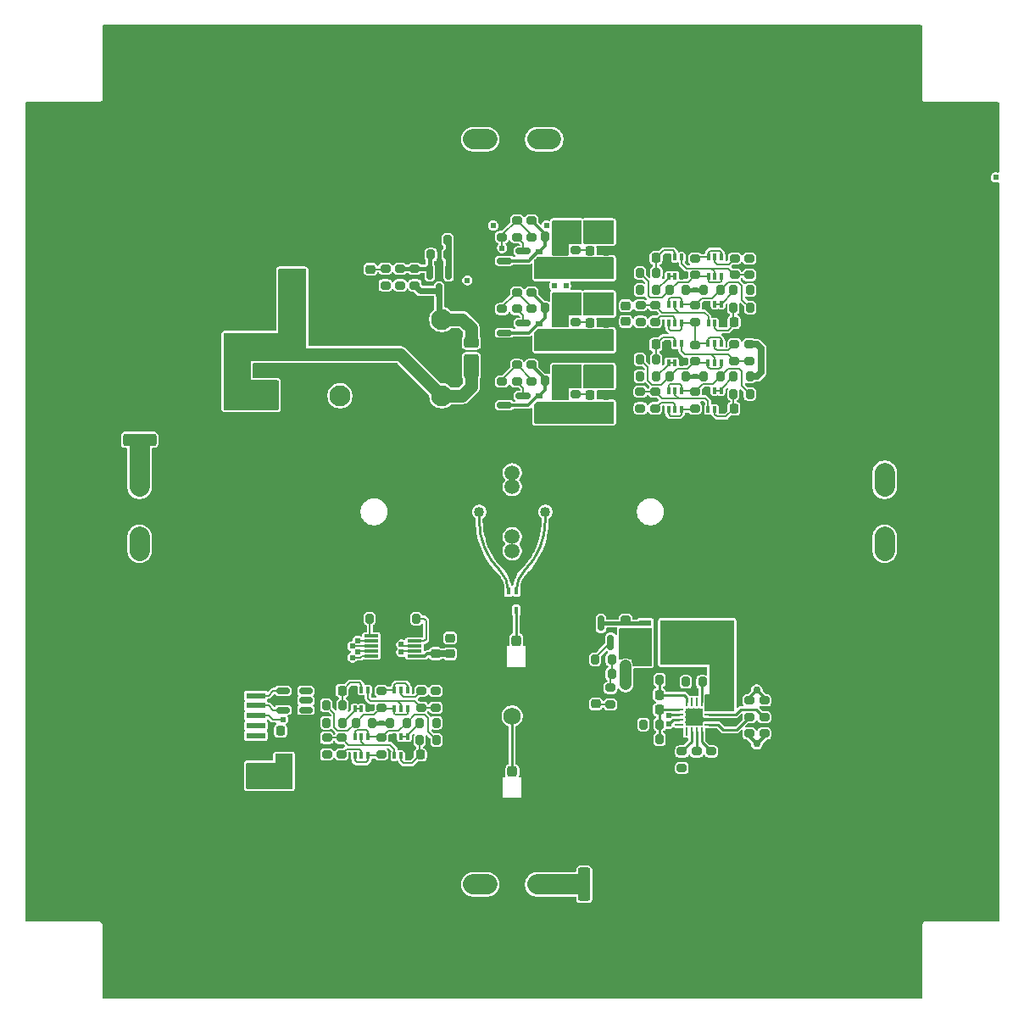
<source format=gbr>
%TF.GenerationSoftware,KiCad,Pcbnew,9.0.1*%
%TF.CreationDate,2025-06-25T17:25:53-04:00*%
%TF.ProjectId,-Z,2d5a2e6b-6963-4616-945f-706362585858,rev?*%
%TF.SameCoordinates,Original*%
%TF.FileFunction,Copper,L6,Bot*%
%TF.FilePolarity,Positive*%
%FSLAX46Y46*%
G04 Gerber Fmt 4.6, Leading zero omitted, Abs format (unit mm)*
G04 Created by KiCad (PCBNEW 9.0.1) date 2025-06-25 17:25:53*
%MOMM*%
%LPD*%
G01*
G04 APERTURE LIST*
G04 Aperture macros list*
%AMRoundRect*
0 Rectangle with rounded corners*
0 $1 Rounding radius*
0 $2 $3 $4 $5 $6 $7 $8 $9 X,Y pos of 4 corners*
0 Add a 4 corners polygon primitive as box body*
4,1,4,$2,$3,$4,$5,$6,$7,$8,$9,$2,$3,0*
0 Add four circle primitives for the rounded corners*
1,1,$1+$1,$2,$3*
1,1,$1+$1,$4,$5*
1,1,$1+$1,$6,$7*
1,1,$1+$1,$8,$9*
0 Add four rect primitives between the rounded corners*
20,1,$1+$1,$2,$3,$4,$5,0*
20,1,$1+$1,$4,$5,$6,$7,0*
20,1,$1+$1,$6,$7,$8,$9,0*
20,1,$1+$1,$8,$9,$2,$3,0*%
G04 Aperture macros list end*
%TA.AperFunction,ComponentPad*%
%ADD10C,0.762000*%
%TD*%
%TA.AperFunction,ComponentPad*%
%ADD11C,3.800000*%
%TD*%
%TA.AperFunction,ConnectorPad*%
%ADD12C,5.600000*%
%TD*%
%TA.AperFunction,ComponentPad*%
%ADD13C,1.500000*%
%TD*%
%TA.AperFunction,ComponentPad*%
%ADD14C,1.727200*%
%TD*%
%TA.AperFunction,SMDPad,CuDef*%
%ADD15RoundRect,0.225000X0.225000X0.250000X-0.225000X0.250000X-0.225000X-0.250000X0.225000X-0.250000X0*%
%TD*%
%TA.AperFunction,SMDPad,CuDef*%
%ADD16RoundRect,0.200000X-0.275000X0.200000X-0.275000X-0.200000X0.275000X-0.200000X0.275000X0.200000X0*%
%TD*%
%TA.AperFunction,SMDPad,CuDef*%
%ADD17R,0.700000X0.510000*%
%TD*%
%TA.AperFunction,SMDPad,CuDef*%
%ADD18RoundRect,0.200000X0.275000X-0.200000X0.275000X0.200000X-0.275000X0.200000X-0.275000X-0.200000X0*%
%TD*%
%TA.AperFunction,SMDPad,CuDef*%
%ADD19RoundRect,0.218750X-0.256250X0.218750X-0.256250X-0.218750X0.256250X-0.218750X0.256250X0.218750X0*%
%TD*%
%TA.AperFunction,SMDPad,CuDef*%
%ADD20RoundRect,0.250000X-0.250000X0.275000X-0.250000X-0.275000X0.250000X-0.275000X0.250000X0.275000X0*%
%TD*%
%TA.AperFunction,SMDPad,CuDef*%
%ADD21RoundRect,0.250000X-0.275000X0.850000X-0.275000X-0.850000X0.275000X-0.850000X0.275000X0.850000X0*%
%TD*%
%TA.AperFunction,SMDPad,CuDef*%
%ADD22RoundRect,0.200000X0.200000X0.275000X-0.200000X0.275000X-0.200000X-0.275000X0.200000X-0.275000X0*%
%TD*%
%TA.AperFunction,SMDPad,CuDef*%
%ADD23RoundRect,0.218750X-0.218750X-0.256250X0.218750X-0.256250X0.218750X0.256250X-0.218750X0.256250X0*%
%TD*%
%TA.AperFunction,SMDPad,CuDef*%
%ADD24RoundRect,0.100000X0.100000X-0.225000X0.100000X0.225000X-0.100000X0.225000X-0.100000X-0.225000X0*%
%TD*%
%TA.AperFunction,SMDPad,CuDef*%
%ADD25RoundRect,0.218750X0.218750X0.256250X-0.218750X0.256250X-0.218750X-0.256250X0.218750X-0.256250X0*%
%TD*%
%TA.AperFunction,SMDPad,CuDef*%
%ADD26RoundRect,0.200000X-0.200000X-0.275000X0.200000X-0.275000X0.200000X0.275000X-0.200000X0.275000X0*%
%TD*%
%TA.AperFunction,SMDPad,CuDef*%
%ADD27RoundRect,0.225000X0.250000X-0.225000X0.250000X0.225000X-0.250000X0.225000X-0.250000X-0.225000X0*%
%TD*%
%TA.AperFunction,SMDPad,CuDef*%
%ADD28R,1.422400X0.304800*%
%TD*%
%TA.AperFunction,SMDPad,CuDef*%
%ADD29RoundRect,0.100000X-0.100000X0.225000X-0.100000X-0.225000X0.100000X-0.225000X0.100000X0.225000X0*%
%TD*%
%TA.AperFunction,SMDPad,CuDef*%
%ADD30RoundRect,0.250000X-0.300000X-0.475000X0.300000X-0.475000X0.300000X0.475000X-0.300000X0.475000X0*%
%TD*%
%TA.AperFunction,SMDPad,CuDef*%
%ADD31RoundRect,0.250000X-0.425000X-1.200000X0.425000X-1.200000X0.425000X1.200000X-0.425000X1.200000X0*%
%TD*%
%TA.AperFunction,SMDPad,CuDef*%
%ADD32RoundRect,0.218750X0.256250X-0.218750X0.256250X0.218750X-0.256250X0.218750X-0.256250X-0.218750X0*%
%TD*%
%TA.AperFunction,SMDPad,CuDef*%
%ADD33RoundRect,0.150000X0.150000X-0.587500X0.150000X0.587500X-0.150000X0.587500X-0.150000X-0.587500X0*%
%TD*%
%TA.AperFunction,ComponentPad*%
%ADD34C,2.100000*%
%TD*%
%TA.AperFunction,SMDPad,CuDef*%
%ADD35RoundRect,0.225000X-0.225000X-0.250000X0.225000X-0.250000X0.225000X0.250000X-0.225000X0.250000X0*%
%TD*%
%TA.AperFunction,SMDPad,CuDef*%
%ADD36RoundRect,0.225000X-0.250000X0.225000X-0.250000X-0.225000X0.250000X-0.225000X0.250000X0.225000X0*%
%TD*%
%TA.AperFunction,SMDPad,CuDef*%
%ADD37R,1.900000X0.600000*%
%TD*%
%TA.AperFunction,SMDPad,CuDef*%
%ADD38R,2.800000X2.100000*%
%TD*%
%TA.AperFunction,SMDPad,CuDef*%
%ADD39RoundRect,0.250000X0.325000X1.100000X-0.325000X1.100000X-0.325000X-1.100000X0.325000X-1.100000X0*%
%TD*%
%TA.AperFunction,SMDPad,CuDef*%
%ADD40RoundRect,0.250000X-1.425000X0.362500X-1.425000X-0.362500X1.425000X-0.362500X1.425000X0.362500X0*%
%TD*%
%TA.AperFunction,SMDPad,CuDef*%
%ADD41RoundRect,0.250000X0.362500X1.425000X-0.362500X1.425000X-0.362500X-1.425000X0.362500X-1.425000X0*%
%TD*%
%TA.AperFunction,SMDPad,CuDef*%
%ADD42RoundRect,0.150000X0.587500X0.150000X-0.587500X0.150000X-0.587500X-0.150000X0.587500X-0.150000X0*%
%TD*%
%TA.AperFunction,SMDPad,CuDef*%
%ADD43R,1.270000X0.610000*%
%TD*%
%TA.AperFunction,SMDPad,CuDef*%
%ADD44R,3.810000X3.910000*%
%TD*%
%TA.AperFunction,SMDPad,CuDef*%
%ADD45R,1.020000X0.610000*%
%TD*%
%TA.AperFunction,SMDPad,CuDef*%
%ADD46RoundRect,0.150000X-0.512500X-0.150000X0.512500X-0.150000X0.512500X0.150000X-0.512500X0.150000X0*%
%TD*%
%TA.AperFunction,SMDPad,CuDef*%
%ADD47R,0.400000X0.750000*%
%TD*%
%TA.AperFunction,SMDPad,CuDef*%
%ADD48RoundRect,0.250000X-0.325000X-1.100000X0.325000X-1.100000X0.325000X1.100000X-0.325000X1.100000X0*%
%TD*%
%TA.AperFunction,SMDPad,CuDef*%
%ADD49RoundRect,0.150000X-0.150000X0.587500X-0.150000X-0.587500X0.150000X-0.587500X0.150000X0.587500X0*%
%TD*%
%TA.AperFunction,SMDPad,CuDef*%
%ADD50RoundRect,0.075000X-0.390000X-0.275000X0.390000X-0.275000X0.390000X0.275000X-0.390000X0.275000X0*%
%TD*%
%TA.AperFunction,SMDPad,CuDef*%
%ADD51RoundRect,0.075000X-0.075000X-0.275000X0.075000X-0.275000X0.075000X0.275000X-0.075000X0.275000X0*%
%TD*%
%TA.AperFunction,SMDPad,CuDef*%
%ADD52R,0.254000X0.812800*%
%TD*%
%TA.AperFunction,SMDPad,CuDef*%
%ADD53R,0.812800X0.254000*%
%TD*%
%TA.AperFunction,SMDPad,CuDef*%
%ADD54R,1.752600X1.752600*%
%TD*%
%TA.AperFunction,SMDPad,CuDef*%
%ADD55RoundRect,0.250000X-0.500000X0.950000X-0.500000X-0.950000X0.500000X-0.950000X0.500000X0.950000X0*%
%TD*%
%TA.AperFunction,SMDPad,CuDef*%
%ADD56RoundRect,0.250000X-0.500000X0.275000X-0.500000X-0.275000X0.500000X-0.275000X0.500000X0.275000X0*%
%TD*%
%TA.AperFunction,ViaPad*%
%ADD57C,0.609600*%
%TD*%
%TA.AperFunction,ViaPad*%
%ADD58C,1.016000*%
%TD*%
%TA.AperFunction,ViaPad*%
%ADD59C,0.762000*%
%TD*%
%TA.AperFunction,Conductor*%
%ADD60C,0.286258*%
%TD*%
%TA.AperFunction,Conductor*%
%ADD61C,1.270000*%
%TD*%
%TA.AperFunction,Conductor*%
%ADD62C,0.203200*%
%TD*%
%TA.AperFunction,Conductor*%
%ADD63C,2.032000*%
%TD*%
%TA.AperFunction,Conductor*%
%ADD64C,0.254000*%
%TD*%
%TA.AperFunction,Conductor*%
%ADD65C,0.381000*%
%TD*%
%TA.AperFunction,Conductor*%
%ADD66C,0.304800*%
%TD*%
%TA.AperFunction,Conductor*%
%ADD67C,0.635000*%
%TD*%
%TA.AperFunction,Conductor*%
%ADD68C,0.609600*%
%TD*%
%TA.AperFunction,Conductor*%
%ADD69C,1.143000*%
%TD*%
%TA.AperFunction,Conductor*%
%ADD70C,0.368300*%
%TD*%
G04 APERTURE END LIST*
D10*
%TO.P,H2,1,1*%
%TO.N,GND*%
X144200001Y-145800000D03*
X143555751Y-147355750D03*
X143555751Y-144244250D03*
X142000001Y-148000000D03*
D11*
X142000001Y-145800000D03*
D12*
X142000001Y-145800000D03*
D10*
X142000001Y-143600000D03*
X140444251Y-147355750D03*
X140444251Y-144244250D03*
X139800001Y-145800000D03*
%TD*%
D13*
%TO.P,JP5,1,A*%
%TO.N,/Burn Wires/VBURN3*%
X164000001Y-96100000D03*
X164000001Y-97499999D03*
%TO.P,JP5,2,B*%
%TO.N,Net-(JP5-B)*%
X164000001Y-102499999D03*
X164000001Y-103899998D03*
%TD*%
D10*
%TO.P,H8,1,1*%
%TO.N,GND*%
X212000000Y-121999999D03*
X211355750Y-123555749D03*
X211355750Y-120444249D03*
X209800000Y-124199999D03*
D11*
X209800000Y-121999999D03*
D12*
X209800000Y-121999999D03*
D10*
X209800000Y-119799999D03*
X208244250Y-123555749D03*
X208244250Y-120444249D03*
X207600000Y-121999999D03*
%TD*%
%TO.P,H5,1,1*%
%TO.N,GND*%
X144200001Y-54200000D03*
X143555751Y-55755750D03*
X143555751Y-52644250D03*
X142000001Y-56400000D03*
D11*
X142000001Y-54200000D03*
D12*
X142000001Y-54200000D03*
D10*
X142000001Y-52000000D03*
X140444251Y-55755750D03*
X140444251Y-52644250D03*
X139800001Y-54200000D03*
%TD*%
%TO.P,H7,1,1*%
%TO.N,GND*%
X212000000Y-78000000D03*
X211355750Y-79555750D03*
X211355750Y-76444250D03*
X209800000Y-80200000D03*
D11*
X209800000Y-78000000D03*
D12*
X209800000Y-78000000D03*
D10*
X209800000Y-75800000D03*
X208244250Y-79555750D03*
X208244250Y-76444250D03*
X207600000Y-78000000D03*
%TD*%
D14*
%TO.P,AE3,1,A*%
%TO.N,/Interfaces/GPS*%
X164000000Y-120400000D03*
%TD*%
D13*
%TO.P,JP1,1,A*%
%TO.N,/Burn Wires/VBURN1*%
X167900000Y-62789000D03*
X166500001Y-62789000D03*
%TO.P,JP1,2,B*%
%TO.N,Net-(JP1-B)*%
X161500001Y-62789000D03*
X160100002Y-62789000D03*
%TD*%
D10*
%TO.P,H4,1,1*%
%TO.N,GND*%
X120400001Y-78000000D03*
X119755751Y-79555750D03*
X119755751Y-76444250D03*
X118200001Y-80200000D03*
D11*
X118200001Y-78000000D03*
D12*
X118200001Y-78000000D03*
D10*
X118200001Y-75800000D03*
X116644251Y-79555750D03*
X116644251Y-76444250D03*
X116000001Y-78000000D03*
%TD*%
%TO.P,H3,1,1*%
%TO.N,GND*%
X120400001Y-121999999D03*
X119755751Y-123555749D03*
X119755751Y-120444249D03*
X118200001Y-124199999D03*
D11*
X118200001Y-121999999D03*
D12*
X118200001Y-121999999D03*
D10*
X118200001Y-119799999D03*
X116644251Y-123555749D03*
X116644251Y-120444249D03*
X116000001Y-121999999D03*
%TD*%
D13*
%TO.P,JP4,1,A*%
%TO.N,Net-(JP3-B)*%
X126789000Y-103899999D03*
X126789000Y-102500000D03*
%TO.P,JP4,2,B*%
%TO.N,Net-(JP4-B)*%
X126789000Y-97500000D03*
X126789000Y-96100001D03*
%TD*%
D10*
%TO.P,H1,1,1*%
%TO.N,GND*%
X188200000Y-145800000D03*
X187555750Y-147355750D03*
X187555750Y-144244250D03*
X186000000Y-148000000D03*
D11*
X186000000Y-145800000D03*
D12*
X186000000Y-145800000D03*
D10*
X186000000Y-143600000D03*
X184444250Y-147355750D03*
X184444250Y-144244250D03*
X183800000Y-145800000D03*
%TD*%
%TO.P,H6,1,1*%
%TO.N,GND*%
X188200000Y-54200000D03*
X187555750Y-55755750D03*
X187555750Y-52644250D03*
X186000000Y-56400000D03*
D11*
X186000000Y-54200000D03*
D12*
X186000000Y-54200000D03*
D10*
X186000000Y-52000000D03*
X184444250Y-55755750D03*
X184444250Y-52644250D03*
X183800000Y-54200000D03*
%TD*%
D15*
%TO.P,C11,1*%
%TO.N,Net-(Q19B-G1)*%
X147008600Y-117868399D03*
%TO.P,C11,2*%
%TO.N,GND*%
X145458600Y-117868399D03*
%TD*%
D16*
%TO.P,R68,1*%
%TO.N,Net-(Q18A-B1)*%
X154894999Y-117907000D03*
%TO.P,R68,2*%
%TO.N,Net-(Q18B-B2)*%
X154894999Y-119557000D03*
%TD*%
D17*
%TO.P,Q11,1,D*%
%TO.N,/Burn Wires/VBURN3*%
X166700801Y-90358200D03*
%TO.P,Q11,2,D*%
X166700801Y-89408200D03*
%TO.P,Q11,3,G*%
%TO.N,Net-(Q10-D)*%
X166700801Y-88458200D03*
%TO.P,Q11,4,S*%
%TO.N,Net-(Q11-S)*%
X169020801Y-88458200D03*
%TO.P,Q11,5,D*%
%TO.N,/Burn Wires/VBURN3*%
X169020801Y-89408200D03*
%TO.P,Q11,6,D*%
X169020801Y-90358200D03*
%TD*%
D18*
%TO.P,R33,1*%
%TO.N,BURN_EN3*%
X162984001Y-86982000D03*
%TO.P,R33,2*%
%TO.N,GND*%
X162984001Y-85332000D03*
%TD*%
D19*
%TO.P,D6,1,K*%
%TO.N,GND*%
X172339000Y-117625199D03*
%TO.P,D6,2,A*%
%TO.N,Net-(D6-A)*%
X172339000Y-119200201D03*
%TD*%
D16*
%TO.P,R52,1*%
%TO.N,3V3_P*%
X187672802Y-83286800D03*
%TO.P,R52,2*%
%TO.N,Net-(Q14B-B2)*%
X187672802Y-84936800D03*
%TD*%
%TO.P,R25,1*%
%TO.N,Net-(Q8-D)*%
X165930401Y-78092999D03*
%TO.P,R25,2*%
%TO.N,BURN_EN2*%
X165930401Y-79742999D03*
%TD*%
D20*
%TO.P,J4,1,In*%
%TO.N,/Interfaces/GPS*%
X164000001Y-125972599D03*
D21*
%TO.P,J4,2,Ext*%
%TO.N,GND*%
X165475001Y-127497599D03*
X162525001Y-127497599D03*
%TD*%
D22*
%TO.P,R75,1*%
%TO.N,/GPIO Expander/GE_3V3*%
X156416200Y-121068800D03*
%TO.P,R75,2*%
%TO.N,Net-(Q21A-G2)*%
X154766200Y-121068800D03*
%TD*%
D23*
%TO.P,F2,1*%
%TO.N,Net-(Q7-S)*%
X170324500Y-72466400D03*
%TO.P,F2,2*%
%TO.N,/Burn Wires/VBURN_A_IN*%
X171899502Y-72466400D03*
%TD*%
D24*
%TO.P,Q15,1,S2*%
%TO.N,GND*%
X180906000Y-85112600D03*
%TO.P,Q15,2,G2*%
%TO.N,Net-(Q15A-G2)*%
X180256000Y-85112599D03*
%TO.P,Q15,3,D2*%
X179606000Y-85112600D03*
%TO.P,Q15,4,S1*%
%TO.N,GND*%
X179606000Y-83212600D03*
%TO.P,Q15,5,G1*%
%TO.N,Net-(Q15B-G1)*%
X180256000Y-83212601D03*
%TO.P,Q15,6,D1*%
%TO.N,Net-(Q14B-B2)*%
X180906000Y-83212600D03*
%TD*%
D22*
%TO.P,R51,1*%
%TO.N,/Coil Driver/VREF*%
X178735202Y-122707598D03*
%TO.P,R51,2*%
%TO.N,GND*%
X177085202Y-122707598D03*
%TD*%
D18*
%TO.P,R46,1*%
%TO.N,/Coil Driver/coil*%
X189175400Y-122147802D03*
%TO.P,R46,2*%
%TO.N,COIL_P*%
X189175400Y-120497802D03*
%TD*%
D16*
%TO.P,R66,1*%
%TO.N,/GPIO Expander/GE_3V3*%
X156353200Y-117906999D03*
%TO.P,R66,2*%
%TO.N,Net-(Q18B-B2)*%
X156353200Y-119556999D03*
%TD*%
D25*
%TO.P,D5,1,K*%
%TO.N,GND*%
X173372701Y-88366800D03*
%TO.P,D5,2,A*%
%TO.N,Net-(D5-A)*%
X171797699Y-88366800D03*
%TD*%
D18*
%TO.P,R20,1*%
%TO.N,Net-(Q6-G)*%
X164457200Y-72554799D03*
%TO.P,R20,2*%
%TO.N,BURN_EN1*%
X164457200Y-70904799D03*
%TD*%
D22*
%TO.P,R64,1*%
%TO.N,GND*%
X151413800Y-110667999D03*
%TO.P,R64,2*%
%TO.N,/GPIO Expander/A0*%
X149763800Y-110667999D03*
%TD*%
D18*
%TO.P,R47,1*%
%TO.N,COIL_N*%
X187702199Y-120497801D03*
%TO.P,R47,2*%
%TO.N,/Coil Driver/coil*%
X187702199Y-118847801D03*
%TD*%
D26*
%TO.P,R7,1*%
%TO.N,/Light Sensor/I2C Protection/DEVICE*%
X176753601Y-76134200D03*
%TO.P,R7,2*%
%TO.N,Net-(Q2B-G1)*%
X178403601Y-76134200D03*
%TD*%
%TO.P,R6,1*%
%TO.N,/Light Sensor/LS_3V3*%
X176753600Y-77861399D03*
%TO.P,R6,2*%
%TO.N,Net-(Q2A-G2)*%
X178403600Y-77861399D03*
%TD*%
D27*
%TO.P,C10,1*%
%TO.N,/GPIO Expander/GE_3V3*%
X156329201Y-114160800D03*
%TO.P,C10,2*%
%TO.N,GND*%
X156329201Y-112610800D03*
%TD*%
D28*
%TO.P,U4,1,LED0*%
%TO.N,BURN_EN1*%
X149941101Y-114411201D03*
%TO.P,U4,2,LED1*%
%TO.N,BURN_EN2*%
X149941101Y-113911199D03*
%TO.P,U4,3,LED2*%
%TO.N,BURN_EN3*%
X149941101Y-113411200D03*
%TO.P,U4,4,LED3*%
%TO.N,BURN_RELAY_A*%
X149941101Y-112911201D03*
%TO.P,U4,5,A0*%
%TO.N,/GPIO Expander/A0*%
X149941101Y-112411199D03*
%TO.P,U4,6,VSS*%
%TO.N,GND*%
X154233701Y-112411199D03*
%TO.P,U4,7,A1*%
%TO.N,/GPIO Expander/A1*%
X154233701Y-112911201D03*
%TO.P,U4,8,SCL*%
%TO.N,SCL_IO*%
X154233701Y-113411200D03*
%TO.P,U4,9,SDA*%
%TO.N,SDA_IO*%
X154233701Y-113911199D03*
%TO.P,U4,10,VDD*%
%TO.N,/GPIO Expander/GE_3V3*%
X154233701Y-114411201D03*
%TD*%
D29*
%TO.P,Q21,1,S2*%
%TO.N,GND*%
X152248800Y-122455599D03*
%TO.P,Q21,2,G2*%
%TO.N,Net-(Q21A-G2)*%
X152898800Y-122455600D03*
%TO.P,Q21,3,D2*%
X153548800Y-122455599D03*
%TO.P,Q21,4,S1*%
%TO.N,GND*%
X153548800Y-124355599D03*
%TO.P,Q21,5,G1*%
%TO.N,Net-(Q21B-G1)*%
X152898800Y-124355598D03*
%TO.P,Q21,6,D1*%
%TO.N,Net-(Q20B-B2)*%
X152248800Y-124355599D03*
%TD*%
D30*
%TO.P,J2,1,Pin_1*%
%TO.N,GND*%
X139780800Y-76675398D03*
%TO.P,J2,2,Pin_2*%
%TO.N,VBATT*%
X141780800Y-76675398D03*
D31*
%TO.P,J2,MP,MountPin*%
%TO.N,GND*%
X136885800Y-70680399D03*
X144675800Y-70680399D03*
%TD*%
D17*
%TO.P,Q9,1,D*%
%TO.N,/Burn Wires/VBURN2*%
X166700801Y-83119200D03*
%TO.P,Q9,2,D*%
X166700801Y-82169200D03*
%TO.P,Q9,3,G*%
%TO.N,Net-(Q8-D)*%
X166700801Y-81219200D03*
%TO.P,Q9,4,S*%
%TO.N,Net-(Q9-S)*%
X169020801Y-81219200D03*
%TO.P,Q9,5,D*%
%TO.N,/Burn Wires/VBURN2*%
X169020801Y-82169200D03*
%TO.P,Q9,6,D*%
X169020801Y-83119200D03*
%TD*%
D18*
%TO.P,R15,1*%
%TO.N,BURN_RELAY_A*%
X152798600Y-77380800D03*
%TO.P,R15,2*%
%TO.N,Net-(Q5-B)*%
X152798600Y-75730800D03*
%TD*%
%TO.P,R60,1*%
%TO.N,Net-(Q16A-B1)*%
X178274801Y-89661200D03*
%TO.P,R60,2*%
%TO.N,Net-(Q16B-B2)*%
X178274801Y-88011200D03*
%TD*%
D32*
%TO.P,F1,1*%
%TO.N,/Light Sensor/LS_3V3*%
X175353801Y-80985700D03*
%TO.P,F1,2*%
%TO.N,3V3_P*%
X175353801Y-79410698D03*
%TD*%
D18*
%TO.P,R27,1*%
%TO.N,BURN_EN2*%
X162984001Y-79743000D03*
%TO.P,R27,2*%
%TO.N,GND*%
X162984001Y-78093000D03*
%TD*%
D33*
%TO.P,Q12,1,G*%
%TO.N,Net-(Q12-G)*%
X173828701Y-113025600D03*
%TO.P,Q12,2,S*%
%TO.N,GND*%
X171928701Y-113025600D03*
%TO.P,Q12,3,D*%
%TO.N,Net-(Q12-D)*%
X172878701Y-111150600D03*
%TD*%
D25*
%TO.P,D3,1,K*%
%TO.N,GND*%
X173347301Y-73939599D03*
%TO.P,D3,2,A*%
%TO.N,Net-(D3-A)*%
X171772299Y-73939599D03*
%TD*%
D32*
%TO.P,D2,1,K*%
%TO.N,GND*%
X149852200Y-77343300D03*
%TO.P,D2,2,A*%
%TO.N,Net-(D2-A)*%
X149852200Y-75768298D03*
%TD*%
D16*
%TO.P,R37,1*%
%TO.N,COIL_DRIVER_EN*%
X173812200Y-117589800D03*
%TO.P,R37,2*%
%TO.N,Net-(D6-A)*%
X173812200Y-119239800D03*
%TD*%
D18*
%TO.P,R21,1*%
%TO.N,BURN_EN1*%
X162984001Y-72554800D03*
%TO.P,R21,2*%
%TO.N,GND*%
X162984001Y-70904800D03*
%TD*%
D34*
%TO.P,U2,11,11*%
%TO.N,/Burn Wires/VBURN_A_IN*%
X146793600Y-88417600D03*
%TO.P,U2,12,12*%
%TO.N,GND*%
X139173600Y-80797600D03*
%TO.P,U2,14,14*%
%TO.N,VBATT*%
X139173600Y-88417600D03*
%TO.P,U2,A1,A1*%
X156953600Y-88417600D03*
%TO.P,U2,A2,A2*%
%TO.N,Net-(D1-A)*%
X156953600Y-80797600D03*
%TD*%
D15*
%TO.P,C2,1*%
%TO.N,Net-(Q2B-G1)*%
X178353600Y-74661000D03*
%TO.P,C2,2*%
%TO.N,GND*%
X176803600Y-74661000D03*
%TD*%
D16*
%TO.P,R19,1*%
%TO.N,Net-(Q6-D)*%
X165930401Y-70904799D03*
%TO.P,R19,2*%
%TO.N,BURN_EN1*%
X165930401Y-72554799D03*
%TD*%
D32*
%TO.P,F6,1*%
%TO.N,/GPIO Expander/GE_3V3*%
X157802401Y-114173300D03*
%TO.P,F6,2*%
%TO.N,3V3_P*%
X157802401Y-112598298D03*
%TD*%
D26*
%TO.P,R38,1*%
%TO.N,GND*%
X172276000Y-116202900D03*
%TO.P,R38,2*%
%TO.N,COIL_DRIVER_EN*%
X173926000Y-116202900D03*
%TD*%
D24*
%TO.P,Q20,1,E1*%
%TO.N,SDA*%
X149586399Y-124355599D03*
%TO.P,Q20,2,B1*%
%TO.N,Net-(Q20A-B1)*%
X148936399Y-124355598D03*
%TO.P,Q20,3,C2*%
%TO.N,SDA*%
X148286399Y-124355599D03*
%TO.P,Q20,4,E2*%
%TO.N,SDA_IO*%
X148286399Y-122455599D03*
%TO.P,Q20,5,B2*%
%TO.N,Net-(Q20B-B2)*%
X148936399Y-122455600D03*
%TO.P,Q20,6,C1*%
%TO.N,SDA_IO*%
X149586399Y-122455599D03*
%TD*%
D23*
%TO.P,F4,1*%
%TO.N,Net-(Q11-S)*%
X170324500Y-86893600D03*
%TO.P,F4,2*%
%TO.N,/Burn Wires/VBURN_A_IN*%
X171899502Y-86893600D03*
%TD*%
D15*
%TO.P,C9,1*%
%TO.N,/Coil Driver/VREF*%
X178685199Y-119761200D03*
%TO.P,C9,2*%
%TO.N,GND*%
X177135199Y-119761200D03*
%TD*%
D35*
%TO.P,C7,1*%
%TO.N,Net-(Q17B-G1)*%
X186135800Y-89699799D03*
%TO.P,C7,2*%
%TO.N,GND*%
X187685800Y-89699799D03*
%TD*%
D22*
%TO.P,R4,1*%
%TO.N,/Light Sensor/LS_3V3*%
X181375400Y-77861399D03*
%TO.P,R4,2*%
%TO.N,/Light Sensor/I2C Protection/DEVICE*%
X179725400Y-77861399D03*
%TD*%
%TO.P,R18,1*%
%TO.N,Net-(Q5-E)*%
X157535201Y-72847400D03*
%TO.P,R18,2*%
%TO.N,GND*%
X155885201Y-72847400D03*
%TD*%
D26*
%TO.P,R73,1*%
%TO.N,/GPIO Expander/GE_3V3*%
X151794400Y-121068799D03*
%TO.P,R73,2*%
%TO.N,SDA_IO*%
X153444400Y-121068799D03*
%TD*%
D22*
%TO.P,R67,1*%
%TO.N,/GPIO Expander/GE_3V3*%
X150040799Y-121068800D03*
%TO.P,R67,2*%
%TO.N,SCL_IO*%
X148390799Y-121068800D03*
%TD*%
D20*
%TO.P,J3,1,In*%
%TO.N,Net-(J3-In)*%
X164400001Y-112866200D03*
D21*
%TO.P,J3,2,Ext*%
%TO.N,GND*%
X165875001Y-114391200D03*
X162925001Y-114391200D03*
%TD*%
D24*
%TO.P,Q3,1,E1*%
%TO.N,SCL*%
X180921001Y-81148200D03*
%TO.P,Q3,2,B1*%
%TO.N,Net-(Q3A-B1)*%
X180271001Y-81148199D03*
%TO.P,Q3,3,C2*%
%TO.N,SCL*%
X179621001Y-81148200D03*
%TO.P,Q3,4,E2*%
%TO.N,/Light Sensor/I2C Protection1/DEVICE*%
X179621001Y-79248200D03*
%TO.P,Q3,5,B2*%
%TO.N,Net-(Q3B-B2)*%
X180271001Y-79248201D03*
%TO.P,Q3,6,C1*%
%TO.N,/Light Sensor/I2C Protection1/DEVICE*%
X180921001Y-79248200D03*
%TD*%
D36*
%TO.P,C5,1*%
%TO.N,/Coil Driver/VM*%
X185670201Y-119468799D03*
%TO.P,C5,2*%
%TO.N,GND*%
X185670201Y-121018799D03*
%TD*%
D37*
%TO.P,J1,1,Pin_1*%
%TO.N,VBATT_M*%
X138398801Y-127359990D03*
%TO.P,J1,2,Pin_2*%
X138398801Y-126359990D03*
%TO.P,J1,3,Pin_3*%
X138398801Y-125359990D03*
%TO.P,J1,4,Pin_4*%
%TO.N,GND*%
X138398801Y-124359990D03*
%TO.P,J1,5,Pin_5*%
X138398801Y-123359991D03*
%TO.P,J1,6,Pin_6*%
%TO.N,3V3_P*%
X138398801Y-122359991D03*
%TO.P,J1,7,Pin_7*%
X138398801Y-121359990D03*
%TO.P,J1,8,Pin_8*%
%TO.N,COIL_DRIVER_EN*%
X138398801Y-120359990D03*
%TO.P,J1,9,Pin_9*%
%TO.N,SDA*%
X138398801Y-119359990D03*
%TO.P,J1,10,Pin_10*%
%TO.N,SCL*%
X138398801Y-118359990D03*
D38*
%TO.P,J1,MP,MountPin*%
%TO.N,GND*%
X136048801Y-130509990D03*
X136048801Y-115210010D03*
%TD*%
D13*
%TO.P,JP3,1,A*%
%TO.N,/Burn Wires/VBURN2*%
X201211001Y-97500000D03*
X201211001Y-96100001D03*
%TO.P,JP3,2,B*%
%TO.N,Net-(JP3-B)*%
X201211001Y-103899999D03*
X201211001Y-102500000D03*
%TD*%
D23*
%TO.P,F3,1*%
%TO.N,Net-(Q9-S)*%
X170324500Y-79654600D03*
%TO.P,F3,2*%
%TO.N,/Burn Wires/VBURN_A_IN*%
X171899502Y-79654600D03*
%TD*%
D22*
%TO.P,R76,1*%
%TO.N,SDA_IO*%
X156416199Y-122795999D03*
%TO.P,R76,2*%
%TO.N,Net-(Q21B-G1)*%
X154766199Y-122795999D03*
%TD*%
D26*
%TO.P,R28,1*%
%TO.N,Net-(Q8-D)*%
X167315201Y-79654600D03*
%TO.P,R28,2*%
%TO.N,Net-(Q9-S)*%
X168965201Y-79654600D03*
%TD*%
%TO.P,R41,1*%
%TO.N,3V3_P*%
X181340000Y-116992601D03*
%TO.P,R41,2*%
%TO.N,Net-(U3-NFAULT)*%
X182990000Y-116992601D03*
%TD*%
D18*
%TO.P,R71,1*%
%TO.N,SCL_IO*%
X150917599Y-119556999D03*
%TO.P,R71,2*%
%TO.N,SCL*%
X150917599Y-117906999D03*
%TD*%
D26*
%TO.P,R17,1*%
%TO.N,Net-(Q5-B)*%
X155885201Y-74320600D03*
%TO.P,R17,2*%
%TO.N,Net-(Q5-E)*%
X157535201Y-74320600D03*
%TD*%
D24*
%TO.P,Q19,1,S2*%
%TO.N,GND*%
X149586399Y-119681999D03*
%TO.P,Q19,2,G2*%
%TO.N,Net-(Q19A-G2)*%
X148936399Y-119681998D03*
%TO.P,Q19,3,D2*%
X148286399Y-119681999D03*
%TO.P,Q19,4,S1*%
%TO.N,GND*%
X148286399Y-117781999D03*
%TO.P,Q19,5,G1*%
%TO.N,Net-(Q19B-G1)*%
X148936399Y-117782000D03*
%TO.P,Q19,6,D1*%
%TO.N,Net-(Q18B-B2)*%
X149586399Y-117781999D03*
%TD*%
D15*
%TO.P,C6,1*%
%TO.N,Net-(Q15B-G1)*%
X178338600Y-83299000D03*
%TO.P,C6,2*%
%TO.N,GND*%
X176788600Y-83299000D03*
%TD*%
D16*
%TO.P,R5,1*%
%TO.N,Net-(Q1A-B1)*%
X186214600Y-74699599D03*
%TO.P,R5,2*%
%TO.N,Net-(Q1B-B2)*%
X186214600Y-76349599D03*
%TD*%
D39*
%TO.P,C14,1*%
%TO.N,VBATT*%
X136646001Y-85115600D03*
%TO.P,C14,2*%
%TO.N,GND*%
X133695999Y-85115600D03*
%TD*%
D15*
%TO.P,C8,1*%
%TO.N,/Coil Driver/IPROPI*%
X178685202Y-118288003D03*
%TO.P,C8,2*%
%TO.N,GND*%
X177135202Y-118288003D03*
%TD*%
D26*
%TO.P,R65,1*%
%TO.N,GND*%
X152761001Y-110668000D03*
%TO.P,R65,2*%
%TO.N,/GPIO Expander/A1*%
X154411001Y-110668000D03*
%TD*%
D40*
%TO.P,R30,1*%
%TO.N,GND*%
X126789000Y-86877500D03*
%TO.P,R30,2*%
%TO.N,Net-(JP4-B)*%
X126789000Y-92802500D03*
%TD*%
D16*
%TO.P,R3,1*%
%TO.N,/Light Sensor/LS_3V3*%
X187687802Y-74699599D03*
%TO.P,R3,2*%
%TO.N,Net-(Q1B-B2)*%
X187687802Y-76349599D03*
%TD*%
D26*
%TO.P,R56,1*%
%TO.N,SCL_M*%
X176738600Y-84772199D03*
%TO.P,R56,2*%
%TO.N,Net-(Q15B-G1)*%
X178388600Y-84772199D03*
%TD*%
D18*
%TO.P,R9,1*%
%TO.N,/Light Sensor/LS_3V3*%
X176816600Y-81023200D03*
%TO.P,R9,2*%
%TO.N,Net-(Q3B-B2)*%
X176816600Y-79373200D03*
%TD*%
D29*
%TO.P,Q1,1,E1*%
%TO.N,SDA*%
X183583400Y-74574599D03*
%TO.P,Q1,2,B1*%
%TO.N,Net-(Q1A-B1)*%
X184233400Y-74574600D03*
%TO.P,Q1,3,C2*%
%TO.N,SDA*%
X184883400Y-74574599D03*
%TO.P,Q1,4,E2*%
%TO.N,/Light Sensor/I2C Protection/DEVICE*%
X184883400Y-76474599D03*
%TO.P,Q1,5,B2*%
%TO.N,Net-(Q1B-B2)*%
X184233400Y-76474598D03*
%TO.P,Q1,6,C1*%
%TO.N,/Light Sensor/I2C Protection/DEVICE*%
X183583400Y-76474599D03*
%TD*%
D18*
%TO.P,R11,1*%
%TO.N,Net-(Q3A-B1)*%
X178289801Y-81023200D03*
%TO.P,R11,2*%
%TO.N,Net-(Q3B-B2)*%
X178289801Y-79373200D03*
%TD*%
D22*
%TO.P,R13,1*%
%TO.N,/Light Sensor/I2C Protection1/DEVICE*%
X187750801Y-79603799D03*
%TO.P,R13,2*%
%TO.N,Net-(Q4B-G1)*%
X186100801Y-79603799D03*
%TD*%
D17*
%TO.P,Q7,1,D*%
%TO.N,/Burn Wires/VBURN1*%
X166700801Y-75931000D03*
%TO.P,Q7,2,D*%
X166700801Y-74981000D03*
%TO.P,Q7,3,G*%
%TO.N,Net-(Q6-D)*%
X166700801Y-74031000D03*
%TO.P,Q7,4,S*%
%TO.N,Net-(Q7-S)*%
X169020801Y-74031000D03*
%TO.P,Q7,5,D*%
%TO.N,/Burn Wires/VBURN1*%
X169020801Y-74981000D03*
%TO.P,Q7,6,D*%
X169020801Y-75931000D03*
%TD*%
D25*
%TO.P,D4,1,K*%
%TO.N,GND*%
X173347301Y-81127799D03*
%TO.P,D4,2,A*%
%TO.N,Net-(D4-A)*%
X171772299Y-81127799D03*
%TD*%
D29*
%TO.P,Q18,1,E1*%
%TO.N,SCL*%
X152248800Y-117781999D03*
%TO.P,Q18,2,B1*%
%TO.N,Net-(Q18A-B1)*%
X152898800Y-117782000D03*
%TO.P,Q18,3,C2*%
%TO.N,SCL*%
X153548800Y-117781999D03*
%TO.P,Q18,4,E2*%
%TO.N,SCL_IO*%
X153548800Y-119681999D03*
%TO.P,Q18,5,B2*%
%TO.N,Net-(Q18B-B2)*%
X152898800Y-119681998D03*
%TO.P,Q18,6,C1*%
%TO.N,SCL_IO*%
X152248800Y-119681999D03*
%TD*%
D41*
%TO.P,R24,1*%
%TO.N,GND*%
X177122501Y-137211000D03*
%TO.P,R24,2*%
%TO.N,Net-(JP2-B)*%
X171197501Y-137211000D03*
%TD*%
D18*
%TO.P,R8,1*%
%TO.N,/Light Sensor/I2C Protection/DEVICE*%
X182252200Y-76349599D03*
%TO.P,R8,2*%
%TO.N,SDA*%
X182252200Y-74699599D03*
%TD*%
D16*
%TO.P,R31,1*%
%TO.N,Net-(Q10-D)*%
X165930401Y-85331999D03*
%TO.P,R31,2*%
%TO.N,BURN_EN3*%
X165930401Y-86981999D03*
%TD*%
D29*
%TO.P,Q17,1,S2*%
%TO.N,GND*%
X183568400Y-87886199D03*
%TO.P,Q17,2,G2*%
%TO.N,Net-(Q17A-G2)*%
X184218400Y-87886200D03*
%TO.P,Q17,3,D2*%
X184868400Y-87886199D03*
%TO.P,Q17,4,S1*%
%TO.N,GND*%
X184868400Y-89786199D03*
%TO.P,Q17,5,G1*%
%TO.N,Net-(Q17B-G1)*%
X184218400Y-89786198D03*
%TO.P,Q17,6,D1*%
%TO.N,Net-(Q16B-B2)*%
X183568400Y-89786199D03*
%TD*%
D18*
%TO.P,R48,1*%
%TO.N,/Coil Driver/coil*%
X187702201Y-122147802D03*
%TO.P,R48,2*%
%TO.N,COIL_N*%
X187702201Y-120497802D03*
%TD*%
%TO.P,R29,1*%
%TO.N,/Burn Wires/VBURN2*%
X170350000Y-82689400D03*
%TO.P,R29,2*%
%TO.N,Net-(D4-A)*%
X170350000Y-81039400D03*
%TD*%
%TO.P,R32,1*%
%TO.N,Net-(Q10-G)*%
X164457200Y-86981999D03*
%TO.P,R32,2*%
%TO.N,BURN_EN3*%
X164457200Y-85331999D03*
%TD*%
D26*
%TO.P,R22,1*%
%TO.N,Net-(Q6-D)*%
X167315201Y-72466400D03*
%TO.P,R22,2*%
%TO.N,Net-(Q7-S)*%
X168965201Y-72466400D03*
%TD*%
D16*
%TO.P,R16,1*%
%TO.N,Net-(Q5-B)*%
X154271800Y-75730799D03*
%TO.P,R16,2*%
%TO.N,Net-(D1-A)*%
X154271800Y-77380799D03*
%TD*%
%TO.P,R40,1*%
%TO.N,Net-(Q12-D)*%
X175308400Y-110791599D03*
%TO.P,R40,2*%
%TO.N,Net-(F5-Pad1)*%
X175308400Y-112441599D03*
%TD*%
%TO.P,R14,1*%
%TO.N,/Light Sensor/I2C Protection1/DEVICE*%
X182252201Y-79373200D03*
%TO.P,R14,2*%
%TO.N,SCL*%
X182252201Y-81023200D03*
%TD*%
D42*
%TO.P,Q8,1,G*%
%TO.N,Net-(Q8-G)*%
X165115300Y-81168399D03*
%TO.P,Q8,2,S*%
%TO.N,GND*%
X165115300Y-83068399D03*
%TO.P,Q8,3,D*%
%TO.N,Net-(Q8-D)*%
X163240300Y-82118399D03*
%TD*%
D43*
%TO.P,Q13,1,S*%
%TO.N,Net-(F5-Pad1)*%
X177298400Y-114960600D03*
%TO.P,Q13,2,S*%
X177298401Y-113690600D03*
%TO.P,Q13,3,S*%
X177298401Y-112420600D03*
%TO.P,Q13,4,G*%
%TO.N,Net-(Q12-D)*%
X177298400Y-111150600D03*
D44*
%TO.P,Q13,5,D*%
%TO.N,/Coil Driver/VM*%
X180658401Y-113055600D03*
D45*
X182763401Y-111150600D03*
X182763401Y-112420600D03*
X182763401Y-113690600D03*
X182763401Y-114960600D03*
%TD*%
D16*
%TO.P,R63,1*%
%TO.N,SDA_M*%
X182237201Y-88011200D03*
%TO.P,R63,2*%
%TO.N,SDA*%
X182237201Y-89661200D03*
%TD*%
D18*
%TO.P,R44,1*%
%TO.N,GND*%
X183892202Y-125590000D03*
%TO.P,R44,2*%
%TO.N,/Coil Driver/A1*%
X183892202Y-123940000D03*
%TD*%
D42*
%TO.P,Q10,1,G*%
%TO.N,Net-(Q10-G)*%
X165115300Y-88407399D03*
%TO.P,Q10,2,S*%
%TO.N,GND*%
X165115300Y-90307399D03*
%TO.P,Q10,3,D*%
%TO.N,Net-(Q10-D)*%
X163240300Y-89357399D03*
%TD*%
D46*
%TO.P,U5,1,IO1*%
%TO.N,SDA*%
X141114601Y-119796799D03*
%TO.P,U5,2,VN*%
%TO.N,GND*%
X141114601Y-118846800D03*
%TO.P,U5,3,IO2*%
%TO.N,SCL*%
X141114601Y-117896801D03*
%TO.P,U5,4,IO3*%
%TO.N,unconnected-(U5-IO3-Pad4)*%
X143389601Y-117896801D03*
%TO.P,U5,5,VP*%
%TO.N,3V3_P*%
X143389601Y-118846800D03*
%TO.P,U5,6,IO4*%
%TO.N,unconnected-(U5-IO4-Pad6)*%
X143389601Y-119796799D03*
%TD*%
D39*
%TO.P,C15,1*%
%TO.N,VBATT*%
X136646002Y-88324199D03*
%TO.P,C15,2*%
%TO.N,GND*%
X133696000Y-88324199D03*
%TD*%
D18*
%TO.P,R78,1*%
%TO.N,/Burn Wires/VBURN_A_IN*%
X151325401Y-77380799D03*
%TO.P,R78,2*%
%TO.N,Net-(D2-A)*%
X151325401Y-75730799D03*
%TD*%
D29*
%TO.P,Q14,1,E1*%
%TO.N,SCL*%
X183568400Y-83212600D03*
%TO.P,Q14,2,B1*%
%TO.N,Net-(Q14A-B1)*%
X184218400Y-83212601D03*
%TO.P,Q14,3,C2*%
%TO.N,SCL*%
X184868400Y-83212600D03*
%TO.P,Q14,4,E2*%
%TO.N,SCL_M*%
X184868400Y-85112600D03*
%TO.P,Q14,5,B2*%
%TO.N,Net-(Q14B-B2)*%
X184218400Y-85112599D03*
%TO.P,Q14,6,C1*%
%TO.N,SCL_M*%
X183568400Y-85112600D03*
%TD*%
D18*
%TO.P,R23,1*%
%TO.N,/Burn Wires/VBURN1*%
X170350000Y-75526599D03*
%TO.P,R23,2*%
%TO.N,Net-(D3-A)*%
X170350000Y-73876599D03*
%TD*%
D22*
%TO.P,R61,1*%
%TO.N,3V3_P*%
X187735800Y-86499400D03*
%TO.P,R61,2*%
%TO.N,Net-(Q17A-G2)*%
X186085800Y-86499400D03*
%TD*%
D47*
%TO.P,BA1,1*%
%TO.N,Net-(J3-In)*%
X164400001Y-109835399D03*
%TO.P,BA1,2,GND*%
%TO.N,GND*%
X163600001Y-109835399D03*
%TO.P,BA1,3*%
%TO.N,Net-(AE2-Pad1)*%
X163600001Y-107885399D03*
%TO.P,BA1,4*%
%TO.N,Net-(AE1-Pad1)*%
X164400001Y-107885399D03*
%TD*%
D48*
%TO.P,C4,1*%
%TO.N,/Coil Driver/VM*%
X185557767Y-114470275D03*
%TO.P,C4,2*%
%TO.N,GND*%
X188507769Y-114470275D03*
%TD*%
D19*
%TO.P,F5,1*%
%TO.N,Net-(F5-Pad1)*%
X175308401Y-113800899D03*
%TO.P,F5,2*%
%TO.N,VBATT_M*%
X175308401Y-115375901D03*
%TD*%
D18*
%TO.P,R57,1*%
%TO.N,SCL_M*%
X182237200Y-84987600D03*
%TO.P,R57,2*%
%TO.N,SCL*%
X182237200Y-83337600D03*
%TD*%
D26*
%TO.P,R50,1*%
%TO.N,3V3_P*%
X177085199Y-121234400D03*
%TO.P,R50,2*%
%TO.N,/Coil Driver/VREF*%
X178735199Y-121234400D03*
%TD*%
%TO.P,R69,1*%
%TO.N,/GPIO Expander/GE_3V3*%
X145419000Y-121068799D03*
%TO.P,R69,2*%
%TO.N,Net-(Q19A-G2)*%
X147069000Y-121068799D03*
%TD*%
%TO.P,R34,1*%
%TO.N,Net-(Q10-D)*%
X167315201Y-86893600D03*
%TO.P,R34,2*%
%TO.N,Net-(Q11-S)*%
X168965201Y-86893600D03*
%TD*%
D22*
%TO.P,R39,1*%
%TO.N,COIL_DRIVER_EN*%
X173932303Y-114729701D03*
%TO.P,R39,2*%
%TO.N,Net-(Q12-G)*%
X172282303Y-114729701D03*
%TD*%
D49*
%TO.P,Q5,1,B*%
%TO.N,Net-(Q5-B)*%
X155760201Y-76050099D03*
%TO.P,Q5,2,E*%
%TO.N,Net-(Q5-E)*%
X157660201Y-76050099D03*
%TO.P,Q5,3,C*%
%TO.N,Net-(D1-A)*%
X156710201Y-77925099D03*
%TD*%
D29*
%TO.P,Q4,1,S2*%
%TO.N,GND*%
X183583401Y-79248200D03*
%TO.P,Q4,2,G2*%
%TO.N,Net-(Q4A-G2)*%
X184233401Y-79248201D03*
%TO.P,Q4,3,D2*%
X184883401Y-79248200D03*
%TO.P,Q4,4,S1*%
%TO.N,GND*%
X184883401Y-81148200D03*
%TO.P,Q4,5,G1*%
%TO.N,Net-(Q4B-G1)*%
X184233401Y-81148199D03*
%TO.P,Q4,6,D1*%
%TO.N,Net-(Q3B-B2)*%
X183583401Y-81148200D03*
%TD*%
D13*
%TO.P,JP2,1,A*%
%TO.N,Net-(JP1-B)*%
X161500001Y-137211000D03*
X160100002Y-137211000D03*
%TO.P,JP2,2,B*%
%TO.N,Net-(JP2-B)*%
X167900000Y-137211000D03*
X166500001Y-137211000D03*
%TD*%
D24*
%TO.P,Q16,1,E1*%
%TO.N,SDA*%
X180906001Y-89786200D03*
%TO.P,Q16,2,B1*%
%TO.N,Net-(Q16A-B1)*%
X180256001Y-89786199D03*
%TO.P,Q16,3,C2*%
%TO.N,SDA*%
X179606001Y-89786200D03*
%TO.P,Q16,4,E2*%
%TO.N,SDA_M*%
X179606001Y-87886200D03*
%TO.P,Q16,5,B2*%
%TO.N,Net-(Q16B-B2)*%
X180256001Y-87886201D03*
%TO.P,Q16,6,C1*%
%TO.N,SDA_M*%
X180906001Y-87886200D03*
%TD*%
D18*
%TO.P,R45,1*%
%TO.N,COIL_P*%
X189175398Y-120497801D03*
%TO.P,R45,2*%
%TO.N,/Coil Driver/coil*%
X189175398Y-118847801D03*
%TD*%
%TO.P,R72,1*%
%TO.N,/GPIO Expander/GE_3V3*%
X145482000Y-124230600D03*
%TO.P,R72,2*%
%TO.N,Net-(Q20B-B2)*%
X145482000Y-122580600D03*
%TD*%
D26*
%TO.P,R70,1*%
%TO.N,SCL_IO*%
X145408600Y-119331400D03*
%TO.P,R70,2*%
%TO.N,Net-(Q19B-G1)*%
X147058600Y-119331400D03*
%TD*%
D22*
%TO.P,R49,1*%
%TO.N,/Coil Driver/IPROPI*%
X178735199Y-116814802D03*
%TO.P,R49,2*%
%TO.N,GND*%
X177085199Y-116814802D03*
%TD*%
D18*
%TO.P,R74,1*%
%TO.N,Net-(Q20A-B1)*%
X146955200Y-124230600D03*
%TO.P,R74,2*%
%TO.N,Net-(Q20B-B2)*%
X146955200Y-122580600D03*
%TD*%
D24*
%TO.P,Q2,1,S2*%
%TO.N,GND*%
X180921001Y-76474600D03*
%TO.P,Q2,2,G2*%
%TO.N,Net-(Q2A-G2)*%
X180271001Y-76474599D03*
%TO.P,Q2,3,D2*%
X179621001Y-76474600D03*
%TO.P,Q2,4,S1*%
%TO.N,GND*%
X179621001Y-74574600D03*
%TO.P,Q2,5,G1*%
%TO.N,Net-(Q2B-G1)*%
X180271001Y-74574601D03*
%TO.P,Q2,6,D1*%
%TO.N,Net-(Q1B-B2)*%
X180921001Y-74574600D03*
%TD*%
D35*
%TO.P,C12,1*%
%TO.N,Net-(Q21B-G1)*%
X154816199Y-124269200D03*
%TO.P,C12,2*%
%TO.N,GND*%
X156366199Y-124269200D03*
%TD*%
D22*
%TO.P,R62,1*%
%TO.N,SDA_M*%
X187735800Y-88226599D03*
%TO.P,R62,2*%
%TO.N,Net-(Q17B-G1)*%
X186085800Y-88226599D03*
%TD*%
D26*
%TO.P,R59,1*%
%TO.N,3V3_P*%
X183114000Y-86499400D03*
%TO.P,R59,2*%
%TO.N,SDA_M*%
X184764000Y-86499400D03*
%TD*%
D35*
%TO.P,C3,1*%
%TO.N,Net-(Q4B-G1)*%
X186150800Y-81061799D03*
%TO.P,C3,2*%
%TO.N,GND*%
X187700800Y-81061799D03*
%TD*%
D16*
%TO.P,R42,1*%
%TO.N,Net-(U3-NSLEEP)*%
X180945800Y-123940002D03*
%TO.P,R42,2*%
%TO.N,3V3_P*%
X180945800Y-125590002D03*
%TD*%
D18*
%TO.P,R26,1*%
%TO.N,Net-(Q8-G)*%
X164457200Y-79742999D03*
%TO.P,R26,2*%
%TO.N,BURN_EN2*%
X164457200Y-78092999D03*
%TD*%
D26*
%TO.P,R55,1*%
%TO.N,3V3_P*%
X176738600Y-86499399D03*
%TO.P,R55,2*%
%TO.N,Net-(Q15A-G2)*%
X178388600Y-86499399D03*
%TD*%
D42*
%TO.P,Q6,1,G*%
%TO.N,Net-(Q6-G)*%
X165115300Y-73980199D03*
%TO.P,Q6,2,S*%
%TO.N,GND*%
X165115300Y-75880199D03*
%TO.P,Q6,3,D*%
%TO.N,Net-(Q6-D)*%
X163240300Y-74930199D03*
%TD*%
D18*
%TO.P,R58,1*%
%TO.N,3V3_P*%
X176801600Y-89661200D03*
%TO.P,R58,2*%
%TO.N,Net-(Q16B-B2)*%
X176801600Y-88011200D03*
%TD*%
%TO.P,R43,1*%
%TO.N,GND*%
X182419001Y-125590000D03*
%TO.P,R43,2*%
%TO.N,/Coil Driver/A0*%
X182419001Y-123940000D03*
%TD*%
D50*
%TO.P,D7,1,K*%
%TO.N,/Coil Driver/VM*%
X185706369Y-111676275D03*
D51*
%TO.P,D7,2,A*%
%TO.N,GND*%
X186591368Y-111676275D03*
%TD*%
D16*
%TO.P,R77,1*%
%TO.N,SDA_IO*%
X150917599Y-122580599D03*
%TO.P,R77,2*%
%TO.N,SDA*%
X150917599Y-124230599D03*
%TD*%
D52*
%TO.P,U3,1,IPROPI*%
%TO.N,/Coil Driver/IPROPI*%
X181414999Y-119024599D03*
%TO.P,U3,2,RSVD*%
%TO.N,unconnected-(U3-RSVD-Pad2)*%
X181915000Y-119024599D03*
%TO.P,U3,3,RSVD*%
%TO.N,unconnected-(U3-RSVD-Pad3)*%
X182415000Y-119024599D03*
%TO.P,U3,4,NFAULT*%
%TO.N,Net-(U3-NFAULT)*%
X182915001Y-119024599D03*
D53*
%TO.P,U3,5,VM*%
%TO.N,/Coil Driver/VM*%
X183638200Y-119747798D03*
%TO.P,U3,6,OUT1*%
%TO.N,COIL_P*%
X183638200Y-120247799D03*
%TO.P,U3,7,GND*%
%TO.N,GND*%
X183638200Y-120747799D03*
%TO.P,U3,8,OUT2*%
%TO.N,COIL_N*%
X183638200Y-121247800D03*
D52*
%TO.P,U3,9,A1*%
%TO.N,/Coil Driver/A1*%
X182915001Y-121970999D03*
%TO.P,U3,10,A0*%
%TO.N,/Coil Driver/A0*%
X182415000Y-121970999D03*
%TO.P,U3,11,NSLEEP*%
%TO.N,Net-(U3-NSLEEP)*%
X181915000Y-121970999D03*
%TO.P,U3,12,PH/IN2*%
%TO.N,unconnected-(U3-PH{slash}IN2-Pad12)*%
X181414999Y-121970999D03*
D53*
%TO.P,U3,13,EN/IN1*%
%TO.N,unconnected-(U3-EN{slash}IN1-Pad13)*%
X180691800Y-121247800D03*
%TO.P,U3,14,SDA*%
%TO.N,SDA_M*%
X180691800Y-120747799D03*
%TO.P,U3,15,SCL*%
%TO.N,SCL_M*%
X180691800Y-120247799D03*
%TO.P,U3,16,VREF*%
%TO.N,/Coil Driver/VREF*%
X180691800Y-119747798D03*
D54*
%TO.P,U3,17,EPAD*%
%TO.N,GND*%
X182165000Y-120497799D03*
%TD*%
D35*
%TO.P,C13,1*%
%TO.N,3V3_P*%
X140873001Y-121869400D03*
%TO.P,C13,2*%
%TO.N,GND*%
X142423001Y-121869400D03*
%TD*%
D22*
%TO.P,R53,1*%
%TO.N,3V3_P*%
X181360401Y-86499399D03*
%TO.P,R53,2*%
%TO.N,SCL_M*%
X179710401Y-86499399D03*
%TD*%
D16*
%TO.P,R54,1*%
%TO.N,Net-(Q14A-B1)*%
X186199600Y-83286800D03*
%TO.P,R54,2*%
%TO.N,Net-(Q14B-B2)*%
X186199600Y-84936800D03*
%TD*%
D18*
%TO.P,R35,1*%
%TO.N,/Burn Wires/VBURN3*%
X170350001Y-89941600D03*
%TO.P,R35,2*%
%TO.N,Net-(D5-A)*%
X170350001Y-88291600D03*
%TD*%
D55*
%TO.P,D1,1,K*%
%TO.N,VBATT*%
X159910601Y-85457600D03*
D56*
%TO.P,D1,2,A*%
%TO.N,Net-(D1-A)*%
X159910601Y-83082600D03*
%TD*%
D26*
%TO.P,R10,1*%
%TO.N,/Light Sensor/LS_3V3*%
X183129000Y-77861400D03*
%TO.P,R10,2*%
%TO.N,/Light Sensor/I2C Protection1/DEVICE*%
X184779000Y-77861400D03*
%TD*%
D22*
%TO.P,R12,1*%
%TO.N,/Light Sensor/LS_3V3*%
X187750800Y-77861400D03*
%TO.P,R12,2*%
%TO.N,Net-(Q4A-G2)*%
X186100800Y-77861400D03*
%TD*%
D57*
%TO.N,GND*%
X161400000Y-128372600D03*
X165100000Y-110900000D03*
X162900000Y-113000000D03*
X163600000Y-111600000D03*
X162200000Y-125972600D03*
X162200000Y-129172600D03*
X165100000Y-115900000D03*
X165000001Y-125972600D03*
X185670201Y-121018798D03*
X165800000Y-125972600D03*
X165500000Y-121200000D03*
X162500000Y-119600000D03*
X163000001Y-121968599D03*
X166600000Y-126772600D03*
X166600000Y-128372600D03*
X164400000Y-115900000D03*
X163000001Y-125171799D03*
X152888399Y-123395400D03*
X163000001Y-125972600D03*
X165000001Y-122769399D03*
X162900000Y-110900000D03*
X164000000Y-118600000D03*
X162925001Y-113756200D03*
X184243801Y-80213400D03*
X165100000Y-111600000D03*
X163000000Y-118900000D03*
X165000001Y-124370999D03*
X165000000Y-118900000D03*
X162900000Y-111600000D03*
X164000000Y-129172600D03*
X161400000Y-125972600D03*
X163600000Y-110900000D03*
X165875001Y-114391200D03*
X165875001Y-115026200D03*
X163000001Y-122769399D03*
X148920200Y-118719600D03*
X165800000Y-112300000D03*
X165800000Y-111600000D03*
X162925001Y-114391200D03*
X165000001Y-121968599D03*
X162200000Y-120400000D03*
X163000001Y-123570199D03*
X166600000Y-127572600D03*
X162925001Y-115026200D03*
X165000001Y-125171799D03*
X161400000Y-127572600D03*
X162900000Y-115900000D03*
X163000000Y-129172600D03*
X162500000Y-121200000D03*
X162900000Y-110200000D03*
X166600000Y-125972600D03*
X165500000Y-119600000D03*
X165000000Y-129172600D03*
X179265400Y-84379000D03*
X165800000Y-120400000D03*
X165000001Y-123570199D03*
X182165000Y-120497799D03*
X163000001Y-124370999D03*
X161400000Y-129172600D03*
X161400000Y-126772600D03*
X165875001Y-113756200D03*
X165900000Y-115900000D03*
X162900000Y-112300000D03*
X163703000Y-115900000D03*
X165800000Y-113000000D03*
X184228800Y-88820999D03*
X165800000Y-129172600D03*
X180281401Y-75514399D03*
X166600000Y-129172600D03*
D58*
%TO.N,Net-(AE1-Pad1)*%
X167300000Y-100000000D03*
%TO.N,Net-(AE2-Pad1)*%
X160700000Y-99999999D03*
D57*
%TO.N,BURN_RELAY_A*%
X148556800Y-112852399D03*
X152798600Y-77380800D03*
%TO.N,SDA*%
X182237201Y-89661200D03*
X182252200Y-74699600D03*
X141114601Y-119796799D03*
X150917600Y-124230600D03*
%TO.N,SCL*%
X150917599Y-117907000D03*
X182252201Y-81023200D03*
X141114601Y-117896800D03*
%TO.N,/Burn Wires/VBURN1*%
X173042401Y-74955600D03*
X173779001Y-74955600D03*
X173779000Y-76378000D03*
X173779001Y-75666799D03*
X173042400Y-76378000D03*
X173042401Y-75666799D03*
%TO.N,/Burn Wires/VBURN2*%
X173042400Y-83566200D03*
X173779001Y-82143800D03*
X173779000Y-83566200D03*
X173042401Y-82143800D03*
X173779001Y-82854999D03*
X173042401Y-82854999D03*
%TO.N,/Burn Wires/VBURN3*%
X173042400Y-90805200D03*
X173042401Y-89382800D03*
X173779000Y-89382799D03*
X173779001Y-90093999D03*
X173779000Y-90805200D03*
X173042401Y-90093999D03*
%TO.N,SCL_M*%
X182237200Y-84987599D03*
X179625001Y-120370803D03*
%TO.N,SDA_M*%
X182237200Y-88011199D03*
X179625001Y-121209000D03*
%TO.N,SCL_IO*%
X150926600Y-119565999D03*
X152925600Y-113258796D03*
%TO.N,BURN_EN1*%
X162984001Y-73660200D03*
X148048800Y-114554200D03*
%TO.N,BURN_EN2*%
X162984001Y-79743000D03*
X148559567Y-113977544D03*
%TO.N,SDA_IO*%
X152925600Y-114020800D03*
X150917599Y-122580599D03*
%TO.N,BURN_EN3*%
X148044222Y-113416236D03*
X162984001Y-86982000D03*
%TO.N,/Light Sensor/LS_3V3*%
X182262601Y-77861400D03*
X187687802Y-74699600D03*
X187750800Y-77861400D03*
X176753600Y-77861399D03*
X159529601Y-76885999D03*
X176816600Y-81023200D03*
X175353801Y-80985701D03*
%TO.N,COIL_DRIVER_EN*%
X141114601Y-120751799D03*
X173812200Y-117589800D03*
%TO.N,/GPIO Expander/GE_3V3*%
X145418999Y-121068800D03*
X157802401Y-114173301D03*
X156416200Y-121068800D03*
X156353200Y-117907000D03*
X150907199Y-121068799D03*
X145482000Y-124230600D03*
%TO.N,/Burn Wires/VBURN_A_IN*%
X151300001Y-77355399D03*
X173779001Y-71348799D03*
X173779000Y-78511599D03*
X173779000Y-87173000D03*
X173779000Y-72771199D03*
X173779001Y-79222800D03*
X173779000Y-79934000D03*
X173042401Y-71348799D03*
X173779001Y-86461800D03*
X173042401Y-86461800D03*
X173042400Y-72060000D03*
X173042401Y-87172999D03*
X173042401Y-79933999D03*
X173779000Y-72060000D03*
X173042400Y-78511599D03*
X173042401Y-72771200D03*
X173779000Y-85750600D03*
X173042400Y-85750600D03*
X173042401Y-79222800D03*
%TO.N,3V3_P*%
X175353801Y-79410698D03*
X138398801Y-122359991D03*
X180945800Y-125590000D03*
X138398801Y-121359989D03*
X177085200Y-121234401D03*
X181340000Y-116992600D03*
X176738601Y-86499399D03*
X140873001Y-121869400D03*
X157802401Y-112598298D03*
X187735801Y-86499399D03*
X143389601Y-118846800D03*
X176801600Y-89661200D03*
X182247600Y-86499399D03*
%TO.N,VBATT_M*%
X175308401Y-116306800D03*
X175308400Y-115375902D03*
X140835201Y-124612600D03*
X175308401Y-117246600D03*
X141546400Y-125323799D03*
X141546400Y-124612600D03*
X140835201Y-125323799D03*
%TO.N,/Light Sensor/I2C Protection/DEVICE*%
X182252201Y-76349600D03*
X169384801Y-77419400D03*
%TO.N,/Light Sensor/I2C Protection1/DEVICE*%
X182252201Y-79373200D03*
X168191001Y-77419400D03*
%TO.N,/Light Sensor/ADDR*%
X162118879Y-71401124D03*
X167454400Y-71399599D03*
D59*
%TO.N,/Coil Driver/coil*%
X188438800Y-123164801D03*
X188438801Y-117830802D03*
D57*
X212285401Y-66599000D03*
%TD*%
D60*
%TO.N,Net-(AE1-Pad1)*%
X167300000Y-100884238D02*
X167300000Y-100000000D01*
X165238178Y-105861822D02*
G75*
G03*
X164399968Y-107885399I2023522J-2023578D01*
G01*
X165238178Y-105861822D02*
G75*
G03*
X167300019Y-100884238I-4977478J4977622D01*
G01*
%TO.N,Net-(AE2-Pad1)*%
X160700000Y-100884192D02*
X160700000Y-99999999D01*
X160700000Y-100884192D02*
G75*
G03*
X162761818Y-105861832I7039400J-8D01*
G01*
X162761825Y-105861825D02*
G75*
G02*
X163600032Y-107885399I-2023525J-2023575D01*
G01*
%TO.N,/Interfaces/GPS*%
X164000001Y-125972600D02*
X164000001Y-120366999D01*
%TO.N,Net-(J3-In)*%
X164400001Y-112758199D02*
X164400000Y-109835400D01*
D61*
%TO.N,VBATT*%
X152838801Y-84302800D02*
X142308400Y-84302799D01*
X156953601Y-88417600D02*
X152838801Y-84302800D01*
X156953601Y-88417600D02*
X158996200Y-88417600D01*
X158996200Y-88417600D02*
X159910600Y-87503200D01*
X159910600Y-87503200D02*
X159910600Y-85457599D01*
D62*
%TO.N,BURN_RELAY_A*%
X149882299Y-112852399D02*
X149941101Y-112911201D01*
X148556800Y-112852399D02*
X149882299Y-112852399D01*
%TO.N,SDA*%
X184883400Y-74096599D02*
X184883400Y-74574599D01*
X149408600Y-125021000D02*
X148443400Y-125020999D01*
X182377200Y-74574599D02*
X182252200Y-74699600D01*
X180906000Y-89786199D02*
X182112201Y-89786200D01*
X183761201Y-73914200D02*
X184701001Y-73914200D01*
X179783801Y-90421200D02*
X179606001Y-90243400D01*
X148286400Y-124864000D02*
X148286399Y-124355599D01*
X150792600Y-124355600D02*
X150917600Y-124230600D01*
X149586400Y-124355599D02*
X149586400Y-124843200D01*
X140108800Y-119796798D02*
X141114601Y-119796799D01*
X182112201Y-89786200D02*
X182237201Y-89661200D01*
X183583401Y-74574600D02*
X182377200Y-74574599D01*
X180749000Y-90421200D02*
X179783801Y-90421200D01*
X139671991Y-119359989D02*
X140108800Y-119796798D01*
X183583401Y-74092000D02*
X183761201Y-73914200D01*
X179606001Y-90243400D02*
X179606001Y-89786200D01*
X149586400Y-124355599D02*
X150792600Y-124355600D01*
X180906000Y-90264199D02*
X180749000Y-90421200D01*
X148443400Y-125020999D02*
X148286400Y-124864000D01*
X180906000Y-89786199D02*
X180906000Y-90264199D01*
X183583401Y-74574600D02*
X183583401Y-74092000D01*
X138398800Y-119359989D02*
X139671991Y-119359989D01*
X149586400Y-124843200D02*
X149408600Y-125021000D01*
X184701001Y-73914200D02*
X184883400Y-74096599D01*
%TO.N,SCL*%
X182252201Y-81023200D02*
X182127200Y-81148200D01*
X179773400Y-81864400D02*
X179621000Y-81712000D01*
X184868400Y-83212600D02*
X184868401Y-82729600D01*
X182252201Y-81023200D02*
X182252201Y-83381800D01*
X182362200Y-83212600D02*
X182237200Y-83337600D01*
X152405799Y-117147000D02*
X152248799Y-117303999D01*
X150917599Y-117907000D02*
X151042600Y-117781999D01*
X139645611Y-118359990D02*
X140108800Y-117896801D01*
X183568400Y-83212600D02*
X182362200Y-83212600D01*
X183771601Y-82547200D02*
X183568401Y-82750400D01*
X150922199Y-117902400D02*
X150917599Y-117907000D01*
X184686001Y-82547199D02*
X183771601Y-82547200D01*
X153548800Y-117781999D02*
X153548799Y-117350200D01*
X184868401Y-82729600D02*
X184686001Y-82547199D01*
X151042600Y-117781999D02*
X152248799Y-117781999D01*
X179621000Y-81712000D02*
X179621000Y-81148200D01*
X180921001Y-81148200D02*
X180921001Y-81707400D01*
X182127200Y-81148200D02*
X180921001Y-81148200D01*
X153548799Y-117350200D02*
X153345599Y-117147000D01*
X180921001Y-81707400D02*
X180764000Y-81864400D01*
X180764000Y-81864400D02*
X179773400Y-81864400D01*
X153345599Y-117147000D02*
X152405799Y-117147000D01*
X140108800Y-117896801D02*
X141114601Y-117896800D01*
X152248799Y-117303999D02*
X152248799Y-117781999D01*
X183568401Y-82750400D02*
X183568400Y-83212600D01*
X138398801Y-118359990D02*
X139645611Y-118359990D01*
D63*
%TO.N,Net-(JP1-B)*%
X160100001Y-137211000D02*
X161500000Y-137211000D01*
X161500000Y-62789000D02*
X160100001Y-62789000D01*
%TO.N,/Burn Wires/VBURN1*%
X166500001Y-62789000D02*
X167900000Y-62789000D01*
%TO.N,/Burn Wires/VBURN2*%
X201211001Y-96100000D02*
X201211001Y-97500000D01*
D62*
X169945600Y-83119199D02*
X170350000Y-82714799D01*
X169020800Y-83119199D02*
X169945600Y-83119199D01*
D63*
%TO.N,Net-(JP2-B)*%
X166500001Y-137211000D02*
X170781801Y-137211000D01*
%TO.N,Net-(JP3-B)*%
X126789000Y-102500000D02*
X126789000Y-103899999D01*
X201211001Y-102500000D02*
X201211001Y-103899999D01*
%TO.N,Net-(JP4-B)*%
X126789000Y-97500000D02*
X126789000Y-93268999D01*
D62*
%TO.N,SCL_M*%
X183568401Y-85544399D02*
X183568400Y-85112600D01*
X182237200Y-84987599D02*
X181528000Y-85696799D01*
X178912801Y-87297000D02*
X177955000Y-87297000D01*
X182362200Y-85112600D02*
X182237200Y-84987599D01*
X181528000Y-85696799D02*
X180513001Y-85696799D01*
X177548601Y-86890600D02*
X177548601Y-85582199D01*
X177548601Y-85582199D02*
X176738601Y-84772199D01*
X179710401Y-86499399D02*
X178912801Y-87297000D01*
D64*
X179625001Y-120370803D02*
X179748000Y-120247800D01*
D62*
X177955000Y-87297000D02*
X177548601Y-86890600D01*
X184660601Y-85747599D02*
X183771601Y-85747599D01*
X184868400Y-85112600D02*
X184868400Y-85539800D01*
D64*
X179748000Y-120247800D02*
X180691801Y-120247801D01*
D62*
X183771601Y-85747599D02*
X183568401Y-85544399D01*
X180513001Y-85696799D02*
X179710401Y-86499399D01*
X183568400Y-85112600D02*
X182362200Y-85112600D01*
X184868400Y-85539800D02*
X184660601Y-85747599D01*
%TO.N,SDA_M*%
X186667201Y-85696800D02*
X186921201Y-85950800D01*
X179758401Y-87246199D02*
X179606000Y-87398600D01*
X179606000Y-87398600D02*
X179606001Y-87886200D01*
X180749001Y-87246199D02*
X179758401Y-87246199D01*
X185566600Y-85696800D02*
X186667201Y-85696800D01*
X186921201Y-87411999D02*
X187735801Y-88226600D01*
X186921201Y-85950800D02*
X186921201Y-87411999D01*
X183019000Y-87229399D02*
X184034001Y-87229399D01*
X182112201Y-87886200D02*
X182237200Y-88011199D01*
X180906001Y-87886200D02*
X182112201Y-87886200D01*
X180906001Y-87886200D02*
X180906001Y-87403199D01*
X184034001Y-87229399D02*
X184764001Y-86499399D01*
D64*
X180086200Y-120747800D02*
X180691801Y-120747800D01*
D62*
X180906001Y-87403199D02*
X180749001Y-87246199D01*
D64*
X179625001Y-121209000D02*
X180086200Y-120747800D01*
D62*
X182237200Y-88011199D02*
X183019000Y-87229399D01*
X184764001Y-86499399D02*
X185566600Y-85696800D01*
%TO.N,SCL_IO*%
X153078004Y-113411200D02*
X152925600Y-113258796D01*
X146233600Y-120156400D02*
X145408600Y-119331400D01*
X146563799Y-121871400D02*
X146233599Y-121541200D01*
X152248799Y-120139599D02*
X152248799Y-119681999D01*
X153548800Y-119681999D02*
X153548800Y-120144200D01*
X150212599Y-120262000D02*
X149197600Y-120262000D01*
X151042600Y-119681999D02*
X150926600Y-119565999D01*
X150917599Y-119556999D02*
X150212599Y-120262000D01*
X153548800Y-120144200D02*
X153396400Y-120296600D01*
X154233700Y-113411200D02*
X153078004Y-113411200D01*
X146233599Y-121541200D02*
X146233600Y-120156400D01*
X153396400Y-120296600D02*
X152405800Y-120296600D01*
X152248799Y-119681999D02*
X151042600Y-119681999D01*
X149197600Y-120262000D02*
X148390799Y-121068800D01*
X147588200Y-121871399D02*
X146563799Y-121871400D01*
X148390799Y-121068800D02*
X147588200Y-121871399D01*
X150926600Y-119565999D02*
X150917599Y-119556999D01*
X152405800Y-120296600D02*
X152248799Y-120139599D01*
%TO.N,BURN_EN1*%
X148979199Y-114411201D02*
X149941101Y-114411201D01*
X162984001Y-72377999D02*
X164457200Y-70904799D01*
X164457200Y-70904799D02*
X165930401Y-72378000D01*
X148836200Y-114554200D02*
X148979199Y-114411201D01*
X148048800Y-114554200D02*
X148836200Y-114554200D01*
X162984001Y-72554800D02*
X162984001Y-73660200D01*
X165930401Y-72378000D02*
X165930401Y-72554799D01*
X162984001Y-72554800D02*
X162984001Y-72377999D01*
%TO.N,BURN_EN2*%
X164634000Y-78269799D02*
X165930401Y-79566200D01*
X148559567Y-113977544D02*
X148625913Y-113911198D01*
X164457200Y-78092999D02*
X164457201Y-78269799D01*
X164280400Y-78269799D02*
X162984001Y-79566199D01*
X148625913Y-113911198D02*
X149941101Y-113911198D01*
X165930401Y-79566200D02*
X165930401Y-79742999D01*
X164457201Y-78269799D02*
X164634000Y-78269799D01*
X164457201Y-78269799D02*
X164280400Y-78269799D01*
X162984001Y-79566199D02*
X162984001Y-79743000D01*
%TO.N,SDA_IO*%
X149586400Y-122455599D02*
X150792600Y-122455600D01*
X148896999Y-121798799D02*
X148465200Y-121798800D01*
X148286400Y-121977600D02*
X148286400Y-122455600D01*
X156416199Y-122795999D02*
X155606199Y-121985999D01*
X152637600Y-121875600D02*
X151622599Y-121875600D01*
X150792600Y-122455600D02*
X150917599Y-122580599D01*
X149586400Y-121973000D02*
X149408600Y-121795200D01*
X149408600Y-121795200D02*
X148900599Y-121795199D01*
X149586400Y-122455599D02*
X149586400Y-121973000D01*
X154242000Y-120271199D02*
X153444400Y-121068799D01*
X148465200Y-121798800D02*
X148286400Y-121977600D01*
X154233700Y-113911199D02*
X153035202Y-113911198D01*
X155606199Y-121985999D02*
X155606200Y-120626799D01*
X153035202Y-113911198D02*
X152925600Y-114020800D01*
X155606200Y-120626799D02*
X155250600Y-120271200D01*
X148900599Y-121795199D02*
X148896999Y-121798799D01*
X151622599Y-121875600D02*
X150917599Y-122580599D01*
X155250600Y-120271200D02*
X154242000Y-120271199D01*
X153444400Y-121068799D02*
X152637600Y-121875600D01*
%TO.N,BURN_EN3*%
X148049258Y-113411200D02*
X149941101Y-113411199D01*
X165930401Y-86805200D02*
X165930401Y-86981999D01*
X164457200Y-85331999D02*
X162984001Y-86805199D01*
X148044222Y-113416236D02*
X148049258Y-113411200D01*
X164457200Y-85331999D02*
X165930401Y-86805200D01*
X162984001Y-86805199D02*
X162984001Y-86982000D01*
D64*
%TO.N,COIL_P*%
X186326599Y-120247800D02*
X186864001Y-119710402D01*
X183638201Y-120247800D02*
X186326599Y-120247800D01*
X188337200Y-119710400D02*
X189124600Y-120497800D01*
X189124600Y-120497800D02*
X189175398Y-120497799D01*
X186864001Y-119710402D02*
X188337200Y-119710400D01*
%TO.N,COIL_N*%
X185086000Y-121793200D02*
X186406800Y-121793199D01*
X184540600Y-121247802D02*
X185086000Y-121793200D01*
X183638201Y-121247802D02*
X184540600Y-121247802D01*
X186406800Y-121793199D02*
X187702199Y-120497799D01*
D65*
%TO.N,/Light Sensor/LS_3V3*%
X182262601Y-77861400D02*
X183129000Y-77861400D01*
X181375400Y-77861399D02*
X182262601Y-77861400D01*
D62*
%TO.N,Net-(Q2B-G1)*%
X178353601Y-76084199D02*
X178403601Y-76134200D01*
X180271001Y-74574601D02*
X180271000Y-74081600D01*
X178353601Y-74661000D02*
X178353601Y-76084199D01*
X180271000Y-74081600D02*
X180078200Y-73888800D01*
X179125801Y-73888800D02*
X178353601Y-74661000D01*
X180078200Y-73888800D02*
X179125801Y-73888800D01*
%TO.N,Net-(Q4B-G1)*%
X185539201Y-81864399D02*
X184447001Y-81864399D01*
X186100800Y-81011800D02*
X186150801Y-81061800D01*
X186100800Y-79603800D02*
X186100800Y-81011800D01*
X186150801Y-81252799D02*
X185539201Y-81864399D01*
X186150801Y-81061800D02*
X186150801Y-81252799D01*
X184233401Y-81650799D02*
X184233400Y-81148198D01*
X184447001Y-81864399D02*
X184233401Y-81650799D01*
%TO.N,Net-(Q15B-G1)*%
X178338600Y-83298999D02*
X178388600Y-83349000D01*
X180256001Y-83212601D02*
X180256001Y-82765400D01*
X180256001Y-82765400D02*
X180063200Y-82572599D01*
X179021800Y-82572599D02*
X178338600Y-83255799D01*
X180063200Y-82572599D02*
X179021800Y-82572599D01*
X178338600Y-83255799D02*
X178338600Y-83298999D01*
X178388600Y-83349000D02*
X178388600Y-84772199D01*
%TO.N,Net-(Q17B-G1)*%
X184457401Y-90497400D02*
X184218401Y-90258400D01*
X186085801Y-89649800D02*
X186135800Y-89699799D01*
X184218401Y-90258400D02*
X184218400Y-89786199D01*
X185338200Y-90497400D02*
X184457401Y-90497400D01*
X186135800Y-89699799D02*
X185338200Y-90497400D01*
X186085800Y-88226600D02*
X186085801Y-89649800D01*
%TO.N,Net-(D2-A)*%
X151287901Y-75768299D02*
X149852200Y-75768299D01*
X151325401Y-75730800D02*
X151287901Y-75768299D01*
%TO.N,COIL_DRIVER_EN*%
X140098601Y-120751800D02*
X139706791Y-120359990D01*
X173831702Y-117555998D02*
X173831702Y-116303499D01*
X141114601Y-120751799D02*
X140098601Y-120751800D01*
X173932301Y-116202900D02*
X173932302Y-114729701D01*
X139706791Y-120359990D02*
X138398800Y-120359990D01*
X173837600Y-117561896D02*
X173831702Y-117555998D01*
X173812200Y-117589800D02*
X173837600Y-117564400D01*
X173837600Y-117564400D02*
X173837600Y-117561896D01*
D64*
%TO.N,/Coil Driver/IPROPI*%
X178735199Y-118238001D02*
X178735201Y-116814800D01*
X181415000Y-119024601D02*
X181415000Y-118528601D01*
X181174401Y-118288001D02*
X178685201Y-118288000D01*
X181415000Y-118528601D02*
X181174401Y-118288001D01*
%TO.N,/Coil Driver/VREF*%
X178685201Y-119761202D02*
X178685201Y-122657599D01*
X180691802Y-119747799D02*
X178698602Y-119747799D01*
D66*
%TO.N,/GPIO Expander/GE_3V3*%
X154233700Y-114411200D02*
X155291400Y-114411201D01*
D65*
X150907199Y-121068799D02*
X150040800Y-121068799D01*
D66*
X155291400Y-114411201D02*
X155541801Y-114160800D01*
X155541801Y-114160800D02*
X156329200Y-114160799D01*
D67*
X157802401Y-114173301D02*
X156341701Y-114173300D01*
D65*
X151794401Y-121068799D02*
X150907199Y-121068799D01*
D67*
X156341701Y-114173300D02*
X156329200Y-114160799D01*
D61*
%TO.N,Net-(D1-A)*%
X159021600Y-80797600D02*
X159910600Y-81686600D01*
D68*
X156722401Y-79248200D02*
X156722401Y-80566399D01*
D61*
X156953601Y-80797599D02*
X159021600Y-80797600D01*
D65*
X156722401Y-80566399D02*
X156953601Y-80797599D01*
D68*
X156710201Y-77925101D02*
X154816101Y-77925100D01*
X156722401Y-77911901D02*
X156722401Y-79248200D01*
X156722400Y-77937301D02*
X156710201Y-77925101D01*
D61*
X159910600Y-81686600D02*
X159910600Y-82601000D01*
D68*
X154816101Y-77925100D02*
X154271801Y-77380800D01*
X156722401Y-79248200D02*
X156722400Y-77937301D01*
D62*
%TO.N,Net-(Q19B-G1)*%
X147806199Y-117070800D02*
X147008600Y-117868399D01*
X147008599Y-119281399D02*
X147058600Y-119331400D01*
X148936399Y-117782000D02*
X148936399Y-117284399D01*
X148936399Y-117284399D02*
X148722799Y-117070799D01*
X148722799Y-117070799D02*
X147806199Y-117070800D01*
X147008600Y-117868399D02*
X147008599Y-119281399D01*
%TO.N,Net-(Q21B-G1)*%
X154766200Y-124219200D02*
X154816199Y-124269199D01*
X153988199Y-125097199D02*
X153142399Y-125097199D01*
X152898800Y-124853600D02*
X152898800Y-124355598D01*
X154766199Y-122795999D02*
X154766200Y-124219200D01*
X153142399Y-125097199D02*
X152898800Y-124853600D01*
X154816199Y-124269199D02*
X153988199Y-125097199D01*
D65*
%TO.N,3V3_P*%
X182247600Y-86499399D02*
X183114001Y-86499400D01*
D67*
X188448000Y-86499399D02*
X188892001Y-86055399D01*
X187735801Y-86499399D02*
X188448000Y-86499399D01*
X188892001Y-83693200D02*
X188485600Y-83286800D01*
X188892001Y-86055399D02*
X188892001Y-83693200D01*
D65*
X181360400Y-86499399D02*
X182247600Y-86499399D01*
D67*
X188485600Y-83286800D02*
X187672801Y-83286799D01*
D62*
%TO.N,Net-(D3-A)*%
X170350000Y-73876599D02*
X171709299Y-73876600D01*
X171709299Y-73876600D02*
X171772299Y-73939600D01*
%TO.N,Net-(D4-A)*%
X171683899Y-81064799D02*
X171772300Y-81153200D01*
X170350000Y-81064799D02*
X171683899Y-81064799D01*
%TO.N,Net-(D5-A)*%
X170350000Y-88291599D02*
X171722500Y-88291600D01*
X171722500Y-88291600D02*
X171797700Y-88366800D01*
%TO.N,Net-(D6-A)*%
X173831700Y-119237701D02*
X172396001Y-119237700D01*
D69*
%TO.N,VBATT_M*%
X175308401Y-116306800D02*
X175308401Y-117246600D01*
X175308400Y-115375902D02*
X175308401Y-116306800D01*
D62*
%TO.N,Net-(Q1B-B2)*%
X186214600Y-76349599D02*
X187687802Y-76349599D01*
X180921000Y-75188799D02*
X181424401Y-75692200D01*
X181424401Y-75692200D02*
X183913600Y-75692200D01*
X180921000Y-74574599D02*
X180921000Y-75188799D01*
X184233400Y-76474599D02*
X184233400Y-76012000D01*
X185557200Y-75692199D02*
X186214600Y-76349599D01*
X184233400Y-76012000D02*
X183913600Y-75692200D01*
X183913600Y-75692200D02*
X185557200Y-75692199D01*
%TO.N,/Light Sensor/I2C Protection/DEVICE*%
X180532202Y-77054598D02*
X179725401Y-77861399D01*
X184883401Y-76957599D02*
X184726401Y-77114600D01*
X182252201Y-76349600D02*
X181547202Y-77054599D01*
X183583401Y-76962200D02*
X183583400Y-76474600D01*
X178948200Y-78638599D02*
X177817600Y-78638599D01*
X183583400Y-76474600D02*
X182377200Y-76474600D01*
X179725401Y-77861399D02*
X178948200Y-78638599D01*
X177589000Y-78410000D02*
X177589000Y-76969599D01*
X182377200Y-76474600D02*
X182252201Y-76349600D01*
X183735801Y-77114600D02*
X183583401Y-76962200D01*
X177589000Y-76969599D02*
X176753600Y-76134199D01*
X184726401Y-77114600D02*
X183735801Y-77114600D01*
X177817600Y-78638599D02*
X177589000Y-78410000D01*
X184883400Y-76474600D02*
X184883401Y-76957599D01*
X181547202Y-77054599D02*
X180532202Y-77054598D01*
%TO.N,Net-(Q1A-B1)*%
X184233400Y-75021400D02*
X184233401Y-74574601D01*
X185653800Y-75260400D02*
X184472400Y-75260400D01*
X184472400Y-75260400D02*
X184233400Y-75021400D01*
X186214600Y-74699600D02*
X185653800Y-75260400D01*
%TO.N,Net-(Q2A-G2)*%
X179621000Y-76474600D02*
X179621000Y-76643999D01*
X180271001Y-76474598D02*
X179621000Y-76474600D01*
X179621000Y-76643999D02*
X178403600Y-77861399D01*
%TO.N,Net-(Q3A-B1)*%
X180027400Y-80492800D02*
X178820201Y-80492800D01*
X178820201Y-80492800D02*
X178289801Y-81023200D01*
X180271001Y-80736400D02*
X180027400Y-80492800D01*
X180271001Y-81148199D02*
X180271001Y-80736400D01*
%TO.N,/Light Sensor/I2C Protection1/DEVICE*%
X187750801Y-79603799D02*
X186961600Y-78814599D01*
X186961600Y-77419400D02*
X186606001Y-77063800D01*
X184779001Y-77861399D02*
X183972200Y-78668200D01*
X180742200Y-78591399D02*
X179795200Y-78591399D01*
X185576600Y-77063800D02*
X184779001Y-77861399D01*
X182957201Y-78668200D02*
X182252201Y-79373200D01*
X179621000Y-78765599D02*
X179621000Y-79248200D01*
X186606001Y-77063800D02*
X185576600Y-77063800D01*
X182127200Y-79248200D02*
X182252201Y-79373200D01*
X179795200Y-78591399D02*
X179621000Y-78765599D01*
X180921001Y-79248200D02*
X180921001Y-78770200D01*
X183972200Y-78668200D02*
X182957201Y-78668200D01*
X180921001Y-78770200D02*
X180742200Y-78591399D01*
X180921001Y-79248200D02*
X182127200Y-79248200D01*
X186961600Y-78814599D02*
X186961600Y-77419400D01*
%TO.N,Net-(Q3B-B2)*%
X180271001Y-79248200D02*
X180271001Y-79695000D01*
X183583401Y-80492800D02*
X183177001Y-80086400D01*
X183177001Y-80086400D02*
X180662400Y-80086400D01*
X178289801Y-79373200D02*
X176816600Y-79373200D01*
X183583401Y-81148200D02*
X183583401Y-80492800D01*
X180271001Y-79695000D02*
X180662400Y-80086400D01*
X180662400Y-80086400D02*
X179003000Y-80086400D01*
X179003000Y-80086400D02*
X178289801Y-79373200D01*
%TO.N,Net-(Q4A-G2)*%
X186100800Y-77861400D02*
X186100800Y-78030800D01*
X186100800Y-78030800D02*
X184883401Y-79248200D01*
X184883401Y-79248200D02*
X184233401Y-79248200D01*
D65*
%TO.N,Net-(Q5-B)*%
X155760200Y-75692200D02*
X155721601Y-75730800D01*
X155721601Y-75730800D02*
X152798601Y-75730800D01*
X155760200Y-76050099D02*
X155760200Y-74445599D01*
X155760200Y-74445599D02*
X155885200Y-74320600D01*
D68*
%TO.N,Net-(Q5-E)*%
X157660201Y-76050099D02*
X157660201Y-72972400D01*
X157660201Y-72972400D02*
X157535200Y-72847400D01*
D62*
%TO.N,Net-(Q6-G)*%
X165115301Y-73980200D02*
X165115301Y-73212900D01*
X165115301Y-73212900D02*
X164457201Y-72554800D01*
D66*
%TO.N,Net-(Q6-D)*%
X165651000Y-74930200D02*
X166550200Y-74031000D01*
X166550200Y-74031000D02*
X166700801Y-74031000D01*
X167315201Y-72289599D02*
X165930401Y-70904799D01*
X166700801Y-74031000D02*
X167315201Y-73416600D01*
X167315201Y-72466400D02*
X167315201Y-72289599D01*
X167315201Y-73416600D02*
X167315201Y-72466400D01*
X163240299Y-74930200D02*
X165651000Y-74930200D01*
D62*
%TO.N,Net-(Q8-G)*%
X164457201Y-79743000D02*
X165115301Y-80401100D01*
X165115301Y-80401100D02*
X165115301Y-81168400D01*
D66*
%TO.N,Net-(Q8-D)*%
X167315200Y-79654599D02*
X167315201Y-79477799D01*
X167315201Y-80604800D02*
X167315200Y-79654599D01*
X163240299Y-82118400D02*
X165676401Y-82118400D01*
X166700801Y-81219200D02*
X167315201Y-80604800D01*
X165676401Y-82118400D02*
X166575601Y-81219200D01*
X166575601Y-81219200D02*
X166700801Y-81219200D01*
X167315201Y-79477799D02*
X165930401Y-78092999D01*
%TO.N,Net-(Q10-D)*%
X165625601Y-89357400D02*
X166524801Y-88458200D01*
X163240299Y-89357400D02*
X165625601Y-89357400D01*
X167315201Y-87843800D02*
X167315200Y-86893599D01*
X166700801Y-88458200D02*
X167315201Y-87843800D01*
X167315200Y-86893599D02*
X167315201Y-86716799D01*
X166524801Y-88458200D02*
X166700801Y-88458200D01*
X167315201Y-86716799D02*
X165930401Y-85331999D01*
D62*
%TO.N,Net-(Q10-G)*%
X165115300Y-87640099D02*
X165115301Y-88407400D01*
X164457201Y-86982000D02*
X165115300Y-87640099D01*
D65*
%TO.N,Net-(Q12-D)*%
X176130002Y-111150600D02*
X175667402Y-111150599D01*
X177307802Y-111150599D02*
X176130002Y-111150600D01*
X175667402Y-111150599D02*
X175308401Y-110791601D01*
X174148201Y-111150598D02*
X172878701Y-111150600D01*
X176130002Y-111150600D02*
X174148201Y-111150598D01*
D62*
%TO.N,Net-(Q12-G)*%
X173828701Y-113025599D02*
X172282301Y-114572000D01*
%TO.N,Net-(Q14A-B1)*%
X184432000Y-83893400D02*
X184218400Y-83679800D01*
X186199600Y-83286800D02*
X185593000Y-83893400D01*
X185593000Y-83893400D02*
X184432000Y-83893400D01*
X184218400Y-83679800D02*
X184218400Y-83212600D01*
%TO.N,Net-(Q14B-B2)*%
X183873201Y-84299800D02*
X181257000Y-84299800D01*
X181257000Y-84299800D02*
X180906000Y-83948799D01*
X187672802Y-84936800D02*
X186199600Y-84936800D01*
X180906000Y-83948799D02*
X180906000Y-83212600D01*
X185562600Y-84299800D02*
X183873201Y-84299800D01*
X186199600Y-84936800D02*
X185562600Y-84299800D01*
X183873201Y-84299800D02*
X184218401Y-84645000D01*
X184218401Y-84645000D02*
X184218401Y-85112598D01*
%TO.N,Net-(Q15A-G2)*%
X179606001Y-85281999D02*
X178388600Y-86499399D01*
X180256001Y-85112598D02*
X179606000Y-85112600D01*
X179606000Y-85112600D02*
X179606001Y-85281999D01*
%TO.N,Net-(Q16A-B1)*%
X178861001Y-89075000D02*
X178274801Y-89661200D01*
X180088600Y-89075000D02*
X178861001Y-89075000D01*
X180256000Y-89242400D02*
X180088600Y-89075000D01*
X180256000Y-89786199D02*
X180256000Y-89242400D01*
%TO.N,Net-(Q16B-B2)*%
X180799801Y-88666199D02*
X178929800Y-88666199D01*
X183568400Y-89786199D02*
X183568401Y-88973399D01*
X180619600Y-88666199D02*
X180256000Y-88302599D01*
X183261201Y-88666199D02*
X180799801Y-88666199D01*
X178274801Y-88011200D02*
X176801601Y-88011199D01*
X180256000Y-88302599D02*
X180256001Y-87886201D01*
X183568401Y-88973399D02*
X183261201Y-88666199D01*
X180799801Y-88666199D02*
X180619600Y-88666199D01*
X178929800Y-88666199D02*
X178274801Y-88011200D01*
%TO.N,Net-(Q17A-G2)*%
X184868400Y-87886199D02*
X184868401Y-87716800D01*
X184218401Y-87886201D02*
X184868400Y-87886199D01*
X184868401Y-87716800D02*
X186085801Y-86499400D01*
%TO.N,Net-(Q18A-B1)*%
X154894999Y-117907000D02*
X154308800Y-118493200D01*
X154308800Y-118493200D02*
X153142399Y-118493200D01*
X153142399Y-118493200D02*
X152898800Y-118249600D01*
X152898800Y-118249600D02*
X152898800Y-117782000D01*
%TO.N,Net-(Q18B-B2)*%
X152583600Y-118925000D02*
X152583600Y-118901999D01*
X149868199Y-118901999D02*
X149586400Y-118620199D01*
X152898800Y-119681999D02*
X152898800Y-119240200D01*
X152583600Y-118901999D02*
X149868199Y-118901999D01*
X154239999Y-118902000D02*
X152583600Y-118901999D01*
X152898800Y-119240200D02*
X152583600Y-118925000D01*
X156353199Y-119557000D02*
X154894999Y-119557000D01*
X149586400Y-118620199D02*
X149586400Y-117781999D01*
X154894999Y-119557000D02*
X154239999Y-118902000D01*
%TO.N,Net-(Q19A-G2)*%
X148936399Y-119681999D02*
X148286399Y-119681999D01*
X148286399Y-119681999D02*
X148286399Y-119851400D01*
X148286399Y-119851400D02*
X147069000Y-121068799D01*
%TO.N,Net-(Q20A-B1)*%
X148936399Y-123913799D02*
X148722799Y-123700199D01*
X147485600Y-123700199D02*
X146955200Y-124230600D01*
X148722799Y-123700199D02*
X147485600Y-123700199D01*
X148936399Y-124355598D02*
X148936399Y-123913799D01*
%TO.N,Net-(Q20B-B2)*%
X149281599Y-123293800D02*
X148936399Y-122948600D01*
X152248799Y-123720999D02*
X151821599Y-123293799D01*
X149332400Y-123293799D02*
X147668400Y-123293800D01*
X151821599Y-123293799D02*
X149332400Y-123293799D01*
X146955199Y-122580599D02*
X145482000Y-122580600D01*
X147668400Y-123293800D02*
X146955199Y-122580599D01*
X149332400Y-123293799D02*
X149281599Y-123293800D01*
X152248799Y-124355599D02*
X152248799Y-123720999D01*
X148936399Y-122948600D02*
X148936399Y-122455601D01*
%TO.N,Net-(Q21A-G2)*%
X153548799Y-122455600D02*
X153548799Y-122286199D01*
X153548799Y-122286199D02*
X154766199Y-121068799D01*
X152898800Y-122455601D02*
X153548799Y-122455600D01*
D64*
%TO.N,Net-(U3-NFAULT)*%
X182915002Y-119024600D02*
X182915002Y-117067597D01*
%TO.N,Net-(U3-NSLEEP)*%
X181915001Y-122970798D02*
X180945797Y-123940001D01*
X181915001Y-121971000D02*
X181915001Y-122970798D01*
%TO.N,/Coil Driver/A0*%
X182414999Y-121971000D02*
X182415001Y-123936000D01*
%TO.N,/Coil Driver/A1*%
X182915002Y-122962800D02*
X183892202Y-123940001D01*
X182915003Y-121971000D02*
X182915002Y-122962800D01*
D70*
%TO.N,/Coil Driver/coil*%
X187702201Y-122147800D02*
X187702199Y-122428201D01*
X189175400Y-122428199D02*
X188438800Y-123164801D01*
X188438801Y-117830802D02*
X189175398Y-118567399D01*
X189175398Y-118567399D02*
X189175400Y-118847801D01*
X188438801Y-117830802D02*
X187702201Y-118567402D01*
X187702199Y-122428201D02*
X188438800Y-123164801D01*
X187702201Y-118567402D02*
X187702201Y-118847801D01*
X189175400Y-122147800D02*
X189175400Y-122428199D01*
D62*
%TO.N,/GPIO Expander/A0*%
X149763801Y-112373599D02*
X149801400Y-112411198D01*
X149763801Y-110667999D02*
X149763801Y-112373599D01*
%TO.N,/GPIO Expander/A1*%
X155414800Y-112700000D02*
X155414801Y-110896599D01*
X155186201Y-110667999D02*
X154411001Y-110667999D01*
X155414801Y-110896599D02*
X155186201Y-110667999D01*
X155203599Y-112911200D02*
X155414800Y-112700000D01*
X154233700Y-112911200D02*
X155203599Y-112911200D01*
%TD*%
%TA.AperFunction,Conductor*%
%TO.N,GND*%
G36*
X152453631Y-122200113D02*
G01*
X152490176Y-122250413D01*
X152495100Y-122281500D01*
X152495100Y-122725937D01*
X152495101Y-122725952D01*
X152498046Y-122751336D01*
X152498046Y-122751339D01*
X152543907Y-122855204D01*
X152543908Y-122855205D01*
X152624195Y-122935492D01*
X152728063Y-122981354D01*
X152753455Y-122984300D01*
X153044144Y-122984299D01*
X153069537Y-122981354D01*
X153069539Y-122981353D01*
X153069542Y-122981352D01*
X153122341Y-122958039D01*
X153181933Y-122931727D01*
X153183411Y-122935075D01*
X153226512Y-122922346D01*
X153264381Y-122934638D01*
X153265667Y-122931726D01*
X153350734Y-122969286D01*
X153378063Y-122981353D01*
X153403455Y-122984299D01*
X153694144Y-122984298D01*
X153719537Y-122981353D01*
X153823405Y-122935491D01*
X153903692Y-122855204D01*
X153949554Y-122751336D01*
X153952500Y-122725944D01*
X153952499Y-122355925D01*
X153971712Y-122296795D01*
X153981958Y-122284797D01*
X154045616Y-122221139D01*
X154101013Y-122192914D01*
X154162422Y-122202641D01*
X154206386Y-122246605D01*
X154216111Y-122308014D01*
X154206385Y-122337947D01*
X154177473Y-122394690D01*
X154177471Y-122394695D01*
X154162499Y-122489224D01*
X154162499Y-123102773D01*
X154177471Y-123197302D01*
X154177473Y-123197307D01*
X154235525Y-123311242D01*
X154235526Y-123311243D01*
X154235528Y-123311246D01*
X154325952Y-123401670D01*
X154405971Y-123442441D01*
X154422630Y-123459100D01*
X154441686Y-123472945D01*
X154444194Y-123480664D01*
X154449934Y-123486404D01*
X154460899Y-123532076D01*
X154460899Y-123539227D01*
X154441686Y-123598358D01*
X154393529Y-123634180D01*
X154388619Y-123635898D01*
X154388617Y-123635899D01*
X154284639Y-123712639D01*
X154284638Y-123712640D01*
X154207898Y-123816618D01*
X154198213Y-123844296D01*
X154165215Y-123938600D01*
X154162699Y-123965437D01*
X154162499Y-123967569D01*
X154162499Y-124449469D01*
X154143286Y-124508600D01*
X154133034Y-124520604D01*
X153891205Y-124762434D01*
X153835808Y-124790660D01*
X153820070Y-124791899D01*
X153391878Y-124791899D01*
X153332747Y-124772686D01*
X153296202Y-124722386D01*
X153296202Y-124660212D01*
X153299456Y-124651693D01*
X153299552Y-124651339D01*
X153299554Y-124651335D01*
X153302500Y-124625943D01*
X153302499Y-124085254D01*
X153299554Y-124059861D01*
X153294785Y-124049061D01*
X153253692Y-123955993D01*
X153173404Y-123875705D01*
X153069538Y-123829844D01*
X153044145Y-123826898D01*
X152753462Y-123826898D01*
X152753447Y-123826899D01*
X152728063Y-123829844D01*
X152695332Y-123844296D01*
X152633479Y-123850604D01*
X152579731Y-123819350D01*
X152554618Y-123762473D01*
X152554099Y-123752267D01*
X152554099Y-123680807D01*
X152554098Y-123680803D01*
X152533293Y-123603158D01*
X152530950Y-123599100D01*
X152493099Y-123533540D01*
X152009058Y-123049499D01*
X151939440Y-123009305D01*
X151939439Y-123009304D01*
X151939438Y-123009304D01*
X151931655Y-123007219D01*
X151928365Y-123006337D01*
X151928363Y-123006336D01*
X151928363Y-123006337D01*
X151861794Y-122988499D01*
X151861792Y-122988499D01*
X151686190Y-122988499D01*
X151627059Y-122969286D01*
X151590514Y-122918986D01*
X151586829Y-122872161D01*
X151592902Y-122833817D01*
X151596299Y-122812369D01*
X151596299Y-122375328D01*
X151598807Y-122367606D01*
X151597538Y-122359590D01*
X151608232Y-122338600D01*
X151615512Y-122316197D01*
X151625764Y-122304193D01*
X151719593Y-122210365D01*
X151774991Y-122182138D01*
X151790728Y-122180900D01*
X152394500Y-122180900D01*
X152453631Y-122200113D01*
G37*
%TD.AperFunction*%
%TA.AperFunction,Conductor*%
G36*
X148494610Y-117395312D02*
G01*
X148531155Y-117445612D01*
X148535409Y-117488291D01*
X148532699Y-117511647D01*
X148532699Y-118052337D01*
X148532700Y-118052352D01*
X148535645Y-118077736D01*
X148535645Y-118077739D01*
X148581506Y-118181604D01*
X148581507Y-118181605D01*
X148661794Y-118261892D01*
X148765662Y-118307754D01*
X148791054Y-118310700D01*
X149081743Y-118310699D01*
X149107136Y-118307754D01*
X149139867Y-118293301D01*
X149201718Y-118286993D01*
X149255467Y-118318245D01*
X149280581Y-118375122D01*
X149281100Y-118385330D01*
X149281100Y-118660392D01*
X149295610Y-118714542D01*
X149299764Y-118730046D01*
X149301906Y-118738039D01*
X149301907Y-118738042D01*
X149342096Y-118807655D01*
X149680741Y-119146300D01*
X149710164Y-119163287D01*
X149750357Y-119186493D01*
X149771155Y-119192064D01*
X149771160Y-119192068D01*
X149771161Y-119192067D01*
X149808630Y-119202107D01*
X149828006Y-119207299D01*
X150139790Y-119207299D01*
X150198921Y-119226512D01*
X150235466Y-119276812D01*
X150238963Y-119321267D01*
X150239209Y-119321287D01*
X150239086Y-119322839D01*
X150239150Y-119323643D01*
X150238899Y-119325227D01*
X150238899Y-119762269D01*
X150236390Y-119769987D01*
X150237661Y-119778006D01*
X150226964Y-119798998D01*
X150219686Y-119821400D01*
X150209434Y-119833404D01*
X150115604Y-119927235D01*
X150060207Y-119955461D01*
X150044469Y-119956700D01*
X149440699Y-119956700D01*
X149381568Y-119937487D01*
X149345023Y-119887187D01*
X149340099Y-119856100D01*
X149340098Y-119411660D01*
X149340097Y-119411650D01*
X149337153Y-119386261D01*
X149334257Y-119379703D01*
X149291291Y-119282393D01*
X149211003Y-119202105D01*
X149107137Y-119156244D01*
X149081744Y-119153298D01*
X148791061Y-119153298D01*
X148791046Y-119153299D01*
X148765662Y-119156244D01*
X148765659Y-119156244D01*
X148653266Y-119205871D01*
X148651792Y-119202532D01*
X148608593Y-119215249D01*
X148570813Y-119202969D01*
X148569532Y-119205872D01*
X148457137Y-119156245D01*
X148431744Y-119153299D01*
X148141061Y-119153299D01*
X148141046Y-119153300D01*
X148115662Y-119156245D01*
X148115659Y-119156245D01*
X148011794Y-119202106D01*
X147931506Y-119282394D01*
X147885645Y-119386259D01*
X147885645Y-119386260D01*
X147882699Y-119411650D01*
X147882699Y-119781670D01*
X147863486Y-119840801D01*
X147853234Y-119852805D01*
X147757786Y-119948252D01*
X147702388Y-119976479D01*
X147640979Y-119966752D01*
X147597016Y-119922788D01*
X147587290Y-119861379D01*
X147597014Y-119831449D01*
X147647327Y-119732705D01*
X147662300Y-119638170D01*
X147662300Y-119024630D01*
X147647327Y-118930095D01*
X147640084Y-118915880D01*
X147589273Y-118816156D01*
X147589272Y-118816155D01*
X147589271Y-118816153D01*
X147498847Y-118725729D01*
X147498844Y-118725727D01*
X147498843Y-118725726D01*
X147498844Y-118725726D01*
X147422377Y-118686765D01*
X147378413Y-118642802D01*
X147368687Y-118581393D01*
X147396913Y-118525995D01*
X147429627Y-118505439D01*
X147429514Y-118505224D01*
X147432392Y-118503702D01*
X147434824Y-118502174D01*
X147436181Y-118501700D01*
X147540160Y-118424959D01*
X147616901Y-118320980D01*
X147659584Y-118198999D01*
X147662300Y-118170035D01*
X147662300Y-117688127D01*
X147681513Y-117628996D01*
X147691759Y-117616998D01*
X147903193Y-117405563D01*
X147958591Y-117377338D01*
X147974328Y-117376099D01*
X148435479Y-117376099D01*
X148494610Y-117395312D01*
G37*
%TD.AperFunction*%
%TA.AperFunction,Conductor*%
G36*
X182703496Y-119620799D02*
G01*
X182708519Y-119622879D01*
X182708521Y-119622880D01*
X182767937Y-119634699D01*
X182922500Y-119634699D01*
X182936188Y-119639146D01*
X182950575Y-119638696D01*
X182965020Y-119648514D01*
X182981631Y-119653912D01*
X182990090Y-119665555D01*
X183001995Y-119673647D01*
X183007363Y-119689330D01*
X183018176Y-119704212D01*
X183023051Y-119732148D01*
X183023100Y-119733711D01*
X183023100Y-119838400D01*
X183023894Y-119856583D01*
X183025036Y-119869641D01*
X183027616Y-119877825D01*
X183028051Y-119891692D01*
X183027854Y-119892369D01*
X183028093Y-119894803D01*
X183028100Y-119894843D01*
X183028100Y-119894861D01*
X183039918Y-119954276D01*
X183041999Y-119959299D01*
X183046878Y-120021282D01*
X183042000Y-120036294D01*
X183039919Y-120041317D01*
X183028100Y-120100735D01*
X183028100Y-120394862D01*
X183039918Y-120454278D01*
X183053187Y-120474137D01*
X183084940Y-120521659D01*
X183152320Y-120566680D01*
X183211736Y-120578499D01*
X183588486Y-120578499D01*
X183588502Y-120578500D01*
X183594663Y-120578500D01*
X186283060Y-120578500D01*
X186370135Y-120578501D01*
X186370143Y-120578499D01*
X186384698Y-120574599D01*
X186454243Y-120555965D01*
X186454713Y-120555694D01*
X186529654Y-120512426D01*
X186591225Y-120450855D01*
X186591225Y-120450854D01*
X186605372Y-120436707D01*
X186605373Y-120436704D01*
X186851818Y-120190261D01*
X186907215Y-120162035D01*
X186968624Y-120171762D01*
X187012587Y-120215726D01*
X187021828Y-120262078D01*
X187023499Y-120262078D01*
X187023499Y-120667149D01*
X187004286Y-120726280D01*
X186994034Y-120738284D01*
X186299284Y-121433034D01*
X186243886Y-121461260D01*
X186228149Y-121462499D01*
X185264649Y-121462499D01*
X185205518Y-121443286D01*
X185193514Y-121433034D01*
X185102166Y-121341686D01*
X184743654Y-120983175D01*
X184739036Y-120980509D01*
X184702055Y-120959158D01*
X184702053Y-120959156D01*
X184668247Y-120939638D01*
X184668241Y-120939635D01*
X184584144Y-120917103D01*
X184584139Y-120917102D01*
X184584138Y-120917102D01*
X184584137Y-120917102D01*
X184069653Y-120917102D01*
X184069613Y-120917100D01*
X184064664Y-120917100D01*
X183211736Y-120917100D01*
X183201878Y-120919060D01*
X183152320Y-120928918D01*
X183084940Y-120973940D01*
X183039918Y-121041320D01*
X183028100Y-121100736D01*
X183028100Y-121260299D01*
X183008887Y-121319430D01*
X182958587Y-121355975D01*
X182927500Y-121360899D01*
X182767937Y-121360899D01*
X182748131Y-121364838D01*
X182708519Y-121372718D01*
X182703496Y-121374799D01*
X182641514Y-121379676D01*
X182626501Y-121374798D01*
X182621478Y-121372717D01*
X182576816Y-121363833D01*
X182562064Y-121360899D01*
X182267936Y-121360899D01*
X182258033Y-121362868D01*
X182208515Y-121372718D01*
X182203493Y-121374799D01*
X182141510Y-121379674D01*
X182126507Y-121374799D01*
X182121484Y-121372718D01*
X182073947Y-121363262D01*
X182062064Y-121360899D01*
X181767936Y-121360899D01*
X181748130Y-121364838D01*
X181708518Y-121372718D01*
X181703495Y-121374799D01*
X181641513Y-121379676D01*
X181626500Y-121374798D01*
X181621477Y-121372717D01*
X181576815Y-121363833D01*
X181562063Y-121360899D01*
X181562062Y-121360899D01*
X181402500Y-121360899D01*
X181343369Y-121341686D01*
X181306824Y-121291386D01*
X181301900Y-121260299D01*
X181301900Y-121100736D01*
X181299074Y-121086528D01*
X181290081Y-121041320D01*
X181290080Y-121041318D01*
X181288000Y-121036295D01*
X181283123Y-120974313D01*
X181288001Y-120959300D01*
X181290078Y-120954282D01*
X181290081Y-120954279D01*
X181301900Y-120894863D01*
X181301900Y-120600735D01*
X181290081Y-120541319D01*
X181290079Y-120541317D01*
X181288001Y-120536298D01*
X181283122Y-120474315D01*
X181288001Y-120459300D01*
X181290078Y-120454282D01*
X181290081Y-120454279D01*
X181301900Y-120394863D01*
X181301900Y-120100735D01*
X181290081Y-120041319D01*
X181290080Y-120041317D01*
X181288000Y-120036294D01*
X181283123Y-119974312D01*
X181288001Y-119959299D01*
X181290078Y-119954281D01*
X181290081Y-119954278D01*
X181301900Y-119894862D01*
X181301900Y-119735299D01*
X181321113Y-119676168D01*
X181371413Y-119639623D01*
X181402500Y-119634699D01*
X181562062Y-119634699D01*
X181562063Y-119634699D01*
X181621479Y-119622880D01*
X181621482Y-119622877D01*
X181626500Y-119620800D01*
X181688483Y-119615921D01*
X181703495Y-119620799D01*
X181708518Y-119622879D01*
X181708520Y-119622880D01*
X181767936Y-119634699D01*
X181767937Y-119634699D01*
X182062063Y-119634699D01*
X182062064Y-119634699D01*
X182121480Y-119622880D01*
X182121483Y-119622877D01*
X182126501Y-119620800D01*
X182188484Y-119615921D01*
X182203499Y-119620800D01*
X182208518Y-119622878D01*
X182208520Y-119622880D01*
X182267936Y-119634699D01*
X182267937Y-119634699D01*
X182562063Y-119634699D01*
X182562064Y-119634699D01*
X182621480Y-119622880D01*
X182621483Y-119622877D01*
X182626501Y-119620800D01*
X182688484Y-119615921D01*
X182703496Y-119620799D01*
G37*
%TD.AperFunction*%
%TA.AperFunction,Conductor*%
G36*
X183773231Y-87553912D02*
G01*
X183809776Y-87604212D01*
X183814700Y-87635299D01*
X183814700Y-88156537D01*
X183814701Y-88156552D01*
X183817646Y-88181936D01*
X183817646Y-88181939D01*
X183863507Y-88285804D01*
X183863508Y-88285805D01*
X183943795Y-88366092D01*
X184047663Y-88411954D01*
X184073055Y-88414900D01*
X184363744Y-88414899D01*
X184389137Y-88411954D01*
X184389139Y-88411953D01*
X184389142Y-88411952D01*
X184457645Y-88381705D01*
X184501533Y-88362327D01*
X184503011Y-88365675D01*
X184546112Y-88352946D01*
X184583981Y-88365238D01*
X184585267Y-88362326D01*
X184651726Y-88391670D01*
X184697663Y-88411953D01*
X184723055Y-88414899D01*
X185013744Y-88414898D01*
X185039137Y-88411953D01*
X185143005Y-88366091D01*
X185223292Y-88285804D01*
X185269154Y-88181936D01*
X185272100Y-88156544D01*
X185272099Y-87786528D01*
X185291312Y-87727398D01*
X185301558Y-87715400D01*
X185365216Y-87651742D01*
X185420612Y-87623518D01*
X185482020Y-87633244D01*
X185525984Y-87677208D01*
X185535710Y-87738616D01*
X185525985Y-87768550D01*
X185497072Y-87825295D01*
X185482100Y-87919824D01*
X185482100Y-88533373D01*
X185497072Y-88627902D01*
X185497074Y-88627907D01*
X185555126Y-88741842D01*
X185555127Y-88741843D01*
X185555129Y-88741846D01*
X185645553Y-88832270D01*
X185725572Y-88873041D01*
X185742231Y-88889700D01*
X185761287Y-88903545D01*
X185763795Y-88911264D01*
X185769535Y-88917004D01*
X185780500Y-88962676D01*
X185780500Y-88969826D01*
X185761287Y-89028957D01*
X185713130Y-89064779D01*
X185708220Y-89066497D01*
X185708218Y-89066498D01*
X185604240Y-89143238D01*
X185604239Y-89143239D01*
X185527499Y-89247217D01*
X185508331Y-89301996D01*
X185484816Y-89369199D01*
X185482300Y-89396036D01*
X185482100Y-89398168D01*
X185482100Y-89880070D01*
X185462887Y-89939201D01*
X185452635Y-89951205D01*
X185241205Y-90162635D01*
X185185807Y-90190861D01*
X185170070Y-90192100D01*
X184719319Y-90192100D01*
X184660188Y-90172887D01*
X184623643Y-90122587D01*
X184619390Y-90079904D01*
X184622098Y-90056558D01*
X184622100Y-90056543D01*
X184622099Y-89515854D01*
X184619154Y-89490461D01*
X184614932Y-89480900D01*
X184573292Y-89386593D01*
X184493004Y-89306305D01*
X184389138Y-89260444D01*
X184363745Y-89257498D01*
X184073062Y-89257498D01*
X184073047Y-89257499D01*
X184047663Y-89260444D01*
X184047660Y-89260445D01*
X184014932Y-89274895D01*
X183953079Y-89281202D01*
X183899331Y-89249948D01*
X183874219Y-89193071D01*
X183873700Y-89182866D01*
X183873700Y-89141527D01*
X183873701Y-88933206D01*
X183855081Y-88863716D01*
X183852895Y-88855557D01*
X183812701Y-88785940D01*
X183448660Y-88421899D01*
X183394520Y-88390641D01*
X183379043Y-88381705D01*
X183301396Y-88360899D01*
X183301394Y-88360899D01*
X183015011Y-88360899D01*
X182955880Y-88341686D01*
X182919335Y-88291386D01*
X182915833Y-88246931D01*
X182915591Y-88246912D01*
X182915711Y-88245378D01*
X182915648Y-88244570D01*
X182915901Y-88242971D01*
X182915901Y-87805926D01*
X182935114Y-87746795D01*
X182945366Y-87734791D01*
X183115994Y-87564164D01*
X183171392Y-87535938D01*
X183187129Y-87534699D01*
X183714100Y-87534699D01*
X183773231Y-87553912D01*
G37*
%TD.AperFunction*%
%TA.AperFunction,Conductor*%
G36*
X179810831Y-82897112D02*
G01*
X179847376Y-82947412D01*
X179852300Y-82978499D01*
X179852300Y-83482938D01*
X179852301Y-83482953D01*
X179855246Y-83508337D01*
X179855246Y-83508340D01*
X179901107Y-83612205D01*
X179901108Y-83612206D01*
X179981395Y-83692493D01*
X180085263Y-83738355D01*
X180110655Y-83741301D01*
X180401344Y-83741300D01*
X180426737Y-83738355D01*
X180438755Y-83733048D01*
X180459466Y-83723904D01*
X180521319Y-83717595D01*
X180575067Y-83748848D01*
X180600181Y-83805725D01*
X180600700Y-83815932D01*
X180600700Y-83988994D01*
X180619233Y-84058156D01*
X180621506Y-84066640D01*
X180656236Y-84126797D01*
X180661699Y-84136258D01*
X181069541Y-84544100D01*
X181139158Y-84584294D01*
X181140823Y-84584740D01*
X181216807Y-84605100D01*
X181464586Y-84605100D01*
X181523717Y-84624313D01*
X181560262Y-84674613D01*
X181563947Y-84721438D01*
X181558500Y-84755826D01*
X181558500Y-85192869D01*
X181555991Y-85200587D01*
X181557262Y-85208606D01*
X181546565Y-85229598D01*
X181539287Y-85252000D01*
X181529035Y-85264004D01*
X181431006Y-85362034D01*
X181375609Y-85390260D01*
X181359871Y-85391499D01*
X180760300Y-85391499D01*
X180701169Y-85372286D01*
X180664624Y-85321986D01*
X180659700Y-85290899D01*
X180659699Y-84842261D01*
X180659698Y-84842251D01*
X180656754Y-84816862D01*
X180624261Y-84743273D01*
X180610892Y-84712994D01*
X180530604Y-84632706D01*
X180426738Y-84586845D01*
X180401345Y-84583899D01*
X180110662Y-84583899D01*
X180110647Y-84583900D01*
X180085263Y-84586845D01*
X180085260Y-84586845D01*
X179972867Y-84636472D01*
X179971393Y-84633133D01*
X179928194Y-84645850D01*
X179890414Y-84633570D01*
X179889133Y-84636473D01*
X179776738Y-84586846D01*
X179751345Y-84583900D01*
X179460662Y-84583900D01*
X179460647Y-84583901D01*
X179435263Y-84586846D01*
X179435260Y-84586846D01*
X179331395Y-84632707D01*
X179251107Y-84712995D01*
X179205246Y-84816860D01*
X179205246Y-84816861D01*
X179202300Y-84842251D01*
X179202300Y-85212270D01*
X179183087Y-85271401D01*
X179172834Y-85283406D01*
X179109183Y-85347056D01*
X179053786Y-85375282D01*
X178992377Y-85365555D01*
X178948413Y-85321591D01*
X178938688Y-85260182D01*
X178948412Y-85230251D01*
X178977327Y-85173504D01*
X178992300Y-85078969D01*
X178992300Y-84465429D01*
X178977327Y-84370894D01*
X178956792Y-84330591D01*
X178919273Y-84256955D01*
X178919272Y-84256954D01*
X178919271Y-84256952D01*
X178828847Y-84166528D01*
X178828844Y-84166526D01*
X178748828Y-84125756D01*
X178732170Y-84109097D01*
X178713113Y-84095252D01*
X178710604Y-84087531D01*
X178704865Y-84081792D01*
X178693900Y-84036121D01*
X178693900Y-84028972D01*
X178713113Y-83969841D01*
X178761279Y-83934016D01*
X178766181Y-83932301D01*
X178870160Y-83855560D01*
X178946901Y-83751581D01*
X178989584Y-83629600D01*
X178992300Y-83600636D01*
X178992300Y-83075528D01*
X178994808Y-83067806D01*
X178993539Y-83059790D01*
X179004233Y-83038800D01*
X179011513Y-83016397D01*
X179021765Y-83004393D01*
X179118795Y-82907364D01*
X179174193Y-82879137D01*
X179189930Y-82877899D01*
X179751700Y-82877899D01*
X179810831Y-82897112D01*
G37*
%TD.AperFunction*%
%TA.AperFunction,Conductor*%
G36*
X183788232Y-78992713D02*
G01*
X183824777Y-79043013D01*
X183829701Y-79074100D01*
X183829701Y-79518538D01*
X183829702Y-79518553D01*
X183832647Y-79543937D01*
X183832647Y-79543940D01*
X183878508Y-79647805D01*
X183878509Y-79647806D01*
X183958796Y-79728093D01*
X184062664Y-79773955D01*
X184088056Y-79776901D01*
X184378745Y-79776900D01*
X184404138Y-79773955D01*
X184404140Y-79773954D01*
X184404143Y-79773953D01*
X184431470Y-79761887D01*
X184516534Y-79724328D01*
X184518012Y-79727676D01*
X184561113Y-79714947D01*
X184598982Y-79727239D01*
X184600268Y-79724327D01*
X184624878Y-79735193D01*
X184712664Y-79773954D01*
X184738056Y-79776900D01*
X185028745Y-79776899D01*
X185054138Y-79773954D01*
X185158006Y-79728092D01*
X185238293Y-79647805D01*
X185284155Y-79543937D01*
X185287101Y-79518545D01*
X185287100Y-79317927D01*
X185289609Y-79310206D01*
X185288339Y-79302185D01*
X185299035Y-79281196D01*
X185306313Y-79258797D01*
X185316562Y-79246796D01*
X185325370Y-79237988D01*
X185380769Y-79209766D01*
X185442178Y-79219495D01*
X185486139Y-79263462D01*
X185497101Y-79309128D01*
X185497101Y-79910573D01*
X185512073Y-80005102D01*
X185512075Y-80005107D01*
X185570127Y-80119042D01*
X185570128Y-80119043D01*
X185570130Y-80119046D01*
X185660554Y-80209470D01*
X185731205Y-80245468D01*
X185775169Y-80289430D01*
X185784896Y-80350839D01*
X185756670Y-80406237D01*
X185729128Y-80423548D01*
X185729883Y-80424976D01*
X185723218Y-80428498D01*
X185619240Y-80505238D01*
X185619239Y-80505239D01*
X185542499Y-80609217D01*
X185526974Y-80653587D01*
X185499816Y-80731199D01*
X185497100Y-80760163D01*
X185497100Y-81363435D01*
X185497725Y-81370099D01*
X185499816Y-81392400D01*
X185501122Y-81398376D01*
X185499735Y-81398678D01*
X185500131Y-81416349D01*
X185503986Y-81440682D01*
X185500816Y-81446902D01*
X185500973Y-81453882D01*
X185475760Y-81496080D01*
X185442208Y-81529633D01*
X185386811Y-81557860D01*
X185371072Y-81559099D01*
X184733741Y-81559099D01*
X184674610Y-81539886D01*
X184638065Y-81489586D01*
X184633811Y-81446906D01*
X184636848Y-81420722D01*
X184637101Y-81418544D01*
X184637100Y-80877855D01*
X184634155Y-80852462D01*
X184629386Y-80841662D01*
X184588293Y-80748594D01*
X184508005Y-80668306D01*
X184404139Y-80622445D01*
X184378746Y-80619499D01*
X184088063Y-80619499D01*
X184088048Y-80619500D01*
X184062664Y-80622445D01*
X184062661Y-80622446D01*
X184029933Y-80636896D01*
X183968080Y-80643203D01*
X183914332Y-80611949D01*
X183889220Y-80555072D01*
X183888701Y-80544867D01*
X183888701Y-80452608D01*
X183888700Y-80452602D01*
X183872381Y-80391698D01*
X183872381Y-80391697D01*
X183867895Y-80374959D01*
X183867895Y-80374958D01*
X183827701Y-80305341D01*
X183364460Y-79842100D01*
X183314832Y-79813447D01*
X183294843Y-79801906D01*
X183217196Y-79781100D01*
X183217194Y-79781100D01*
X183020792Y-79781100D01*
X182961661Y-79761887D01*
X182925116Y-79711587D01*
X182921431Y-79664762D01*
X182926026Y-79635749D01*
X182930901Y-79604970D01*
X182930901Y-79167927D01*
X182933409Y-79160206D01*
X182932140Y-79152189D01*
X182942834Y-79131200D01*
X182950114Y-79108796D01*
X182960358Y-79096800D01*
X183054197Y-79002963D01*
X183109594Y-78974738D01*
X183125330Y-78973500D01*
X183729101Y-78973500D01*
X183788232Y-78992713D01*
G37*
%TD.AperFunction*%
%TA.AperFunction,Conductor*%
G36*
X179826266Y-74213313D02*
G01*
X179862811Y-74263613D01*
X179866555Y-74301296D01*
X179867469Y-74301349D01*
X179867301Y-74304258D01*
X179867301Y-74844938D01*
X179867302Y-74844953D01*
X179870247Y-74870337D01*
X179870247Y-74870340D01*
X179916108Y-74974205D01*
X179916109Y-74974206D01*
X179996396Y-75054493D01*
X180100264Y-75100355D01*
X180125656Y-75103301D01*
X180416345Y-75103300D01*
X180441738Y-75100355D01*
X180474467Y-75085903D01*
X180536318Y-75079595D01*
X180590067Y-75110847D01*
X180614631Y-75163305D01*
X180615700Y-75170579D01*
X180615700Y-75228992D01*
X180633200Y-75294301D01*
X180634707Y-75299928D01*
X180634709Y-75299937D01*
X180636505Y-75306637D01*
X180636506Y-75306640D01*
X180676513Y-75375935D01*
X180676700Y-75376258D01*
X181236942Y-75936501D01*
X181299893Y-75972845D01*
X181306560Y-75976694D01*
X181306562Y-75976694D01*
X181306563Y-75976695D01*
X181384203Y-75997499D01*
X181384205Y-75997499D01*
X181384208Y-75997500D01*
X181474771Y-75997500D01*
X181533902Y-76016713D01*
X181570447Y-76067013D01*
X181574131Y-76113839D01*
X181573500Y-76117829D01*
X181573500Y-76117831D01*
X181573500Y-76554871D01*
X181570991Y-76562591D01*
X181572261Y-76570608D01*
X181561566Y-76591596D01*
X181554287Y-76614002D01*
X181544035Y-76626006D01*
X181450208Y-76719833D01*
X181394810Y-76748059D01*
X181379073Y-76749298D01*
X180775301Y-76749298D01*
X180716170Y-76730085D01*
X180679625Y-76679785D01*
X180674701Y-76648698D01*
X180674700Y-76204261D01*
X180674699Y-76204251D01*
X180671755Y-76178862D01*
X180668304Y-76171047D01*
X180625893Y-76074994D01*
X180545605Y-75994706D01*
X180441739Y-75948845D01*
X180416346Y-75945899D01*
X180125663Y-75945899D01*
X180125648Y-75945900D01*
X180100264Y-75948845D01*
X180100261Y-75948845D01*
X179987868Y-75998472D01*
X179986394Y-75995133D01*
X179943195Y-76007850D01*
X179905415Y-75995570D01*
X179904134Y-75998473D01*
X179791739Y-75948846D01*
X179766346Y-75945900D01*
X179475663Y-75945900D01*
X179475648Y-75945901D01*
X179450264Y-75948846D01*
X179450261Y-75948846D01*
X179346396Y-75994707D01*
X179266108Y-76074995D01*
X179220247Y-76178860D01*
X179220247Y-76178861D01*
X179217301Y-76204251D01*
X179217301Y-76574267D01*
X179198088Y-76633398D01*
X179187835Y-76645403D01*
X179124188Y-76709049D01*
X179068791Y-76737275D01*
X179007382Y-76727548D01*
X178963418Y-76683584D01*
X178953693Y-76622175D01*
X178963417Y-76592244D01*
X178992328Y-76535505D01*
X179007301Y-76440970D01*
X179007301Y-75827430D01*
X178992328Y-75732895D01*
X178934272Y-75618953D01*
X178843848Y-75528529D01*
X178843845Y-75528527D01*
X178755510Y-75483518D01*
X178711547Y-75439554D01*
X178701821Y-75378145D01*
X178730047Y-75322748D01*
X178767956Y-75298928D01*
X178781181Y-75294301D01*
X178885160Y-75217560D01*
X178961901Y-75113581D01*
X179004584Y-74991600D01*
X179007300Y-74962636D01*
X179007300Y-74480730D01*
X179026513Y-74421599D01*
X179036765Y-74409595D01*
X179222796Y-74223565D01*
X179278194Y-74195339D01*
X179293931Y-74194100D01*
X179767135Y-74194100D01*
X179826266Y-74213313D01*
G37*
%TD.AperFunction*%
%TA.AperFunction,Conductor*%
G36*
X204882111Y-51395632D02*
G01*
X204918656Y-51445932D01*
X204923580Y-51477019D01*
X204923580Y-58749558D01*
X204949233Y-58845294D01*
X204998787Y-58931123D01*
X204998789Y-58931126D01*
X205068873Y-59001210D01*
X205068875Y-59001211D01*
X205154704Y-59050765D01*
X205154706Y-59050765D01*
X205154707Y-59050766D01*
X205250443Y-59076419D01*
X212522981Y-59076419D01*
X212582112Y-59095632D01*
X212618657Y-59145932D01*
X212623581Y-59177019D01*
X212623581Y-66033373D01*
X212604368Y-66092504D01*
X212554068Y-66129049D01*
X212491894Y-66129049D01*
X212484488Y-66126317D01*
X212481678Y-66125153D01*
X212352351Y-66090500D01*
X212352346Y-66090500D01*
X212218456Y-66090500D01*
X212218450Y-66090500D01*
X212089130Y-66125151D01*
X212089129Y-66125151D01*
X211973174Y-66192099D01*
X211878500Y-66286773D01*
X211811552Y-66402728D01*
X211811552Y-66402729D01*
X211776901Y-66532049D01*
X211776901Y-66665950D01*
X211811552Y-66795270D01*
X211811552Y-66795271D01*
X211811554Y-66795274D01*
X211878500Y-66911226D01*
X211973175Y-67005901D01*
X212086172Y-67071141D01*
X212089129Y-67072848D01*
X212218450Y-67107499D01*
X212218454Y-67107499D01*
X212218456Y-67107500D01*
X212218458Y-67107500D01*
X212352344Y-67107500D01*
X212352346Y-67107500D01*
X212352348Y-67107499D01*
X212352351Y-67107499D01*
X212481675Y-67072847D01*
X212484479Y-67071686D01*
X212486647Y-67071515D01*
X212488044Y-67071141D01*
X212488113Y-67071399D01*
X212546461Y-67066804D01*
X212599475Y-67099288D01*
X212623271Y-67156728D01*
X212623581Y-67164626D01*
X212623581Y-140822980D01*
X212604368Y-140882111D01*
X212554068Y-140918656D01*
X212522981Y-140923580D01*
X205250441Y-140923580D01*
X205154705Y-140949233D01*
X205068876Y-140998787D01*
X205068875Y-140998788D01*
X205068874Y-140998789D01*
X204998790Y-141068873D01*
X204998789Y-141068874D01*
X204998788Y-141068875D01*
X204949234Y-141154704D01*
X204923581Y-141250440D01*
X204923580Y-141250443D01*
X204923580Y-148522980D01*
X204904367Y-148582111D01*
X204854067Y-148618656D01*
X204822980Y-148623580D01*
X123177021Y-148623580D01*
X123117890Y-148604367D01*
X123081345Y-148554067D01*
X123076421Y-148522980D01*
X123076420Y-141250443D01*
X123076419Y-141250440D01*
X123050766Y-141154704D01*
X123001212Y-141068875D01*
X123001211Y-141068873D01*
X122931127Y-140998789D01*
X122931124Y-140998787D01*
X122845295Y-140949233D01*
X122749559Y-140923580D01*
X122749557Y-140923580D01*
X115477020Y-140923580D01*
X115417889Y-140904367D01*
X115381344Y-140854067D01*
X115376420Y-140822980D01*
X115376420Y-137115000D01*
X158880301Y-137115000D01*
X158880301Y-137306999D01*
X158910332Y-137496607D01*
X158910336Y-137496623D01*
X158969659Y-137679202D01*
X159056815Y-137850253D01*
X159056820Y-137850262D01*
X159113243Y-137927922D01*
X159169664Y-138005580D01*
X159169666Y-138005582D01*
X159305419Y-138141335D01*
X159460739Y-138254181D01*
X159460747Y-138254185D01*
X159631798Y-138341341D01*
X159814377Y-138400664D01*
X159814380Y-138400664D01*
X159814387Y-138400667D01*
X159814392Y-138400667D01*
X159814393Y-138400668D01*
X160004001Y-138430699D01*
X160004006Y-138430700D01*
X160004008Y-138430700D01*
X161595995Y-138430700D01*
X161595999Y-138430699D01*
X161785614Y-138400667D01*
X161968202Y-138341341D01*
X162139262Y-138254181D01*
X162294582Y-138141335D01*
X162430335Y-138005582D01*
X162543181Y-137850262D01*
X162630341Y-137679202D01*
X162689667Y-137496614D01*
X162719700Y-137306993D01*
X162719700Y-137115007D01*
X162719699Y-137115000D01*
X165280301Y-137115000D01*
X165280301Y-137306999D01*
X165310332Y-137496607D01*
X165310336Y-137496623D01*
X165369659Y-137679202D01*
X165456815Y-137850253D01*
X165456820Y-137850262D01*
X165513243Y-137927922D01*
X165569664Y-138005580D01*
X165569666Y-138005582D01*
X165705419Y-138141335D01*
X165860739Y-138254181D01*
X165860747Y-138254185D01*
X166031798Y-138341341D01*
X166214377Y-138400664D01*
X166214380Y-138400664D01*
X166214387Y-138400667D01*
X166214392Y-138400667D01*
X166214393Y-138400668D01*
X166404001Y-138430699D01*
X166404006Y-138430700D01*
X166404008Y-138430700D01*
X170280702Y-138430700D01*
X170339833Y-138449913D01*
X170376378Y-138500213D01*
X170381302Y-138531300D01*
X170381302Y-138690655D01*
X170384174Y-138721298D01*
X170384174Y-138721300D01*
X170384175Y-138721301D01*
X170429347Y-138850395D01*
X170510563Y-138960438D01*
X170620606Y-139041654D01*
X170749700Y-139086826D01*
X170780348Y-139089700D01*
X171614653Y-139089699D01*
X171645302Y-139086826D01*
X171774396Y-139041654D01*
X171884439Y-138960438D01*
X171965655Y-138850395D01*
X172010827Y-138721301D01*
X172013701Y-138690653D01*
X172013700Y-135731348D01*
X172010827Y-135700699D01*
X171965655Y-135571605D01*
X171884439Y-135461562D01*
X171774396Y-135380346D01*
X171645302Y-135335174D01*
X171614654Y-135332300D01*
X171614648Y-135332300D01*
X170780356Y-135332300D01*
X170780345Y-135332301D01*
X170749702Y-135335173D01*
X170620605Y-135380346D01*
X170510563Y-135461561D01*
X170510562Y-135461562D01*
X170429347Y-135571604D01*
X170429347Y-135571605D01*
X170384175Y-135700699D01*
X170381302Y-135731344D01*
X170381301Y-135731352D01*
X170381301Y-135890700D01*
X170362088Y-135949831D01*
X170311788Y-135986376D01*
X170280701Y-135991300D01*
X166404001Y-135991300D01*
X166214393Y-136021331D01*
X166214377Y-136021335D01*
X166031798Y-136080658D01*
X165860747Y-136167814D01*
X165860736Y-136167821D01*
X165705420Y-136280663D01*
X165569664Y-136416419D01*
X165456822Y-136571735D01*
X165456815Y-136571746D01*
X165369659Y-136742797D01*
X165310336Y-136925376D01*
X165310332Y-136925392D01*
X165280301Y-137115000D01*
X162719699Y-137115000D01*
X162689667Y-136925386D01*
X162630341Y-136742798D01*
X162630341Y-136742797D01*
X162543185Y-136571746D01*
X162543181Y-136571738D01*
X162430335Y-136416418D01*
X162294582Y-136280665D01*
X162294580Y-136280663D01*
X162216922Y-136224242D01*
X162139262Y-136167819D01*
X162139256Y-136167816D01*
X162139253Y-136167814D01*
X161968202Y-136080658D01*
X161785623Y-136021335D01*
X161785607Y-136021331D01*
X161595999Y-135991300D01*
X161595993Y-135991300D01*
X160004008Y-135991300D01*
X160004001Y-135991300D01*
X159814393Y-136021331D01*
X159814377Y-136021335D01*
X159631798Y-136080658D01*
X159460747Y-136167814D01*
X159460736Y-136167821D01*
X159305420Y-136280663D01*
X159169664Y-136416419D01*
X159056822Y-136571735D01*
X159056815Y-136571746D01*
X158969659Y-136742797D01*
X158910336Y-136925376D01*
X158910332Y-136925392D01*
X158880301Y-137115000D01*
X115376420Y-137115000D01*
X115376420Y-125144996D01*
X137222900Y-125144996D01*
X137222900Y-126373773D01*
X137222900Y-127585400D01*
X137225470Y-127618050D01*
X137230394Y-127649137D01*
X137231178Y-127653752D01*
X137247177Y-127691183D01*
X137249218Y-127700798D01*
X137249184Y-127701112D01*
X137249478Y-127702059D01*
X137250864Y-127709025D01*
X137256920Y-127739470D01*
X137301941Y-127806850D01*
X137369321Y-127851871D01*
X137377496Y-127853497D01*
X137403220Y-127863400D01*
X137403432Y-127862935D01*
X137408573Y-127865269D01*
X137408577Y-127865272D01*
X137467708Y-127884485D01*
X137532195Y-127894699D01*
X137532197Y-127894700D01*
X137532200Y-127894700D01*
X141979191Y-127894700D01*
X141979201Y-127894700D01*
X142011851Y-127892130D01*
X142042938Y-127887206D01*
X142047553Y-127886422D01*
X142132959Y-127849918D01*
X142183259Y-127813373D01*
X142211435Y-127788756D01*
X142259073Y-127709023D01*
X142278286Y-127649892D01*
X142288501Y-127585400D01*
X142288500Y-124255999D01*
X142285930Y-124223349D01*
X142281006Y-124192262D01*
X142280222Y-124187647D01*
X142280220Y-124187643D01*
X142280220Y-124187641D01*
X142243719Y-124102243D01*
X142243718Y-124102242D01*
X142243718Y-124102241D01*
X142212927Y-124059861D01*
X142207179Y-124051949D01*
X142207172Y-124051940D01*
X142202828Y-124046968D01*
X142182556Y-124023765D01*
X142102823Y-123976127D01*
X142082628Y-123969565D01*
X142043691Y-123956913D01*
X141979204Y-123946699D01*
X141979200Y-123946699D01*
X140427800Y-123946699D01*
X140427791Y-123946699D01*
X140395159Y-123949268D01*
X140395142Y-123949270D01*
X140364093Y-123954188D01*
X140364071Y-123954191D01*
X140364063Y-123954193D01*
X140362410Y-123954473D01*
X140359447Y-123954977D01*
X140359442Y-123954978D01*
X140274044Y-123991479D01*
X140274040Y-123991482D01*
X140223750Y-124028019D01*
X140223741Y-124028026D01*
X140195566Y-124052643D01*
X140147929Y-124132373D01*
X140128714Y-124191506D01*
X140128714Y-124191508D01*
X140118500Y-124255994D01*
X140118500Y-124735100D01*
X140099287Y-124794231D01*
X140048987Y-124830776D01*
X140017900Y-124835700D01*
X137532192Y-124835700D01*
X137499560Y-124838269D01*
X137499543Y-124838271D01*
X137468494Y-124843189D01*
X137468472Y-124843192D01*
X137468464Y-124843194D01*
X137466811Y-124843474D01*
X137463848Y-124843978D01*
X137463843Y-124843979D01*
X137450162Y-124849827D01*
X137430254Y-124855988D01*
X137369321Y-124868109D01*
X137301941Y-124913130D01*
X137256920Y-124980509D01*
X137244362Y-125043639D01*
X137241372Y-125055096D01*
X137233116Y-125080506D01*
X137233115Y-125080509D01*
X137222901Y-125144995D01*
X137222900Y-125144996D01*
X115376420Y-125144996D01*
X115376420Y-118039926D01*
X137245101Y-118039926D01*
X137245101Y-118680054D01*
X137256920Y-118739470D01*
X137297067Y-118799556D01*
X137300104Y-118804100D01*
X137316980Y-118863939D01*
X137300104Y-118915878D01*
X137287938Y-118934087D01*
X137256920Y-118980509D01*
X137247806Y-119026326D01*
X137245101Y-119039926D01*
X137245101Y-119680054D01*
X137256920Y-119739470D01*
X137298610Y-119801865D01*
X137300104Y-119804100D01*
X137316980Y-119863939D01*
X137300104Y-119915878D01*
X137282599Y-119942077D01*
X137256920Y-119980509D01*
X137247212Y-120029313D01*
X137245101Y-120039926D01*
X137245101Y-120680054D01*
X137256920Y-120739470D01*
X137299580Y-120803317D01*
X137300104Y-120804100D01*
X137316980Y-120863939D01*
X137300104Y-120915878D01*
X137285294Y-120938045D01*
X137256920Y-120980509D01*
X137256920Y-120980510D01*
X137245101Y-121039926D01*
X137245101Y-121680054D01*
X137255538Y-121732524D01*
X137256920Y-121739470D01*
X137300104Y-121804100D01*
X137316980Y-121863939D01*
X137300104Y-121915880D01*
X137256920Y-121980509D01*
X137245101Y-122039927D01*
X137245101Y-122680054D01*
X137256919Y-122739470D01*
X137271237Y-122760899D01*
X137301941Y-122806851D01*
X137369321Y-122851872D01*
X137428737Y-122863691D01*
X138313942Y-122863691D01*
X138331856Y-122868491D01*
X138465746Y-122868491D01*
X138483660Y-122863691D01*
X139368865Y-122863691D01*
X139428281Y-122851872D01*
X139495661Y-122806851D01*
X139540682Y-122739471D01*
X139552501Y-122680055D01*
X139552501Y-122039927D01*
X139540682Y-121980511D01*
X139497495Y-121915877D01*
X139480621Y-121856041D01*
X139497498Y-121804100D01*
X139540682Y-121739470D01*
X139552501Y-121680054D01*
X139552501Y-121039926D01*
X139540682Y-120980510D01*
X139536541Y-120974313D01*
X139523154Y-120954277D01*
X139497497Y-120915878D01*
X139490080Y-120889580D01*
X139480621Y-120863938D01*
X139481734Y-120859990D01*
X139480621Y-120856042D01*
X139497498Y-120804100D01*
X139518174Y-120773155D01*
X139567001Y-120734665D01*
X139629127Y-120732224D01*
X139672954Y-120757912D01*
X139911141Y-120996099D01*
X139911140Y-120996099D01*
X139967212Y-121028472D01*
X139967213Y-121028473D01*
X139980756Y-121036292D01*
X139980757Y-121036292D01*
X139980760Y-121036294D01*
X140058408Y-121057100D01*
X140382237Y-121057099D01*
X140441367Y-121076312D01*
X140477912Y-121126612D01*
X140477912Y-121188786D01*
X140441975Y-121238641D01*
X140341441Y-121312839D01*
X140341440Y-121312840D01*
X140264700Y-121416818D01*
X140261407Y-121426230D01*
X140222017Y-121538800D01*
X140219301Y-121567764D01*
X140219301Y-122171036D01*
X140222017Y-122200000D01*
X140255887Y-122296795D01*
X140264700Y-122321981D01*
X140307207Y-122379576D01*
X140341441Y-122425960D01*
X140445420Y-122502701D01*
X140567401Y-122545384D01*
X140596365Y-122548100D01*
X140596370Y-122548100D01*
X141149632Y-122548100D01*
X141149637Y-122548100D01*
X141178601Y-122545384D01*
X141300582Y-122502701D01*
X141404561Y-122425960D01*
X141461490Y-122348825D01*
X144803300Y-122348825D01*
X144803300Y-122812374D01*
X144818272Y-122906903D01*
X144818274Y-122906908D01*
X144876326Y-123020843D01*
X144876327Y-123020844D01*
X144876329Y-123020847D01*
X144966753Y-123111271D01*
X144966755Y-123111272D01*
X144966756Y-123111273D01*
X145051668Y-123154537D01*
X145080695Y-123169327D01*
X145175226Y-123184299D01*
X145175228Y-123184300D01*
X145175230Y-123184300D01*
X145788772Y-123184300D01*
X145788772Y-123184299D01*
X145883305Y-123169327D01*
X145997247Y-123111271D01*
X146087671Y-123020847D01*
X146104153Y-122988499D01*
X146128443Y-122940828D01*
X146145100Y-122924170D01*
X146158947Y-122905112D01*
X146166666Y-122902603D01*
X146172406Y-122896864D01*
X146218078Y-122885899D01*
X146219122Y-122885899D01*
X146278253Y-122905112D01*
X146308757Y-122940828D01*
X146349526Y-123020843D01*
X146349527Y-123020844D01*
X146349529Y-123020847D01*
X146439953Y-123111271D01*
X146439955Y-123111272D01*
X146439956Y-123111273D01*
X146524868Y-123154537D01*
X146553895Y-123169327D01*
X146648426Y-123184299D01*
X146648428Y-123184300D01*
X146648430Y-123184300D01*
X147085470Y-123184300D01*
X147093190Y-123186808D01*
X147101207Y-123185539D01*
X147122195Y-123196233D01*
X147144601Y-123203513D01*
X147156605Y-123213765D01*
X147277304Y-123334464D01*
X147305530Y-123389862D01*
X147295804Y-123451270D01*
X147277304Y-123476734D01*
X147156604Y-123597435D01*
X147101207Y-123625661D01*
X147085469Y-123626900D01*
X146648425Y-123626900D01*
X146553896Y-123641872D01*
X146553891Y-123641874D01*
X146439956Y-123699926D01*
X146349527Y-123790355D01*
X146308235Y-123871396D01*
X146264271Y-123915359D01*
X146202862Y-123925085D01*
X146147465Y-123896859D01*
X146128965Y-123871396D01*
X146087672Y-123790355D01*
X146087671Y-123790353D01*
X145997247Y-123699929D01*
X145997244Y-123699927D01*
X145997243Y-123699926D01*
X145997244Y-123699926D01*
X145883308Y-123641874D01*
X145883303Y-123641872D01*
X145788774Y-123626900D01*
X145788770Y-123626900D01*
X145175230Y-123626900D01*
X145175225Y-123626900D01*
X145080696Y-123641872D01*
X145080691Y-123641874D01*
X144966756Y-123699926D01*
X144876326Y-123790356D01*
X144818274Y-123904291D01*
X144818272Y-123904296D01*
X144803300Y-123998825D01*
X144803300Y-124462374D01*
X144818272Y-124556903D01*
X144818274Y-124556908D01*
X144876326Y-124670843D01*
X144876327Y-124670844D01*
X144876329Y-124670847D01*
X144966753Y-124761271D01*
X144966755Y-124761272D01*
X144966756Y-124761273D01*
X145026864Y-124791899D01*
X145080695Y-124819327D01*
X145175226Y-124834299D01*
X145175228Y-124834300D01*
X145175230Y-124834300D01*
X145788772Y-124834300D01*
X145788772Y-124834299D01*
X145883305Y-124819327D01*
X145997247Y-124761271D01*
X146087671Y-124670847D01*
X146093090Y-124660212D01*
X146128965Y-124589804D01*
X146172928Y-124545840D01*
X146234337Y-124536114D01*
X146289735Y-124564340D01*
X146308235Y-124589804D01*
X146349526Y-124670843D01*
X146349527Y-124670844D01*
X146349529Y-124670847D01*
X146439953Y-124761271D01*
X146439955Y-124761272D01*
X146439956Y-124761273D01*
X146500064Y-124791899D01*
X146553895Y-124819327D01*
X146648426Y-124834299D01*
X146648428Y-124834300D01*
X146648430Y-124834300D01*
X147261972Y-124834300D01*
X147261972Y-124834299D01*
X147356505Y-124819327D01*
X147470447Y-124761271D01*
X147560871Y-124670847D01*
X147618927Y-124556905D01*
X147633900Y-124462370D01*
X147633900Y-124106099D01*
X147638824Y-124090944D01*
X147638824Y-124075012D01*
X147648189Y-124062121D01*
X147653113Y-124046968D01*
X147666003Y-124037602D01*
X147675369Y-124024712D01*
X147690522Y-124019788D01*
X147703413Y-124010423D01*
X147734500Y-124005499D01*
X147782099Y-124005499D01*
X147841230Y-124024712D01*
X147877775Y-124075012D01*
X147882699Y-124106099D01*
X147882699Y-124625936D01*
X147882700Y-124625951D01*
X147885645Y-124651335D01*
X147885645Y-124651338D01*
X147931506Y-124755203D01*
X147951634Y-124775331D01*
X147979860Y-124830729D01*
X147981099Y-124846464D01*
X147981099Y-124904192D01*
X147981100Y-124904197D01*
X147992811Y-124947899D01*
X148000706Y-124977365D01*
X148001907Y-124981845D01*
X148013123Y-125001269D01*
X148013124Y-125001275D01*
X148013126Y-125001275D01*
X148042100Y-125051460D01*
X148255942Y-125265300D01*
X148289466Y-125284655D01*
X148289469Y-125284656D01*
X148289472Y-125284658D01*
X148325559Y-125305493D01*
X148403207Y-125326299D01*
X149448793Y-125326300D01*
X149526441Y-125305494D01*
X149526443Y-125305493D01*
X149596059Y-125265300D01*
X149830700Y-125030659D01*
X149870894Y-124961042D01*
X149880598Y-124924826D01*
X149891700Y-124883393D01*
X149891700Y-124839494D01*
X149892660Y-124832597D01*
X149903355Y-124810594D01*
X149910913Y-124787334D01*
X149919613Y-124777146D01*
X149919841Y-124776679D01*
X149920156Y-124776510D01*
X149921165Y-124775330D01*
X149930527Y-124765968D01*
X149941291Y-124755204D01*
X149950168Y-124735100D01*
X149956454Y-124720864D01*
X149997915Y-124674532D01*
X150048482Y-124660899D01*
X150260311Y-124660899D01*
X150319442Y-124680112D01*
X150331445Y-124690364D01*
X150402352Y-124761270D01*
X150402354Y-124761272D01*
X150487775Y-124804795D01*
X150516294Y-124819326D01*
X150610825Y-124834298D01*
X150610827Y-124834299D01*
X150610829Y-124834299D01*
X151224371Y-124834299D01*
X151224371Y-124834298D01*
X151318904Y-124819326D01*
X151432846Y-124761270D01*
X151523270Y-124670846D01*
X151581326Y-124556904D01*
X151596299Y-124462369D01*
X151596299Y-123998829D01*
X151581326Y-123904294D01*
X151564564Y-123871396D01*
X151523272Y-123790355D01*
X151523271Y-123790354D01*
X151523270Y-123790352D01*
X151503749Y-123770831D01*
X151493056Y-123749843D01*
X151479210Y-123730786D01*
X151479210Y-123722668D01*
X151475525Y-123715436D01*
X151479210Y-123692169D01*
X151479210Y-123668612D01*
X151483981Y-123662044D01*
X151485251Y-123654028D01*
X151501907Y-123637371D01*
X151515755Y-123618312D01*
X151523475Y-123615803D01*
X151529215Y-123610064D01*
X151574886Y-123599099D01*
X151653470Y-123599099D01*
X151712601Y-123618312D01*
X151724605Y-123628564D01*
X151901836Y-123805795D01*
X151930062Y-123861193D01*
X151920336Y-123922601D01*
X151901838Y-123948062D01*
X151893910Y-123955990D01*
X151893907Y-123955994D01*
X151848046Y-124059859D01*
X151848046Y-124059860D01*
X151845100Y-124085251D01*
X151845100Y-124625936D01*
X151845101Y-124625951D01*
X151848046Y-124651335D01*
X151848046Y-124651338D01*
X151893907Y-124755203D01*
X151893908Y-124755204D01*
X151974195Y-124835491D01*
X152078063Y-124881353D01*
X152103455Y-124884299D01*
X152394144Y-124884298D01*
X152419537Y-124881353D01*
X152464699Y-124861411D01*
X152487985Y-124859036D01*
X152510595Y-124852978D01*
X152518319Y-124855942D01*
X152526552Y-124855103D01*
X152546786Y-124866869D01*
X152568641Y-124875257D01*
X152573148Y-124882197D01*
X152580300Y-124886356D01*
X152602504Y-124927400D01*
X152607270Y-124945184D01*
X152607998Y-124947900D01*
X152614306Y-124971441D01*
X152654500Y-125041059D01*
X152654502Y-125041061D01*
X152954939Y-125341498D01*
X152954938Y-125341498D01*
X152983914Y-125358227D01*
X153009780Y-125373161D01*
X153024558Y-125381693D01*
X153024561Y-125381693D01*
X153024564Y-125381695D01*
X153102201Y-125402498D01*
X153102203Y-125402498D01*
X153102206Y-125402499D01*
X153102208Y-125402499D01*
X154028390Y-125402499D01*
X154028392Y-125402499D01*
X154106040Y-125381693D01*
X154120818Y-125373161D01*
X154175658Y-125341499D01*
X154539792Y-124977365D01*
X154595190Y-124949139D01*
X154610927Y-124947900D01*
X155092830Y-124947900D01*
X155092835Y-124947900D01*
X155121799Y-124945184D01*
X155243780Y-124902501D01*
X155347759Y-124825760D01*
X155424500Y-124721781D01*
X155467183Y-124599800D01*
X155469899Y-124570836D01*
X155469899Y-123967564D01*
X155467183Y-123938600D01*
X155424500Y-123816619D01*
X155347759Y-123712640D01*
X155343714Y-123709654D01*
X155243779Y-123635898D01*
X155193519Y-123618312D01*
X155171266Y-123610525D01*
X155121799Y-123572862D01*
X155103917Y-123513315D01*
X155124452Y-123454629D01*
X155158820Y-123425936D01*
X155206446Y-123401670D01*
X155296870Y-123311246D01*
X155354926Y-123197304D01*
X155369899Y-123102769D01*
X155369899Y-122489229D01*
X155360414Y-122429342D01*
X155370140Y-122367933D01*
X155414103Y-122323969D01*
X155475512Y-122314242D01*
X155530910Y-122342469D01*
X155783034Y-122594593D01*
X155811260Y-122649991D01*
X155812499Y-122665728D01*
X155812499Y-123102773D01*
X155827471Y-123197302D01*
X155827473Y-123197307D01*
X155885525Y-123311242D01*
X155885526Y-123311243D01*
X155885528Y-123311246D01*
X155975952Y-123401670D01*
X155975954Y-123401671D01*
X155975955Y-123401672D01*
X156082381Y-123455898D01*
X156089894Y-123459726D01*
X156184425Y-123474698D01*
X156184427Y-123474699D01*
X156184429Y-123474699D01*
X156647971Y-123474699D01*
X156647971Y-123474698D01*
X156742504Y-123459726D01*
X156856446Y-123401670D01*
X156946870Y-123311246D01*
X157004926Y-123197304D01*
X157019899Y-123102769D01*
X157019899Y-122489229D01*
X157004926Y-122394694D01*
X156962613Y-122311649D01*
X156946872Y-122280755D01*
X156946871Y-122280754D01*
X156946870Y-122280752D01*
X156856446Y-122190328D01*
X156856443Y-122190326D01*
X156856442Y-122190325D01*
X156856443Y-122190325D01*
X156742507Y-122132273D01*
X156742502Y-122132271D01*
X156647973Y-122117299D01*
X156647969Y-122117299D01*
X156210928Y-122117299D01*
X156151797Y-122098086D01*
X156139793Y-122087834D01*
X155940964Y-121889005D01*
X155937278Y-121881771D01*
X155930712Y-121877001D01*
X155923432Y-121854595D01*
X155912738Y-121833607D01*
X155911499Y-121817870D01*
X155911499Y-121805794D01*
X155930712Y-121746663D01*
X155981012Y-121710118D01*
X156043186Y-121710118D01*
X156057769Y-121716158D01*
X156089895Y-121732527D01*
X156184426Y-121747499D01*
X156184428Y-121747500D01*
X156184430Y-121747500D01*
X156647972Y-121747500D01*
X156647972Y-121747499D01*
X156742505Y-121732527D01*
X156856447Y-121674471D01*
X156946871Y-121584047D01*
X157004927Y-121470105D01*
X157019900Y-121375570D01*
X157019900Y-120762030D01*
X157004927Y-120667495D01*
X156985174Y-120628727D01*
X156946873Y-120553556D01*
X156946872Y-120553555D01*
X156946871Y-120553553D01*
X156856447Y-120463129D01*
X156856444Y-120463127D01*
X156856443Y-120463126D01*
X156856444Y-120463126D01*
X156742508Y-120405074D01*
X156742503Y-120405072D01*
X156647974Y-120390100D01*
X156647970Y-120390100D01*
X156184430Y-120390100D01*
X156184425Y-120390100D01*
X156089896Y-120405072D01*
X155973433Y-120464412D01*
X155912024Y-120474137D01*
X155856626Y-120445910D01*
X155853459Y-120442299D01*
X155706040Y-120294880D01*
X162932700Y-120294880D01*
X162932700Y-120505120D01*
X162939901Y-120541320D01*
X162973716Y-120711322D01*
X163054169Y-120905552D01*
X163054173Y-120905560D01*
X163170972Y-121080362D01*
X163319637Y-121229027D01*
X163494439Y-121345826D01*
X163494442Y-121345828D01*
X163494443Y-121345828D01*
X163494444Y-121345829D01*
X163591071Y-121385853D01*
X163638347Y-121426230D01*
X163653172Y-121478794D01*
X163653172Y-125179427D01*
X163633959Y-125238558D01*
X163585800Y-125274381D01*
X163535606Y-125291945D01*
X163535602Y-125291947D01*
X163425562Y-125373160D01*
X163344347Y-125483203D01*
X163344347Y-125483204D01*
X163299175Y-125612298D01*
X163296302Y-125642943D01*
X163296301Y-125642951D01*
X163296301Y-126302243D01*
X163296302Y-126302254D01*
X163299174Y-126332897D01*
X163313477Y-126373773D01*
X163314872Y-126435932D01*
X163279464Y-126487039D01*
X163220779Y-126507574D01*
X163218522Y-126507599D01*
X163050001Y-126507599D01*
X163050001Y-128597599D01*
X164950001Y-128597599D01*
X164950001Y-126507599D01*
X164781479Y-126507599D01*
X164722348Y-126488386D01*
X164685803Y-126438086D01*
X164685803Y-126375912D01*
X164686500Y-126373843D01*
X164700827Y-126332900D01*
X164703701Y-126302252D01*
X164703700Y-125642947D01*
X164700827Y-125612298D01*
X164655655Y-125483204D01*
X164574439Y-125373161D01*
X164554208Y-125358230D01*
X164554204Y-125358227D01*
X180267100Y-125358227D01*
X180267100Y-125821776D01*
X180282072Y-125916305D01*
X180282074Y-125916310D01*
X180340126Y-126030245D01*
X180340127Y-126030246D01*
X180340129Y-126030249D01*
X180430553Y-126120673D01*
X180430555Y-126120674D01*
X180430556Y-126120675D01*
X180544491Y-126178727D01*
X180544495Y-126178729D01*
X180639026Y-126193701D01*
X180639028Y-126193702D01*
X180639030Y-126193702D01*
X181252572Y-126193702D01*
X181252572Y-126193701D01*
X181347105Y-126178729D01*
X181461047Y-126120673D01*
X181551471Y-126030249D01*
X181609527Y-125916307D01*
X181624500Y-125821772D01*
X181624500Y-125358232D01*
X181609527Y-125263697D01*
X181551471Y-125149755D01*
X181461047Y-125059331D01*
X181461044Y-125059329D01*
X181461043Y-125059328D01*
X181461044Y-125059328D01*
X181347108Y-125001276D01*
X181347103Y-125001274D01*
X181252574Y-124986302D01*
X181252570Y-124986302D01*
X180639030Y-124986302D01*
X180639025Y-124986302D01*
X180544496Y-125001274D01*
X180544491Y-125001276D01*
X180430556Y-125059328D01*
X180340126Y-125149758D01*
X180282074Y-125263693D01*
X180282072Y-125263698D01*
X180267100Y-125358227D01*
X164554204Y-125358227D01*
X164464399Y-125291947D01*
X164464398Y-125291946D01*
X164464396Y-125291945D01*
X164414201Y-125274380D01*
X164364736Y-125236716D01*
X164346830Y-125179427D01*
X164346830Y-121478793D01*
X164366043Y-121419662D01*
X164408929Y-121385852D01*
X164505556Y-121345829D01*
X164680364Y-121229026D01*
X164829026Y-121080364D01*
X164931083Y-120927625D01*
X176481499Y-120927625D01*
X176481499Y-121541174D01*
X176496471Y-121635703D01*
X176496473Y-121635708D01*
X176554525Y-121749643D01*
X176554526Y-121749644D01*
X176554528Y-121749647D01*
X176644952Y-121840071D01*
X176644954Y-121840072D01*
X176644955Y-121840073D01*
X176726793Y-121881771D01*
X176758894Y-121898127D01*
X176853425Y-121913099D01*
X176853427Y-121913100D01*
X176853429Y-121913100D01*
X177316971Y-121913100D01*
X177316971Y-121913099D01*
X177411504Y-121898127D01*
X177525446Y-121840071D01*
X177615870Y-121749647D01*
X177673926Y-121635705D01*
X177688899Y-121541170D01*
X177688899Y-120927630D01*
X177673926Y-120833095D01*
X177659700Y-120805174D01*
X177615872Y-120719156D01*
X177615871Y-120719155D01*
X177615870Y-120719153D01*
X177525446Y-120628729D01*
X177525443Y-120628727D01*
X177525442Y-120628726D01*
X177525443Y-120628726D01*
X177411507Y-120570674D01*
X177411502Y-120570672D01*
X177316973Y-120555700D01*
X177316969Y-120555700D01*
X176853429Y-120555700D01*
X176853424Y-120555700D01*
X176758895Y-120570672D01*
X176758890Y-120570674D01*
X176644955Y-120628726D01*
X176554525Y-120719156D01*
X176496473Y-120833091D01*
X176496471Y-120833096D01*
X176481499Y-120927625D01*
X164931083Y-120927625D01*
X164945829Y-120905556D01*
X164951758Y-120891241D01*
X164954270Y-120885178D01*
X164954270Y-120885177D01*
X164956664Y-120879399D01*
X165026284Y-120711320D01*
X165067300Y-120505120D01*
X165067300Y-120294880D01*
X165026284Y-120088680D01*
X165025866Y-120087672D01*
X164986056Y-119991562D01*
X164945829Y-119894444D01*
X164943990Y-119891692D01*
X164829027Y-119719637D01*
X164680362Y-119570972D01*
X164505560Y-119454173D01*
X164505552Y-119454169D01*
X164311322Y-119373716D01*
X164173853Y-119346372D01*
X164105120Y-119332700D01*
X163894880Y-119332700D01*
X163843330Y-119342954D01*
X163688677Y-119373716D01*
X163494447Y-119454169D01*
X163494439Y-119454173D01*
X163319637Y-119570972D01*
X163319636Y-119570974D01*
X163170974Y-119719636D01*
X163170972Y-119719637D01*
X163054173Y-119894439D01*
X163054169Y-119894447D01*
X162973716Y-120088677D01*
X162935091Y-120282858D01*
X162932700Y-120294880D01*
X155706040Y-120294880D01*
X155521210Y-120110050D01*
X155492984Y-120054652D01*
X155502708Y-119993245D01*
X155534465Y-119930919D01*
X155578427Y-119886958D01*
X155639835Y-119877231D01*
X155695233Y-119905457D01*
X155713734Y-119930921D01*
X155747527Y-119997243D01*
X155747529Y-119997246D01*
X155837953Y-120087670D01*
X155837955Y-120087671D01*
X155837956Y-120087672D01*
X155923376Y-120131195D01*
X155951895Y-120145726D01*
X156046426Y-120160698D01*
X156046428Y-120160699D01*
X156046430Y-120160699D01*
X156659972Y-120160699D01*
X156659972Y-120160698D01*
X156754505Y-120145726D01*
X156868447Y-120087670D01*
X156958871Y-119997246D01*
X157016927Y-119883304D01*
X157031900Y-119788769D01*
X157031900Y-119325229D01*
X157016927Y-119230694D01*
X157010668Y-119218410D01*
X156958873Y-119116755D01*
X156958872Y-119116754D01*
X156958871Y-119116752D01*
X156868447Y-119026328D01*
X156868444Y-119026326D01*
X156868443Y-119026325D01*
X156868444Y-119026325D01*
X156754508Y-118968273D01*
X156754503Y-118968271D01*
X156659974Y-118953299D01*
X156659970Y-118953299D01*
X156046430Y-118953299D01*
X156046425Y-118953299D01*
X155951896Y-118968271D01*
X155951891Y-118968273D01*
X155837956Y-119026325D01*
X155747527Y-119116754D01*
X155713734Y-119183077D01*
X155669770Y-119227041D01*
X155608361Y-119236766D01*
X155552964Y-119208540D01*
X155534464Y-119183076D01*
X155500672Y-119116756D01*
X155500671Y-119116755D01*
X155500670Y-119116753D01*
X155410246Y-119026329D01*
X155410243Y-119026327D01*
X155410242Y-119026326D01*
X155410243Y-119026326D01*
X155296307Y-118968274D01*
X155296302Y-118968272D01*
X155201773Y-118953300D01*
X155201769Y-118953300D01*
X154764728Y-118953300D01*
X154757007Y-118950791D01*
X154748991Y-118952061D01*
X154741406Y-118948196D01*
X171660300Y-118948196D01*
X171660300Y-119452205D01*
X171675967Y-119551120D01*
X171675969Y-119551126D01*
X171736717Y-119670352D01*
X171736718Y-119670353D01*
X171736720Y-119670356D01*
X171831345Y-119764981D01*
X171831347Y-119764982D01*
X171831348Y-119764983D01*
X171913518Y-119806850D01*
X171950578Y-119825733D01*
X172024225Y-119837397D01*
X172049495Y-119841400D01*
X172049500Y-119841401D01*
X172049502Y-119841401D01*
X172628500Y-119841401D01*
X172628504Y-119841400D01*
X172632286Y-119840801D01*
X172727422Y-119825733D01*
X172846655Y-119764981D01*
X172941280Y-119670356D01*
X172978183Y-119597928D01*
X172994840Y-119581271D01*
X173008687Y-119562213D01*
X173016406Y-119559704D01*
X173022146Y-119553965D01*
X173067818Y-119543000D01*
X173075053Y-119543000D01*
X173134184Y-119562213D01*
X173164686Y-119597926D01*
X173206529Y-119680047D01*
X173296953Y-119770471D01*
X173296955Y-119770472D01*
X173296956Y-119770473D01*
X173405411Y-119825733D01*
X173410895Y-119828527D01*
X173505426Y-119843499D01*
X173505428Y-119843500D01*
X173505430Y-119843500D01*
X174118972Y-119843500D01*
X174118972Y-119843499D01*
X174213505Y-119828527D01*
X174327447Y-119770471D01*
X174417871Y-119680047D01*
X174475927Y-119566105D01*
X174490900Y-119471570D01*
X174490900Y-119459564D01*
X178031499Y-119459564D01*
X178031499Y-120062836D01*
X178034215Y-120091800D01*
X178059844Y-120165043D01*
X178076898Y-120213781D01*
X178153638Y-120317759D01*
X178153639Y-120317760D01*
X178257618Y-120394501D01*
X178287126Y-120404826D01*
X178311016Y-120423015D01*
X178335288Y-120440650D01*
X178335653Y-120441773D01*
X178336594Y-120442490D01*
X178354501Y-120499781D01*
X178354501Y-120536739D01*
X178335288Y-120595870D01*
X178299574Y-120626373D01*
X178294953Y-120628727D01*
X178204525Y-120719156D01*
X178146473Y-120833091D01*
X178146471Y-120833096D01*
X178131499Y-120927625D01*
X178131499Y-121541174D01*
X178146471Y-121635703D01*
X178146473Y-121635708D01*
X178204525Y-121749643D01*
X178204526Y-121749644D01*
X178204528Y-121749647D01*
X178294952Y-121840071D01*
X178299571Y-121842424D01*
X178316231Y-121859083D01*
X178335288Y-121872929D01*
X178337795Y-121880647D01*
X178343536Y-121886387D01*
X178354501Y-121932060D01*
X178354501Y-122009939D01*
X178335288Y-122069070D01*
X178299574Y-122099573D01*
X178294955Y-122101926D01*
X178204528Y-122192354D01*
X178146476Y-122306289D01*
X178146474Y-122306294D01*
X178131502Y-122400823D01*
X178131502Y-123014372D01*
X178146474Y-123108901D01*
X178146476Y-123108906D01*
X178204528Y-123222841D01*
X178204529Y-123222842D01*
X178204531Y-123222845D01*
X178294955Y-123313269D01*
X178294957Y-123313270D01*
X178294958Y-123313271D01*
X178369542Y-123351273D01*
X178408897Y-123371325D01*
X178503428Y-123386297D01*
X178503430Y-123386298D01*
X178503432Y-123386298D01*
X178966974Y-123386298D01*
X178966974Y-123386297D01*
X179061507Y-123371325D01*
X179175449Y-123313269D01*
X179265873Y-123222845D01*
X179323929Y-123108903D01*
X179338902Y-123014368D01*
X179338902Y-122400828D01*
X179323929Y-122306293D01*
X179312973Y-122284790D01*
X179265875Y-122192354D01*
X179265874Y-122192353D01*
X179265873Y-122192351D01*
X179175449Y-122101927D01*
X179175446Y-122101925D01*
X179175445Y-122101924D01*
X179175446Y-122101924D01*
X179094406Y-122060633D01*
X179050442Y-122016670D01*
X179040716Y-121955261D01*
X179068942Y-121899863D01*
X179094402Y-121881364D01*
X179175446Y-121840071D01*
X179265870Y-121749647D01*
X179281059Y-121719835D01*
X179325021Y-121675871D01*
X179386430Y-121666143D01*
X179420996Y-121678384D01*
X179428723Y-121682845D01*
X179428725Y-121682845D01*
X179428727Y-121682847D01*
X179428728Y-121682847D01*
X179428730Y-121682848D01*
X179558050Y-121717499D01*
X179558054Y-121717499D01*
X179558056Y-121717500D01*
X179558058Y-121717500D01*
X179691944Y-121717500D01*
X179691946Y-121717500D01*
X179691948Y-121717499D01*
X179691951Y-121717499D01*
X179821271Y-121682848D01*
X179821272Y-121682848D01*
X179821272Y-121682847D01*
X179821275Y-121682847D01*
X179937227Y-121615901D01*
X180015978Y-121537149D01*
X180071373Y-121508925D01*
X180132782Y-121518650D01*
X180142985Y-121524630D01*
X180205920Y-121566681D01*
X180265336Y-121578500D01*
X180983699Y-121578500D01*
X181042830Y-121597713D01*
X181079375Y-121648013D01*
X181084299Y-121679100D01*
X181084299Y-122397463D01*
X181086649Y-122409281D01*
X181096117Y-122456878D01*
X181096118Y-122456879D01*
X181141139Y-122524259D01*
X181208519Y-122569280D01*
X181267935Y-122581099D01*
X181267936Y-122581099D01*
X181483701Y-122581099D01*
X181498855Y-122586023D01*
X181514788Y-122586023D01*
X181527678Y-122595388D01*
X181542832Y-122600312D01*
X181552197Y-122613202D01*
X181565088Y-122622568D01*
X181570011Y-122637721D01*
X181579377Y-122650612D01*
X181584301Y-122681699D01*
X181584301Y-122792147D01*
X181565088Y-122851278D01*
X181554836Y-122863282D01*
X181111281Y-123306837D01*
X181055883Y-123335063D01*
X181040146Y-123336302D01*
X180639025Y-123336302D01*
X180544496Y-123351274D01*
X180544491Y-123351276D01*
X180430556Y-123409328D01*
X180340126Y-123499758D01*
X180282074Y-123613693D01*
X180282072Y-123613698D01*
X180267100Y-123708227D01*
X180267100Y-124171776D01*
X180282072Y-124266305D01*
X180282074Y-124266310D01*
X180340126Y-124380245D01*
X180340127Y-124380246D01*
X180340129Y-124380249D01*
X180430553Y-124470673D01*
X180430555Y-124470674D01*
X180430556Y-124470675D01*
X180504989Y-124508600D01*
X180544495Y-124528729D01*
X180639026Y-124543701D01*
X180639028Y-124543702D01*
X180639030Y-124543702D01*
X181252572Y-124543702D01*
X181252572Y-124543701D01*
X181347105Y-124528729D01*
X181461047Y-124470673D01*
X181551471Y-124380249D01*
X181553448Y-124376367D01*
X181592766Y-124299204D01*
X181636729Y-124255240D01*
X181698138Y-124245514D01*
X181753536Y-124273740D01*
X181772036Y-124299204D01*
X181813327Y-124380243D01*
X181813328Y-124380244D01*
X181813330Y-124380247D01*
X181903754Y-124470671D01*
X181903756Y-124470672D01*
X181903757Y-124470673D01*
X182017692Y-124528725D01*
X182017696Y-124528727D01*
X182112227Y-124543699D01*
X182112229Y-124543700D01*
X182112231Y-124543700D01*
X182725773Y-124543700D01*
X182725773Y-124543699D01*
X182820306Y-124528727D01*
X182934248Y-124470671D01*
X183024672Y-124380247D01*
X183065966Y-124299201D01*
X183109929Y-124255239D01*
X183171338Y-124245512D01*
X183226736Y-124273739D01*
X183245236Y-124299202D01*
X183286529Y-124380244D01*
X183286531Y-124380247D01*
X183376955Y-124470671D01*
X183376957Y-124470672D01*
X183376958Y-124470673D01*
X183490893Y-124528725D01*
X183490897Y-124528727D01*
X183585428Y-124543699D01*
X183585430Y-124543700D01*
X183585432Y-124543700D01*
X184198974Y-124543700D01*
X184198974Y-124543699D01*
X184293507Y-124528727D01*
X184407449Y-124470671D01*
X184497873Y-124380247D01*
X184555929Y-124266305D01*
X184570902Y-124171770D01*
X184570902Y-123708230D01*
X184555929Y-123613695D01*
X184550560Y-123603157D01*
X184497875Y-123499756D01*
X184497874Y-123499755D01*
X184497873Y-123499753D01*
X184407449Y-123409329D01*
X184407446Y-123409327D01*
X184407445Y-123409326D01*
X184407446Y-123409326D01*
X184293510Y-123351274D01*
X184293505Y-123351272D01*
X184198976Y-123336300D01*
X184198972Y-123336300D01*
X183797851Y-123336300D01*
X183738720Y-123317087D01*
X183726716Y-123306835D01*
X183275167Y-122855285D01*
X183246941Y-122799887D01*
X183245702Y-122784150D01*
X183245702Y-122379572D01*
X183245703Y-121927462D01*
X183245702Y-121927458D01*
X183245702Y-121921310D01*
X183245701Y-121921276D01*
X183245701Y-121679100D01*
X183264914Y-121619969D01*
X183315214Y-121583424D01*
X183346301Y-121578500D01*
X183587638Y-121578500D01*
X183587666Y-121578502D01*
X183594663Y-121578502D01*
X184361950Y-121578502D01*
X184421081Y-121597715D01*
X184433085Y-121607967D01*
X184815637Y-121990517D01*
X184815650Y-121990532D01*
X184850995Y-122025876D01*
X184882945Y-122057826D01*
X184882949Y-122057828D01*
X184882950Y-122057829D01*
X184884744Y-122058865D01*
X184884743Y-122058865D01*
X184958353Y-122101364D01*
X184958355Y-122101365D01*
X185042464Y-122123901D01*
X185042467Y-122123901D01*
X185144427Y-122123901D01*
X185144441Y-122123899D01*
X186450337Y-122123899D01*
X186450338Y-122123899D01*
X186484965Y-122114621D01*
X186534441Y-122101365D01*
X186534443Y-122101364D01*
X186534443Y-122101363D01*
X186534446Y-122101363D01*
X186609855Y-122057825D01*
X186671426Y-121996254D01*
X186671426Y-121996252D01*
X186679704Y-121987975D01*
X186679706Y-121987971D01*
X186855732Y-121811945D01*
X186911128Y-121783721D01*
X186972536Y-121793447D01*
X187016500Y-121837411D01*
X187026227Y-121898817D01*
X187023501Y-121916031D01*
X187023501Y-122379576D01*
X187038473Y-122474105D01*
X187038475Y-122474110D01*
X187096527Y-122588045D01*
X187096528Y-122588046D01*
X187096530Y-122588049D01*
X187186954Y-122678473D01*
X187186956Y-122678474D01*
X187186957Y-122678475D01*
X187280135Y-122725951D01*
X187300896Y-122736529D01*
X187395427Y-122751501D01*
X187395429Y-122751502D01*
X187395431Y-122751502D01*
X187435327Y-122751502D01*
X187494458Y-122770715D01*
X187506462Y-122780967D01*
X187824635Y-123099139D01*
X187852861Y-123154537D01*
X187854100Y-123170274D01*
X187854100Y-123241780D01*
X187859298Y-123261178D01*
X187888812Y-123371325D01*
X187893948Y-123390490D01*
X187970924Y-123523815D01*
X188079785Y-123632676D01*
X188079784Y-123632676D01*
X188213110Y-123709652D01*
X188213111Y-123709652D01*
X188213114Y-123709654D01*
X188361823Y-123749501D01*
X188361825Y-123749501D01*
X188515775Y-123749501D01*
X188515777Y-123749501D01*
X188664486Y-123709654D01*
X188797814Y-123632677D01*
X188906676Y-123523815D01*
X188983653Y-123390487D01*
X189023500Y-123241778D01*
X189023500Y-123170271D01*
X189042713Y-123111140D01*
X189052959Y-123099142D01*
X189371134Y-122780966D01*
X189426532Y-122752741D01*
X189442269Y-122751502D01*
X189482172Y-122751502D01*
X189482172Y-122751501D01*
X189576705Y-122736529D01*
X189690647Y-122678473D01*
X189781071Y-122588049D01*
X189839127Y-122474107D01*
X189854100Y-122379572D01*
X189854100Y-121916032D01*
X189839127Y-121821497D01*
X189810092Y-121764512D01*
X189781073Y-121707558D01*
X189781072Y-121707557D01*
X189781071Y-121707555D01*
X189690647Y-121617131D01*
X189690644Y-121617129D01*
X189690643Y-121617128D01*
X189690644Y-121617128D01*
X189576708Y-121559076D01*
X189576703Y-121559074D01*
X189482174Y-121544102D01*
X189482170Y-121544102D01*
X188868630Y-121544102D01*
X188868625Y-121544102D01*
X188774096Y-121559074D01*
X188774091Y-121559076D01*
X188660156Y-121617128D01*
X188569727Y-121707557D01*
X188528435Y-121788598D01*
X188484471Y-121832561D01*
X188423062Y-121842287D01*
X188367665Y-121814061D01*
X188349165Y-121788598D01*
X188307872Y-121707555D01*
X188217448Y-121617131D01*
X188217445Y-121617129D01*
X188217444Y-121617128D01*
X188217445Y-121617128D01*
X188103509Y-121559076D01*
X188103504Y-121559074D01*
X188008975Y-121544102D01*
X188008971Y-121544102D01*
X187395431Y-121544102D01*
X187378217Y-121546828D01*
X187316809Y-121537100D01*
X187272846Y-121493136D01*
X187263121Y-121431727D01*
X187291346Y-121376332D01*
X187536712Y-121130967D01*
X187592110Y-121102741D01*
X187607847Y-121101502D01*
X188008973Y-121101502D01*
X188008973Y-121101501D01*
X188103506Y-121086529D01*
X188217448Y-121028473D01*
X188307872Y-120938049D01*
X188349165Y-120857005D01*
X188393127Y-120813044D01*
X188454535Y-120803317D01*
X188509933Y-120831543D01*
X188528434Y-120857007D01*
X188569725Y-120938045D01*
X188569727Y-120938048D01*
X188627778Y-120996099D01*
X188660151Y-121028472D01*
X188660154Y-121028475D01*
X188660427Y-121028612D01*
X188774095Y-121086529D01*
X188868626Y-121101501D01*
X188868628Y-121101502D01*
X188868630Y-121101502D01*
X189482172Y-121101502D01*
X189482172Y-121101501D01*
X189576705Y-121086529D01*
X189690647Y-121028473D01*
X189781071Y-120938049D01*
X189839127Y-120824107D01*
X189854100Y-120729572D01*
X189854100Y-120266032D01*
X189839127Y-120171497D01*
X189830807Y-120155168D01*
X189781073Y-120057558D01*
X189781072Y-120057557D01*
X189781071Y-120057555D01*
X189690647Y-119967131D01*
X189576705Y-119909075D01*
X189576704Y-119909074D01*
X189576703Y-119909074D01*
X189553866Y-119905457D01*
X189482172Y-119894101D01*
X189482168Y-119894101D01*
X189030251Y-119894101D01*
X188971120Y-119874888D01*
X188959116Y-119864636D01*
X188704192Y-119609712D01*
X188675966Y-119554314D01*
X188685692Y-119492906D01*
X188729656Y-119448942D01*
X188791064Y-119439216D01*
X188868625Y-119451500D01*
X188868626Y-119451501D01*
X188868628Y-119451501D01*
X189482170Y-119451501D01*
X189482170Y-119451500D01*
X189576703Y-119436528D01*
X189690645Y-119378472D01*
X189781069Y-119288048D01*
X189839125Y-119174106D01*
X189854098Y-119079571D01*
X189854098Y-118616031D01*
X189839125Y-118521496D01*
X189829533Y-118502670D01*
X189781071Y-118407557D01*
X189781070Y-118407556D01*
X189781069Y-118407554D01*
X189690645Y-118317130D01*
X189690642Y-118317128D01*
X189690641Y-118317127D01*
X189690642Y-118317127D01*
X189576706Y-118259075D01*
X189576701Y-118259073D01*
X189482172Y-118244101D01*
X189482168Y-118244101D01*
X189442273Y-118244101D01*
X189383142Y-118224888D01*
X189371138Y-118214636D01*
X189052966Y-117896464D01*
X189024740Y-117841066D01*
X189023501Y-117825329D01*
X189023501Y-117753826D01*
X189023500Y-117753822D01*
X189022497Y-117750079D01*
X188983654Y-117605116D01*
X188982637Y-117603355D01*
X188942062Y-117533076D01*
X188906677Y-117471788D01*
X188797815Y-117362926D01*
X188797816Y-117362926D01*
X188664490Y-117285950D01*
X188664487Y-117285949D01*
X188606272Y-117270350D01*
X188515780Y-117246102D01*
X188515778Y-117246102D01*
X188361824Y-117246102D01*
X188361821Y-117246102D01*
X188213111Y-117285950D01*
X188079786Y-117362926D01*
X187970925Y-117471787D01*
X187893949Y-117605112D01*
X187854101Y-117753822D01*
X187854101Y-117825329D01*
X187834888Y-117884460D01*
X187824636Y-117896464D01*
X187506464Y-118214636D01*
X187451066Y-118242862D01*
X187435329Y-118244101D01*
X187395424Y-118244101D01*
X187300895Y-118259073D01*
X187300890Y-118259075D01*
X187186955Y-118317127D01*
X187096525Y-118407557D01*
X187038473Y-118521492D01*
X187038471Y-118521497D01*
X187023499Y-118616026D01*
X187023499Y-119079575D01*
X187038471Y-119174104D01*
X187038473Y-119174109D01*
X187068698Y-119233430D01*
X187078424Y-119294839D01*
X187050198Y-119350236D01*
X186994800Y-119378462D01*
X186979064Y-119379701D01*
X186820465Y-119379701D01*
X186820455Y-119379703D01*
X186736359Y-119402235D01*
X186736357Y-119402236D01*
X186660945Y-119445776D01*
X186599374Y-119507348D01*
X186599373Y-119507349D01*
X186554634Y-119552087D01*
X186499236Y-119580313D01*
X186437828Y-119570586D01*
X186393864Y-119526621D01*
X186382900Y-119480951D01*
X186382900Y-110895591D01*
X186382106Y-110877416D01*
X186380964Y-110864361D01*
X186380964Y-110864358D01*
X186353798Y-110778192D01*
X186352467Y-110775887D01*
X186341215Y-110756398D01*
X186328078Y-110733643D01*
X186296738Y-110692268D01*
X186218715Y-110641877D01*
X186218710Y-110641875D01*
X186218711Y-110641875D01*
X186170382Y-110624285D01*
X186170379Y-110624284D01*
X186134688Y-110617991D01*
X186099000Y-110611699D01*
X178836588Y-110611699D01*
X178836587Y-110611699D01*
X178832038Y-110611897D01*
X178818389Y-110612494D01*
X178808604Y-110613350D01*
X178805342Y-110613636D01*
X178805337Y-110613637D01*
X178719195Y-110640799D01*
X178719191Y-110640801D01*
X178674648Y-110666518D01*
X178674644Y-110666520D01*
X178633269Y-110697861D01*
X178582876Y-110775887D01*
X178565286Y-110824216D01*
X178565285Y-110824219D01*
X178565053Y-110825536D01*
X178552702Y-110895591D01*
X178552700Y-110895600D01*
X178552700Y-111055551D01*
X178550767Y-111075176D01*
X178549701Y-111080535D01*
X178549701Y-115030667D01*
X178550767Y-115036022D01*
X178552700Y-115055649D01*
X178552700Y-115215601D01*
X178553493Y-115233776D01*
X178554635Y-115246831D01*
X178554635Y-115246833D01*
X178554636Y-115246835D01*
X178581803Y-115333003D01*
X178607523Y-115377551D01*
X178638860Y-115418921D01*
X178638862Y-115418922D01*
X178638864Y-115418924D01*
X178716882Y-115469314D01*
X178765213Y-115486905D01*
X178765219Y-115486907D01*
X178836600Y-115499494D01*
X183354303Y-115499498D01*
X183413432Y-115518711D01*
X183449977Y-115569011D01*
X183454901Y-115600098D01*
X183454901Y-116235442D01*
X183435688Y-116294573D01*
X183385388Y-116331118D01*
X183323217Y-116331119D01*
X183316306Y-116328873D01*
X183221774Y-116313901D01*
X183221770Y-116313901D01*
X182758230Y-116313901D01*
X182758225Y-116313901D01*
X182663696Y-116328873D01*
X182663691Y-116328875D01*
X182549756Y-116386927D01*
X182459326Y-116477357D01*
X182401274Y-116591292D01*
X182401272Y-116591297D01*
X182386300Y-116685826D01*
X182386300Y-117299375D01*
X182401272Y-117393904D01*
X182401274Y-117393909D01*
X182459326Y-117507844D01*
X182459327Y-117507845D01*
X182459329Y-117507848D01*
X182549753Y-117598272D01*
X182549755Y-117598273D01*
X182554837Y-117603355D01*
X182583063Y-117658753D01*
X182584302Y-117674490D01*
X182584302Y-118313899D01*
X182565089Y-118373030D01*
X182514789Y-118409575D01*
X182483702Y-118414499D01*
X182267936Y-118414499D01*
X182262894Y-118415502D01*
X182208515Y-118426318D01*
X182203493Y-118428399D01*
X182141510Y-118433274D01*
X182126507Y-118428399D01*
X182121484Y-118426318D01*
X182067106Y-118415502D01*
X182062064Y-118414499D01*
X181789065Y-118414499D01*
X181769063Y-118407999D01*
X181748148Y-118405802D01*
X181740158Y-118398608D01*
X181729934Y-118395286D01*
X181701943Y-118364200D01*
X181692155Y-118347247D01*
X181686700Y-118337798D01*
X181679627Y-118325547D01*
X181377456Y-118023375D01*
X181374723Y-118021797D01*
X181302044Y-117979835D01*
X181302042Y-117979834D01*
X181217946Y-117957302D01*
X181217937Y-117957300D01*
X179407529Y-117957300D01*
X179348398Y-117938087D01*
X179312574Y-117889925D01*
X179304940Y-117868109D01*
X179293503Y-117835422D01*
X179216762Y-117731443D01*
X179112783Y-117654702D01*
X179112782Y-117654701D01*
X179106760Y-117650257D01*
X179097704Y-117637595D01*
X179085112Y-117628446D01*
X179080074Y-117612943D01*
X179070593Y-117599685D01*
X179065899Y-117569315D01*
X179065899Y-117558540D01*
X179065899Y-117537935D01*
X179085112Y-117478806D01*
X179120827Y-117448302D01*
X179175446Y-117420473D01*
X179265870Y-117330049D01*
X179323926Y-117216107D01*
X179338899Y-117121572D01*
X179338899Y-116685826D01*
X180736300Y-116685826D01*
X180736300Y-117299375D01*
X180751272Y-117393904D01*
X180751274Y-117393909D01*
X180809326Y-117507844D01*
X180809327Y-117507845D01*
X180809329Y-117507848D01*
X180899753Y-117598272D01*
X180899755Y-117598273D01*
X180899756Y-117598274D01*
X180994324Y-117646458D01*
X181013695Y-117656328D01*
X181108226Y-117671300D01*
X181108228Y-117671301D01*
X181108230Y-117671301D01*
X181571772Y-117671301D01*
X181571772Y-117671300D01*
X181666305Y-117656328D01*
X181780247Y-117598272D01*
X181870671Y-117507848D01*
X181928727Y-117393906D01*
X181943700Y-117299371D01*
X181943700Y-116685831D01*
X181928727Y-116591296D01*
X181870671Y-116477354D01*
X181780247Y-116386930D01*
X181780244Y-116386928D01*
X181780243Y-116386927D01*
X181780244Y-116386927D01*
X181666308Y-116328875D01*
X181666303Y-116328873D01*
X181571774Y-116313901D01*
X181571770Y-116313901D01*
X181108230Y-116313901D01*
X181108225Y-116313901D01*
X181013696Y-116328873D01*
X181013691Y-116328875D01*
X180899756Y-116386927D01*
X180809326Y-116477357D01*
X180751274Y-116591292D01*
X180751272Y-116591297D01*
X180736300Y-116685826D01*
X179338899Y-116685826D01*
X179338899Y-116508032D01*
X179323926Y-116413497D01*
X179281952Y-116331118D01*
X179265872Y-116299558D01*
X179265871Y-116299557D01*
X179265870Y-116299555D01*
X179175446Y-116209131D01*
X179175443Y-116209129D01*
X179175442Y-116209128D01*
X179175443Y-116209128D01*
X179061507Y-116151076D01*
X179061502Y-116151074D01*
X178966973Y-116136102D01*
X178966969Y-116136102D01*
X178503429Y-116136102D01*
X178503424Y-116136102D01*
X178408895Y-116151074D01*
X178408890Y-116151076D01*
X178294955Y-116209128D01*
X178204525Y-116299558D01*
X178146473Y-116413493D01*
X178146471Y-116413498D01*
X178131499Y-116508027D01*
X178131499Y-117121573D01*
X178146471Y-117216105D01*
X178146473Y-117216110D01*
X178204525Y-117330045D01*
X178204526Y-117330046D01*
X178204528Y-117330049D01*
X178294952Y-117420473D01*
X178342576Y-117444738D01*
X178386541Y-117488701D01*
X178396268Y-117550110D01*
X178368042Y-117605508D01*
X178330132Y-117629329D01*
X178257620Y-117654701D01*
X178153642Y-117731442D01*
X178153641Y-117731443D01*
X178076901Y-117835421D01*
X178069599Y-117856290D01*
X178034218Y-117957403D01*
X178031502Y-117986367D01*
X178031502Y-118589639D01*
X178034218Y-118618603D01*
X178071702Y-118725726D01*
X178076901Y-118740584D01*
X178126404Y-118807658D01*
X178153642Y-118844563D01*
X178257621Y-118921304D01*
X178281460Y-118929645D01*
X178330927Y-118967308D01*
X178348810Y-119026854D01*
X178328277Y-119085540D01*
X178281464Y-119119554D01*
X178257618Y-119127898D01*
X178153639Y-119204639D01*
X178153638Y-119204640D01*
X178076898Y-119308618D01*
X178056305Y-119367470D01*
X178034215Y-119430600D01*
X178031499Y-119459564D01*
X174490900Y-119459564D01*
X174490900Y-119008030D01*
X174475927Y-118913495D01*
X174460827Y-118883859D01*
X174417873Y-118799556D01*
X174417872Y-118799555D01*
X174417871Y-118799553D01*
X174327447Y-118709129D01*
X174327444Y-118709127D01*
X174327443Y-118709126D01*
X174327444Y-118709126D01*
X174213508Y-118651074D01*
X174213503Y-118651072D01*
X174118974Y-118636100D01*
X174118970Y-118636100D01*
X173505430Y-118636100D01*
X173505425Y-118636100D01*
X173410896Y-118651072D01*
X173410891Y-118651074D01*
X173296956Y-118709126D01*
X173206527Y-118799555D01*
X173181247Y-118849171D01*
X173137283Y-118893134D01*
X173075874Y-118902860D01*
X173020477Y-118874634D01*
X173001977Y-118849170D01*
X172941282Y-118730049D01*
X172941281Y-118730048D01*
X172941280Y-118730046D01*
X172846655Y-118635421D01*
X172846652Y-118635419D01*
X172846651Y-118635418D01*
X172846652Y-118635418D01*
X172727425Y-118574670D01*
X172727419Y-118574668D01*
X172628504Y-118559001D01*
X172628498Y-118559001D01*
X172049502Y-118559001D01*
X172049495Y-118559001D01*
X171950580Y-118574668D01*
X171950574Y-118574670D01*
X171831348Y-118635418D01*
X171736717Y-118730049D01*
X171675969Y-118849275D01*
X171675967Y-118849281D01*
X171660300Y-118948196D01*
X154741406Y-118948196D01*
X154728002Y-118941366D01*
X154705597Y-118934087D01*
X154693593Y-118923835D01*
X154572893Y-118803135D01*
X154544667Y-118747737D01*
X154554393Y-118686329D01*
X154572893Y-118660865D01*
X154612961Y-118620798D01*
X154693594Y-118540165D01*
X154748992Y-118511938D01*
X154764729Y-118510700D01*
X155201771Y-118510700D01*
X155201771Y-118510699D01*
X155296304Y-118495727D01*
X155410246Y-118437671D01*
X155500670Y-118347247D01*
X155534464Y-118280921D01*
X155578427Y-118236958D01*
X155639835Y-118227231D01*
X155695233Y-118255457D01*
X155713734Y-118280921D01*
X155747527Y-118347243D01*
X155747529Y-118347246D01*
X155837953Y-118437670D01*
X155837955Y-118437671D01*
X155837956Y-118437672D01*
X155947450Y-118493461D01*
X155951895Y-118495726D01*
X156046426Y-118510698D01*
X156046428Y-118510699D01*
X156046430Y-118510699D01*
X156659972Y-118510699D01*
X156659972Y-118510698D01*
X156754505Y-118495726D01*
X156868447Y-118437670D01*
X156958871Y-118347246D01*
X157016927Y-118233304D01*
X157031900Y-118138769D01*
X157031900Y-117675229D01*
X157016927Y-117580694D01*
X156995394Y-117538432D01*
X156958873Y-117466755D01*
X156958872Y-117466754D01*
X156958871Y-117466752D01*
X156868447Y-117376328D01*
X156868444Y-117376326D01*
X156868443Y-117376325D01*
X156868444Y-117376325D01*
X156754508Y-117318273D01*
X156754503Y-117318271D01*
X156659974Y-117303299D01*
X156659970Y-117303299D01*
X156046430Y-117303299D01*
X156046425Y-117303299D01*
X155951896Y-117318271D01*
X155951891Y-117318273D01*
X155837956Y-117376325D01*
X155747527Y-117466754D01*
X155713734Y-117533077D01*
X155669770Y-117577041D01*
X155608361Y-117586766D01*
X155552964Y-117558540D01*
X155534464Y-117533076D01*
X155500672Y-117466756D01*
X155500671Y-117466755D01*
X155500670Y-117466753D01*
X155410246Y-117376329D01*
X155410243Y-117376327D01*
X155410242Y-117376326D01*
X155410243Y-117376326D01*
X155296307Y-117318274D01*
X155296302Y-117318272D01*
X155201773Y-117303300D01*
X155201769Y-117303300D01*
X154588229Y-117303300D01*
X154588224Y-117303300D01*
X154493695Y-117318272D01*
X154493690Y-117318274D01*
X154379755Y-117376326D01*
X154289325Y-117466756D01*
X154231273Y-117580691D01*
X154231271Y-117580696D01*
X154216299Y-117675225D01*
X154216299Y-118087300D01*
X154211375Y-118102454D01*
X154211375Y-118118387D01*
X154202009Y-118131277D01*
X154197086Y-118146431D01*
X154184195Y-118155796D01*
X154174830Y-118168687D01*
X154159676Y-118173610D01*
X154146786Y-118182976D01*
X154115699Y-118187900D01*
X154049720Y-118187900D01*
X153990589Y-118168687D01*
X153954044Y-118118387D01*
X153949790Y-118075708D01*
X153952499Y-118052351D01*
X153952500Y-118052344D01*
X153952499Y-117511655D01*
X153949554Y-117486262D01*
X153940941Y-117466756D01*
X153903692Y-117382394D01*
X153881503Y-117360205D01*
X153855466Y-117315108D01*
X153847246Y-117284431D01*
X153833293Y-117232358D01*
X153793099Y-117162741D01*
X153779911Y-117149553D01*
X153533058Y-116902700D01*
X153491694Y-116878818D01*
X153463441Y-116862506D01*
X153385794Y-116841700D01*
X153385792Y-116841700D01*
X152365606Y-116841700D01*
X152365603Y-116841700D01*
X152287958Y-116862506D01*
X152287955Y-116862507D01*
X152279428Y-116867431D01*
X152279426Y-116867432D01*
X152218341Y-116902698D01*
X152004499Y-117116538D01*
X151991566Y-117138939D01*
X151991565Y-117138941D01*
X151985439Y-117149553D01*
X151964305Y-117186158D01*
X151943499Y-117263806D01*
X151943499Y-117305370D01*
X151939549Y-117319047D01*
X151929708Y-117333576D01*
X151924286Y-117350264D01*
X151914034Y-117362268D01*
X151893907Y-117382394D01*
X151878745Y-117416734D01*
X151837284Y-117463066D01*
X151786717Y-117476699D01*
X151574887Y-117476699D01*
X151515756Y-117457486D01*
X151503753Y-117447234D01*
X151432845Y-117376327D01*
X151432843Y-117376325D01*
X151318907Y-117318273D01*
X151318902Y-117318271D01*
X151224373Y-117303299D01*
X151224369Y-117303299D01*
X150610829Y-117303299D01*
X150610824Y-117303299D01*
X150516295Y-117318271D01*
X150516290Y-117318273D01*
X150402355Y-117376325D01*
X150311925Y-117466755D01*
X150253873Y-117580690D01*
X150253871Y-117580695D01*
X150238899Y-117675224D01*
X150238899Y-118138773D01*
X150253871Y-118233302D01*
X150253873Y-118233307D01*
X150311925Y-118347242D01*
X150311926Y-118347243D01*
X150311928Y-118347246D01*
X150389648Y-118424966D01*
X150417873Y-118480362D01*
X150408147Y-118541770D01*
X150364183Y-118585734D01*
X150318512Y-118596699D01*
X150036328Y-118596699D01*
X150028607Y-118594190D01*
X150020590Y-118595460D01*
X149999601Y-118584765D01*
X149977197Y-118577486D01*
X149965192Y-118567233D01*
X149921164Y-118523204D01*
X149892938Y-118467806D01*
X149891700Y-118452070D01*
X149891700Y-118272865D01*
X149910913Y-118213734D01*
X149921165Y-118201730D01*
X149929396Y-118193499D01*
X149941291Y-118181604D01*
X149987153Y-118077736D01*
X149990099Y-118052344D01*
X149990098Y-117511655D01*
X149987153Y-117486262D01*
X149978540Y-117466756D01*
X149941291Y-117382394D01*
X149861003Y-117302106D01*
X149757137Y-117256245D01*
X149731744Y-117253299D01*
X149441061Y-117253299D01*
X149441046Y-117253300D01*
X149418201Y-117255950D01*
X149415662Y-117256245D01*
X149370402Y-117276229D01*
X149353774Y-117277924D01*
X149338380Y-117284431D01*
X149323623Y-117280999D01*
X149308549Y-117282537D01*
X149294099Y-117274134D01*
X149277822Y-117270350D01*
X149270224Y-117260251D01*
X149254801Y-117251283D01*
X149237105Y-117223363D01*
X149234397Y-117216956D01*
X149220893Y-117166558D01*
X149194920Y-117121572D01*
X149180699Y-117096940D01*
X148910258Y-116826499D01*
X148868894Y-116802617D01*
X148840641Y-116786305D01*
X148762992Y-116765499D01*
X147766007Y-116765499D01*
X147766003Y-116765500D01*
X147723609Y-116776860D01*
X147709477Y-116780647D01*
X147702780Y-116782441D01*
X147688357Y-116786305D01*
X147618739Y-116826500D01*
X147285006Y-117160234D01*
X147229608Y-117188460D01*
X147213871Y-117189699D01*
X146731964Y-117189699D01*
X146703000Y-117192415D01*
X146642009Y-117213756D01*
X146581018Y-117235098D01*
X146477040Y-117311838D01*
X146477039Y-117311839D01*
X146400299Y-117415817D01*
X146386602Y-117454962D01*
X146357616Y-117537799D01*
X146354900Y-117566763D01*
X146354900Y-118170035D01*
X146357616Y-118198999D01*
X146395670Y-118307752D01*
X146400299Y-118320980D01*
X146477039Y-118424958D01*
X146477040Y-118424959D01*
X146581019Y-118501700D01*
X146635924Y-118520912D01*
X146659814Y-118539101D01*
X146684086Y-118556736D01*
X146684451Y-118557859D01*
X146685392Y-118558576D01*
X146703299Y-118615867D01*
X146703299Y-118620798D01*
X146684086Y-118679929D01*
X146648372Y-118710432D01*
X146618354Y-118725727D01*
X146527926Y-118816156D01*
X146469874Y-118930091D01*
X146469872Y-118930096D01*
X146454900Y-119024625D01*
X146454900Y-119024628D01*
X146454900Y-119024630D01*
X146454900Y-119638170D01*
X146457393Y-119653912D01*
X146464385Y-119698057D01*
X146454658Y-119759466D01*
X146410694Y-119803430D01*
X146349285Y-119813155D01*
X146293888Y-119784929D01*
X146041765Y-119532806D01*
X146013539Y-119477408D01*
X146012300Y-119461671D01*
X146012300Y-119024628D01*
X146012299Y-119024625D01*
X146003373Y-118968271D01*
X145997327Y-118930095D01*
X145990084Y-118915880D01*
X145939273Y-118816156D01*
X145939272Y-118816155D01*
X145939271Y-118816153D01*
X145848847Y-118725729D01*
X145848844Y-118725727D01*
X145848843Y-118725726D01*
X145848844Y-118725726D01*
X145734908Y-118667674D01*
X145734903Y-118667672D01*
X145640374Y-118652700D01*
X145640370Y-118652700D01*
X145176830Y-118652700D01*
X145176825Y-118652700D01*
X145082296Y-118667672D01*
X145082291Y-118667674D01*
X144968356Y-118725726D01*
X144877926Y-118816156D01*
X144819874Y-118930091D01*
X144819872Y-118930096D01*
X144804900Y-119024625D01*
X144804900Y-119638174D01*
X144819872Y-119732703D01*
X144819874Y-119732708D01*
X144877926Y-119846643D01*
X144877927Y-119846644D01*
X144877929Y-119846647D01*
X144968353Y-119937071D01*
X144968355Y-119937072D01*
X144968356Y-119937073D01*
X145069361Y-119988537D01*
X145082295Y-119995127D01*
X145176826Y-120010099D01*
X145176828Y-120010100D01*
X145613871Y-120010100D01*
X145673002Y-120029313D01*
X145685006Y-120039565D01*
X145898834Y-120253393D01*
X145902519Y-120260626D01*
X145909086Y-120265397D01*
X145916365Y-120287802D01*
X145927060Y-120308791D01*
X145928299Y-120324528D01*
X145928299Y-120334147D01*
X145909086Y-120393278D01*
X145858786Y-120429823D01*
X145796612Y-120429823D01*
X145782028Y-120423783D01*
X145745303Y-120405071D01*
X145650774Y-120390099D01*
X145650770Y-120390099D01*
X145187230Y-120390099D01*
X145187225Y-120390099D01*
X145092696Y-120405071D01*
X145092691Y-120405073D01*
X144978756Y-120463125D01*
X144888326Y-120553555D01*
X144830274Y-120667490D01*
X144830272Y-120667495D01*
X144815300Y-120762024D01*
X144815300Y-121375573D01*
X144830272Y-121470102D01*
X144830274Y-121470107D01*
X144888326Y-121584042D01*
X144888327Y-121584043D01*
X144888329Y-121584046D01*
X144978753Y-121674470D01*
X144978755Y-121674471D01*
X144978756Y-121674472D01*
X145092691Y-121732524D01*
X145092695Y-121732526D01*
X145187226Y-121747498D01*
X145187228Y-121747499D01*
X145187230Y-121747499D01*
X145650772Y-121747499D01*
X145650772Y-121747498D01*
X145745305Y-121732526D01*
X145850504Y-121678924D01*
X145911909Y-121669198D01*
X145967307Y-121697424D01*
X145983294Y-121718258D01*
X145989299Y-121728659D01*
X146315217Y-122054577D01*
X146343443Y-122109975D01*
X146333718Y-122171382D01*
X146308759Y-122220369D01*
X146292100Y-122237027D01*
X146278254Y-122256086D01*
X146270534Y-122258594D01*
X146264796Y-122264333D01*
X146219123Y-122275299D01*
X146218077Y-122275299D01*
X146158946Y-122256086D01*
X146128442Y-122220370D01*
X146087673Y-122140356D01*
X146087672Y-122140355D01*
X146087671Y-122140353D01*
X145997247Y-122049929D01*
X145997244Y-122049927D01*
X145997243Y-122049926D01*
X145997244Y-122049926D01*
X145883308Y-121991874D01*
X145883303Y-121991872D01*
X145788774Y-121976900D01*
X145788770Y-121976900D01*
X145175230Y-121976900D01*
X145175225Y-121976900D01*
X145080696Y-121991872D01*
X145080691Y-121991874D01*
X144966756Y-122049926D01*
X144876326Y-122140356D01*
X144818274Y-122254291D01*
X144818272Y-122254296D01*
X144803300Y-122348825D01*
X141461490Y-122348825D01*
X141481302Y-122321981D01*
X141484010Y-122314242D01*
X141484918Y-122311649D01*
X141484918Y-122311648D01*
X141503482Y-122258594D01*
X141523985Y-122200000D01*
X141526701Y-122171036D01*
X141526701Y-121567764D01*
X141523985Y-121538800D01*
X141481302Y-121416819D01*
X141438262Y-121358502D01*
X141400085Y-121306775D01*
X141402209Y-121305207D01*
X141379469Y-121260576D01*
X141389195Y-121199168D01*
X141422576Y-121163991D01*
X141421596Y-121162714D01*
X141426827Y-121158700D01*
X141458915Y-121126612D01*
X141521502Y-121064025D01*
X141588448Y-120948073D01*
X141599840Y-120905556D01*
X141623100Y-120818749D01*
X141623101Y-120818742D01*
X141623101Y-120684855D01*
X141623100Y-120684848D01*
X141588449Y-120555528D01*
X141588447Y-120555523D01*
X141528330Y-120451398D01*
X141515403Y-120390583D01*
X141540691Y-120333784D01*
X141594536Y-120302696D01*
X141615452Y-120300498D01*
X141660670Y-120300498D01*
X141660670Y-120300497D01*
X141729420Y-120290482D01*
X141835470Y-120238638D01*
X141918940Y-120155168D01*
X141966658Y-120057558D01*
X141970782Y-120049123D01*
X141970783Y-120049120D01*
X141970782Y-120049120D01*
X141970784Y-120049118D01*
X141980801Y-119980368D01*
X141980800Y-119613231D01*
X141980287Y-119609712D01*
X141973002Y-119559704D01*
X141970784Y-119544480D01*
X141970781Y-119544474D01*
X141918941Y-119438432D01*
X141918940Y-119438431D01*
X141918940Y-119438430D01*
X141835470Y-119354960D01*
X141835468Y-119354959D01*
X141835467Y-119354958D01*
X141729425Y-119303117D01*
X141729422Y-119303116D01*
X141660670Y-119293099D01*
X141199461Y-119293099D01*
X141181546Y-119288299D01*
X141047656Y-119288299D01*
X141029739Y-119293099D01*
X140568531Y-119293099D01*
X140568531Y-119293100D01*
X140499784Y-119303115D01*
X140499777Y-119303117D01*
X140393733Y-119354958D01*
X140317360Y-119431331D01*
X140261962Y-119459557D01*
X140200553Y-119449830D01*
X140175091Y-119431330D01*
X139859452Y-119115691D01*
X139859450Y-119115689D01*
X139818086Y-119091807D01*
X139789833Y-119075495D01*
X139712186Y-119054689D01*
X139712184Y-119054689D01*
X139637997Y-119054689D01*
X139578866Y-119035476D01*
X139551893Y-119006113D01*
X139542772Y-118991016D01*
X139540682Y-118980510D01*
X139496207Y-118913947D01*
X139495039Y-118912014D01*
X139488466Y-118883859D01*
X139480621Y-118856042D01*
X139481407Y-118853620D01*
X139480905Y-118851467D01*
X139486149Y-118839028D01*
X139497498Y-118804100D01*
X139540682Y-118739470D01*
X139540682Y-118739467D01*
X139544473Y-118730318D01*
X139547546Y-118731590D01*
X139569720Y-118692009D01*
X139626186Y-118665986D01*
X139637998Y-118665290D01*
X139685802Y-118665290D01*
X139685804Y-118665290D01*
X139763452Y-118644484D01*
X139770342Y-118640506D01*
X139833070Y-118604290D01*
X140175091Y-118262267D01*
X140230489Y-118234042D01*
X140291897Y-118243768D01*
X140317357Y-118262265D01*
X140393732Y-118338640D01*
X140393733Y-118338640D01*
X140393734Y-118338641D01*
X140499776Y-118390482D01*
X140499779Y-118390483D01*
X140499780Y-118390483D01*
X140499782Y-118390484D01*
X140568532Y-118400501D01*
X141029744Y-118400500D01*
X141047656Y-118405300D01*
X141181546Y-118405300D01*
X141199458Y-118400500D01*
X141660669Y-118400500D01*
X141660670Y-118400500D01*
X141660670Y-118400499D01*
X141729420Y-118390484D01*
X141835470Y-118338640D01*
X141918940Y-118255170D01*
X141959520Y-118172161D01*
X141970782Y-118149125D01*
X141970783Y-118149122D01*
X141970782Y-118149122D01*
X141970784Y-118149120D01*
X141980801Y-118080370D01*
X141980800Y-117713233D01*
X141980800Y-117713231D01*
X142523401Y-117713231D01*
X142523401Y-118080370D01*
X142533417Y-118149117D01*
X142533419Y-118149124D01*
X142585260Y-118255167D01*
X142585261Y-118255168D01*
X142585262Y-118255170D01*
X142630759Y-118300667D01*
X142658984Y-118356063D01*
X142649258Y-118417471D01*
X142630759Y-118442934D01*
X142585260Y-118488432D01*
X142533419Y-118594475D01*
X142533418Y-118594478D01*
X142523401Y-118663230D01*
X142523401Y-119030369D01*
X142533417Y-119099116D01*
X142533419Y-119099123D01*
X142585260Y-119205166D01*
X142585261Y-119205167D01*
X142585262Y-119205169D01*
X142630759Y-119250666D01*
X142658984Y-119306062D01*
X142649258Y-119367470D01*
X142630759Y-119392933D01*
X142585260Y-119438431D01*
X142533419Y-119544474D01*
X142533418Y-119544477D01*
X142523401Y-119613229D01*
X142523401Y-119980368D01*
X142533417Y-120049115D01*
X142533419Y-120049122D01*
X142585260Y-120155165D01*
X142585261Y-120155166D01*
X142585262Y-120155168D01*
X142668732Y-120238638D01*
X142668733Y-120238638D01*
X142668734Y-120238639D01*
X142774776Y-120290480D01*
X142774779Y-120290481D01*
X142774780Y-120290481D01*
X142774782Y-120290482D01*
X142843532Y-120300499D01*
X143935669Y-120300498D01*
X143935670Y-120300498D01*
X143935670Y-120300497D01*
X144004420Y-120290482D01*
X144110470Y-120238638D01*
X144193940Y-120155168D01*
X144241658Y-120057558D01*
X144245782Y-120049123D01*
X144245783Y-120049120D01*
X144245782Y-120049120D01*
X144245784Y-120049118D01*
X144255801Y-119980368D01*
X144255800Y-119613231D01*
X144255287Y-119609712D01*
X144248002Y-119559704D01*
X144245784Y-119544480D01*
X144245782Y-119544475D01*
X144193941Y-119438431D01*
X144148443Y-119392933D01*
X144120217Y-119337535D01*
X144129944Y-119276127D01*
X144148441Y-119250667D01*
X144193940Y-119205169D01*
X144237162Y-119116756D01*
X144245782Y-119099124D01*
X144245783Y-119099121D01*
X144245782Y-119099121D01*
X144245784Y-119099119D01*
X144255801Y-119030369D01*
X144255800Y-118663232D01*
X144255386Y-118660392D01*
X144249298Y-118618601D01*
X144245784Y-118594481D01*
X144245782Y-118594476D01*
X144193941Y-118488432D01*
X144148443Y-118442934D01*
X144120217Y-118387536D01*
X144129944Y-118326128D01*
X144148441Y-118300668D01*
X144193940Y-118255170D01*
X144234520Y-118172161D01*
X144245782Y-118149125D01*
X144245783Y-118149122D01*
X144245782Y-118149122D01*
X144245784Y-118149120D01*
X144255801Y-118080370D01*
X144255800Y-117713233D01*
X144252885Y-117693227D01*
X144250792Y-117678857D01*
X144245784Y-117644482D01*
X144245781Y-117644476D01*
X144193941Y-117538434D01*
X144193940Y-117538433D01*
X144193940Y-117538432D01*
X144110470Y-117454962D01*
X144110468Y-117454961D01*
X144110467Y-117454960D01*
X144004425Y-117403119D01*
X144004422Y-117403118D01*
X143935670Y-117393101D01*
X142843531Y-117393101D01*
X142843531Y-117393102D01*
X142774784Y-117403117D01*
X142774777Y-117403119D01*
X142668734Y-117454960D01*
X142585260Y-117538434D01*
X142533419Y-117644476D01*
X142533418Y-117644479D01*
X142523401Y-117713231D01*
X141980800Y-117713231D01*
X141970784Y-117644482D01*
X141970781Y-117644476D01*
X141918941Y-117538434D01*
X141918940Y-117538433D01*
X141918940Y-117538432D01*
X141835470Y-117454962D01*
X141835468Y-117454961D01*
X141835467Y-117454960D01*
X141729425Y-117403119D01*
X141729422Y-117403118D01*
X141660670Y-117393101D01*
X141199465Y-117393101D01*
X141181546Y-117388300D01*
X141047656Y-117388300D01*
X141029735Y-117393101D01*
X140568531Y-117393101D01*
X140568531Y-117393102D01*
X140499784Y-117403117D01*
X140499777Y-117403119D01*
X140393734Y-117454960D01*
X140310259Y-117538434D01*
X140305416Y-117545218D01*
X140303452Y-117543816D01*
X140268657Y-117579773D01*
X140221521Y-117591500D01*
X140068607Y-117591500D01*
X140068604Y-117591501D01*
X140024368Y-117603355D01*
X140019748Y-117604593D01*
X139992033Y-117612019D01*
X139990958Y-117612307D01*
X139921340Y-117652501D01*
X139648448Y-117925392D01*
X139593050Y-117953619D01*
X139531641Y-117943892D01*
X139503722Y-117919081D01*
X139502667Y-117920137D01*
X139495663Y-117913133D01*
X139495661Y-117913130D01*
X139428281Y-117868109D01*
X139428280Y-117868108D01*
X139380683Y-117858640D01*
X139368865Y-117856290D01*
X137428737Y-117856290D01*
X137418879Y-117858250D01*
X137369321Y-117868108D01*
X137301941Y-117913130D01*
X137256919Y-117980510D01*
X137247067Y-118030043D01*
X137245101Y-118039926D01*
X115376420Y-118039926D01*
X115376420Y-113349285D01*
X147535722Y-113349285D01*
X147535722Y-113483186D01*
X147570373Y-113612506D01*
X147570373Y-113612507D01*
X147622704Y-113703145D01*
X147637321Y-113728462D01*
X147731996Y-113823137D01*
X147843206Y-113887345D01*
X147847950Y-113890084D01*
X147854041Y-113892607D01*
X147853002Y-113895113D01*
X147895508Y-113922694D01*
X147917811Y-113980731D01*
X147901742Y-114040792D01*
X147858212Y-114077012D01*
X147858237Y-114077056D01*
X147857986Y-114077200D01*
X147855859Y-114078971D01*
X147852534Y-114080348D01*
X147736573Y-114147299D01*
X147641899Y-114241973D01*
X147574951Y-114357928D01*
X147574951Y-114357929D01*
X147540300Y-114487249D01*
X147540300Y-114621150D01*
X147574951Y-114750470D01*
X147574951Y-114750471D01*
X147602680Y-114798498D01*
X147641899Y-114866426D01*
X147736574Y-114961101D01*
X147852526Y-115028047D01*
X147852528Y-115028048D01*
X147981849Y-115062699D01*
X147981853Y-115062699D01*
X147981855Y-115062700D01*
X147981857Y-115062700D01*
X148115743Y-115062700D01*
X148115745Y-115062700D01*
X148115747Y-115062699D01*
X148115750Y-115062699D01*
X148245070Y-115028048D01*
X148245071Y-115028048D01*
X148245071Y-115028047D01*
X148245074Y-115028047D01*
X148361026Y-114961101D01*
X148433162Y-114888965D01*
X148488560Y-114860739D01*
X148504297Y-114859500D01*
X148876391Y-114859500D01*
X148876393Y-114859500D01*
X148954041Y-114838694D01*
X149023659Y-114798500D01*
X149043673Y-114778485D01*
X149099067Y-114750258D01*
X149140384Y-114755148D01*
X149140703Y-114753549D01*
X149150421Y-114755482D01*
X149209837Y-114767301D01*
X149209838Y-114767301D01*
X150672364Y-114767301D01*
X150672365Y-114767301D01*
X150731781Y-114755482D01*
X150799161Y-114710461D01*
X150844182Y-114643081D01*
X150856001Y-114583665D01*
X150856001Y-114238737D01*
X150844481Y-114180824D01*
X150844481Y-114141575D01*
X150856001Y-114083663D01*
X150856001Y-113738735D01*
X150844481Y-113680822D01*
X150844481Y-113641576D01*
X150856001Y-113583664D01*
X150856001Y-113238736D01*
X150846673Y-113191845D01*
X152417100Y-113191845D01*
X152417100Y-113325746D01*
X152451751Y-113455066D01*
X152451751Y-113455067D01*
X152518700Y-113571023D01*
X152522713Y-113576253D01*
X152520911Y-113577635D01*
X152544566Y-113624061D01*
X152534840Y-113685469D01*
X152522161Y-113702919D01*
X152522713Y-113703343D01*
X152518700Y-113708572D01*
X152451751Y-113824528D01*
X152451751Y-113824529D01*
X152417100Y-113953849D01*
X152417100Y-114087750D01*
X152451751Y-114217070D01*
X152451751Y-114217071D01*
X152466129Y-114241974D01*
X152518699Y-114333026D01*
X152613374Y-114427701D01*
X152716523Y-114487255D01*
X152729328Y-114494648D01*
X152858649Y-114529299D01*
X152858653Y-114529299D01*
X152858655Y-114529300D01*
X152858657Y-114529300D01*
X152992543Y-114529300D01*
X152992545Y-114529300D01*
X152992547Y-114529299D01*
X152992550Y-114529299D01*
X153121870Y-114494648D01*
X153121871Y-114494648D01*
X153121871Y-114494647D01*
X153121874Y-114494647D01*
X153167901Y-114468072D01*
X153228716Y-114455146D01*
X153285515Y-114480434D01*
X153316602Y-114534278D01*
X153318801Y-114555195D01*
X153318801Y-114583664D01*
X153330619Y-114643080D01*
X153330620Y-114643081D01*
X153375641Y-114710461D01*
X153443021Y-114755482D01*
X153502437Y-114767301D01*
X153502438Y-114767301D01*
X154984974Y-114767301D01*
X154984978Y-114767300D01*
X155224506Y-114767300D01*
X155224510Y-114767301D01*
X155244519Y-114767301D01*
X155338280Y-114767301D01*
X155338281Y-114767301D01*
X155382392Y-114755482D01*
X155428845Y-114743036D01*
X155428847Y-114743034D01*
X155428850Y-114743034D01*
X155510051Y-114696152D01*
X155576351Y-114629852D01*
X155580085Y-114626118D01*
X155635482Y-114597891D01*
X155696891Y-114607616D01*
X155732161Y-114637512D01*
X155772641Y-114692360D01*
X155876620Y-114769101D01*
X155998601Y-114811784D01*
X156027565Y-114814500D01*
X156027570Y-114814500D01*
X156630832Y-114814500D01*
X156630837Y-114814500D01*
X156659801Y-114811784D01*
X156781782Y-114769101D01*
X156856225Y-114714157D01*
X156915210Y-114694503D01*
X156915964Y-114694500D01*
X157209497Y-114694500D01*
X157268628Y-114713713D01*
X157280625Y-114723959D01*
X157294746Y-114738080D01*
X157294748Y-114738081D01*
X157294749Y-114738082D01*
X157413323Y-114798498D01*
X157413979Y-114798832D01*
X157487626Y-114810496D01*
X157512896Y-114814499D01*
X157512901Y-114814500D01*
X157512903Y-114814500D01*
X158091901Y-114814500D01*
X158091905Y-114814499D01*
X158190823Y-114798832D01*
X158310056Y-114738080D01*
X158404681Y-114643455D01*
X158465433Y-114524222D01*
X158481101Y-114425298D01*
X158481101Y-113921302D01*
X158465433Y-113822378D01*
X158434260Y-113761197D01*
X158404683Y-113703148D01*
X158404682Y-113703147D01*
X158404681Y-113703145D01*
X158310056Y-113608520D01*
X158310053Y-113608518D01*
X158310052Y-113608517D01*
X158310053Y-113608517D01*
X158190826Y-113547769D01*
X158190820Y-113547767D01*
X158091905Y-113532100D01*
X158091899Y-113532100D01*
X157512903Y-113532100D01*
X157512896Y-113532100D01*
X157413981Y-113547767D01*
X157413975Y-113547769D01*
X157294747Y-113608518D01*
X157280631Y-113622635D01*
X157225233Y-113650861D01*
X157209496Y-113652100D01*
X156949838Y-113652100D01*
X156890707Y-113632887D01*
X156890099Y-113632442D01*
X156885759Y-113629239D01*
X156781782Y-113552499D01*
X156659801Y-113509816D01*
X156630837Y-113507100D01*
X156027565Y-113507100D01*
X155998601Y-113509816D01*
X155937610Y-113531157D01*
X155876619Y-113552499D01*
X155772641Y-113629239D01*
X155772640Y-113629240D01*
X155695900Y-113733218D01*
X155695898Y-113733221D01*
X155694460Y-113737332D01*
X155676286Y-113761197D01*
X155658640Y-113785486D01*
X155657510Y-113785852D01*
X155656792Y-113786797D01*
X155599509Y-113804699D01*
X155494920Y-113804699D01*
X155494913Y-113804700D01*
X155405164Y-113828749D01*
X155404402Y-113828946D01*
X155404352Y-113828966D01*
X155323151Y-113875847D01*
X155323150Y-113875849D01*
X155320336Y-113878663D01*
X155303295Y-113887345D01*
X155288917Y-113899956D01*
X155276261Y-113901119D01*
X155264938Y-113906889D01*
X155246050Y-113903897D01*
X155227004Y-113905649D01*
X155216080Y-113899150D01*
X155203530Y-113897163D01*
X155190008Y-113883641D01*
X155173569Y-113873862D01*
X155169549Y-113863182D01*
X155159566Y-113853199D01*
X155149023Y-113816738D01*
X155148601Y-113812147D01*
X155148601Y-113738735D01*
X155136782Y-113679319D01*
X155136326Y-113678637D01*
X155135570Y-113670409D01*
X155137081Y-113663729D01*
X155137081Y-113641576D01*
X155148601Y-113583664D01*
X155148601Y-113401200D01*
X163450001Y-113401200D01*
X163450001Y-115491200D01*
X165350001Y-115491200D01*
X165350001Y-114422926D01*
X171678603Y-114422926D01*
X171678603Y-115036475D01*
X171693575Y-115131004D01*
X171693577Y-115131009D01*
X171751629Y-115244944D01*
X171751630Y-115244945D01*
X171751632Y-115244948D01*
X171842056Y-115335372D01*
X171842058Y-115335373D01*
X171842059Y-115335374D01*
X171924837Y-115377551D01*
X171955998Y-115393428D01*
X172050529Y-115408400D01*
X172050531Y-115408401D01*
X172050533Y-115408401D01*
X172514075Y-115408401D01*
X172514075Y-115408400D01*
X172608608Y-115393428D01*
X172722550Y-115335372D01*
X172812974Y-115244948D01*
X172871030Y-115131006D01*
X172886003Y-115036471D01*
X172886003Y-114441726D01*
X172905216Y-114382595D01*
X172915468Y-114370591D01*
X173124859Y-114161200D01*
X173359625Y-113926433D01*
X173415021Y-113898209D01*
X173474940Y-113907191D01*
X173519800Y-113929122D01*
X173564484Y-113972353D01*
X173575224Y-114033593D01*
X173547917Y-114089449D01*
X173521288Y-114109135D01*
X173492058Y-114124028D01*
X173401629Y-114214457D01*
X173343577Y-114328392D01*
X173343575Y-114328397D01*
X173328603Y-114422926D01*
X173328603Y-115036475D01*
X173343575Y-115131004D01*
X173343577Y-115131009D01*
X173401629Y-115244944D01*
X173401630Y-115244945D01*
X173401632Y-115244948D01*
X173492056Y-115335372D01*
X173569947Y-115375059D01*
X173613910Y-115419022D01*
X173623637Y-115480431D01*
X173595410Y-115535829D01*
X173569947Y-115554329D01*
X173485755Y-115597227D01*
X173395326Y-115687656D01*
X173337274Y-115801591D01*
X173337272Y-115801596D01*
X173322300Y-115896125D01*
X173322300Y-116509674D01*
X173337272Y-116604203D01*
X173337274Y-116604208D01*
X173395326Y-116718143D01*
X173395327Y-116718144D01*
X173395329Y-116718147D01*
X173457829Y-116780647D01*
X173491352Y-116814170D01*
X173490239Y-116815282D01*
X173494295Y-116820863D01*
X173507189Y-116830231D01*
X173512111Y-116845380D01*
X173521476Y-116858267D01*
X173526402Y-116889362D01*
X173526402Y-116896857D01*
X173507189Y-116955988D01*
X173456889Y-116992533D01*
X173441542Y-116996218D01*
X173410895Y-117001072D01*
X173410891Y-117001074D01*
X173296956Y-117059126D01*
X173206526Y-117149556D01*
X173148474Y-117263491D01*
X173148472Y-117263496D01*
X173133500Y-117358025D01*
X173133500Y-117821574D01*
X173148472Y-117916103D01*
X173148474Y-117916108D01*
X173206526Y-118030043D01*
X173206527Y-118030044D01*
X173206529Y-118030047D01*
X173296953Y-118120471D01*
X173296955Y-118120472D01*
X173296956Y-118120473D01*
X173394228Y-118170035D01*
X173410895Y-118178527D01*
X173505426Y-118193499D01*
X173505428Y-118193500D01*
X173505430Y-118193500D01*
X174118972Y-118193500D01*
X174118972Y-118193499D01*
X174213505Y-118178527D01*
X174327447Y-118120471D01*
X174417871Y-118030047D01*
X174475927Y-117916105D01*
X174490900Y-117821570D01*
X174490900Y-117750079D01*
X174510113Y-117690948D01*
X174560413Y-117654403D01*
X174622587Y-117654403D01*
X174672887Y-117690948D01*
X174675135Y-117694174D01*
X174706264Y-117740761D01*
X174814240Y-117848737D01*
X174941206Y-117933573D01*
X175082283Y-117992010D01*
X175232050Y-118021800D01*
X175232051Y-118021800D01*
X175384751Y-118021800D01*
X175384752Y-118021800D01*
X175534519Y-117992010D01*
X175675596Y-117933573D01*
X175802562Y-117848737D01*
X175910538Y-117740761D01*
X175995374Y-117613795D01*
X176053811Y-117472718D01*
X176083601Y-117322951D01*
X176083601Y-116230449D01*
X176083601Y-116210441D01*
X176083600Y-116210435D01*
X176083600Y-115727100D01*
X176102813Y-115667969D01*
X176153113Y-115631424D01*
X176184200Y-115626500D01*
X177858209Y-115626500D01*
X177874363Y-115625794D01*
X177876384Y-115625706D01*
X177889442Y-115624564D01*
X177975608Y-115597398D01*
X178020157Y-115571678D01*
X178061532Y-115540338D01*
X178111923Y-115462315D01*
X178129516Y-115413977D01*
X178142101Y-115342600D01*
X178142101Y-111683699D01*
X178142070Y-111683000D01*
X178141307Y-111665516D01*
X178140165Y-111652458D01*
X178140165Y-111652456D01*
X178123729Y-111600325D01*
X178124212Y-111544969D01*
X178123348Y-111544798D01*
X178124253Y-111540244D01*
X178124272Y-111538154D01*
X178125121Y-111535883D01*
X178137100Y-111475663D01*
X178137100Y-110825536D01*
X178125281Y-110766120D01*
X178105948Y-110737186D01*
X178080260Y-110698740D01*
X178032038Y-110666520D01*
X178012879Y-110653718D01*
X177965282Y-110644250D01*
X177953464Y-110641900D01*
X176643336Y-110641900D01*
X176623530Y-110645839D01*
X176583918Y-110653719D01*
X176516541Y-110698738D01*
X176516539Y-110698740D01*
X176507886Y-110711691D01*
X176459058Y-110750182D01*
X176424241Y-110756399D01*
X176087700Y-110756399D01*
X176028569Y-110737186D01*
X175992024Y-110686886D01*
X175987100Y-110655799D01*
X175987100Y-110559827D01*
X175987099Y-110559824D01*
X175972127Y-110465295D01*
X175972125Y-110465290D01*
X175914073Y-110351355D01*
X175914072Y-110351354D01*
X175914071Y-110351352D01*
X175823647Y-110260928D01*
X175823644Y-110260926D01*
X175823643Y-110260925D01*
X175823644Y-110260925D01*
X175709708Y-110202873D01*
X175709703Y-110202871D01*
X175615174Y-110187899D01*
X175615170Y-110187899D01*
X175001630Y-110187899D01*
X175001625Y-110187899D01*
X174907096Y-110202871D01*
X174907091Y-110202873D01*
X174793156Y-110260925D01*
X174702726Y-110351355D01*
X174644674Y-110465290D01*
X174644672Y-110465295D01*
X174629700Y-110559824D01*
X174629700Y-110655798D01*
X174610487Y-110714929D01*
X174560187Y-110751474D01*
X174529100Y-110756398D01*
X173483000Y-110756398D01*
X173423869Y-110737185D01*
X173387324Y-110686885D01*
X173382400Y-110655798D01*
X173382400Y-110529530D01*
X173377392Y-110495156D01*
X173372384Y-110460781D01*
X173372381Y-110460775D01*
X173320541Y-110354733D01*
X173320540Y-110354732D01*
X173320540Y-110354731D01*
X173237070Y-110271261D01*
X173237068Y-110271260D01*
X173237067Y-110271259D01*
X173131025Y-110219418D01*
X173131022Y-110219417D01*
X173062270Y-110209400D01*
X172695131Y-110209400D01*
X172695131Y-110209401D01*
X172626384Y-110219416D01*
X172626377Y-110219418D01*
X172520334Y-110271259D01*
X172436860Y-110354733D01*
X172385019Y-110460775D01*
X172385018Y-110460778D01*
X172375001Y-110529530D01*
X172375001Y-111771669D01*
X172385017Y-111840416D01*
X172385019Y-111840423D01*
X172436860Y-111946466D01*
X172436861Y-111946467D01*
X172436862Y-111946469D01*
X172520332Y-112029939D01*
X172520333Y-112029939D01*
X172520334Y-112029940D01*
X172626376Y-112081781D01*
X172626379Y-112081782D01*
X172626380Y-112081782D01*
X172626382Y-112081783D01*
X172695132Y-112091800D01*
X173062269Y-112091799D01*
X173062270Y-112091799D01*
X173062270Y-112091798D01*
X173131020Y-112081783D01*
X173237070Y-112029939D01*
X173320540Y-111946469D01*
X173372384Y-111840419D01*
X173382401Y-111771669D01*
X173382400Y-111645397D01*
X173401612Y-111586267D01*
X173451912Y-111549722D01*
X173482994Y-111544798D01*
X174158888Y-111544798D01*
X174377978Y-111544798D01*
X174437109Y-111564011D01*
X174473654Y-111614311D01*
X174477050Y-111662864D01*
X174473500Y-111682996D01*
X174473500Y-112210057D01*
X174454287Y-112269188D01*
X174403987Y-112305733D01*
X174341813Y-112305733D01*
X174291513Y-112269188D01*
X174282522Y-112254240D01*
X174270541Y-112229733D01*
X174270540Y-112229732D01*
X174270540Y-112229731D01*
X174187070Y-112146261D01*
X174187068Y-112146260D01*
X174187067Y-112146259D01*
X174081025Y-112094418D01*
X174081022Y-112094417D01*
X174012270Y-112084400D01*
X173645131Y-112084400D01*
X173645131Y-112084401D01*
X173576384Y-112094416D01*
X173576377Y-112094418D01*
X173470334Y-112146259D01*
X173386860Y-112229733D01*
X173335019Y-112335775D01*
X173335018Y-112335778D01*
X173325001Y-112404530D01*
X173325001Y-113055868D01*
X173305788Y-113114999D01*
X173295536Y-113127003D01*
X173066945Y-113355595D01*
X172617841Y-113804700D01*
X172401005Y-114021536D01*
X172345607Y-114049762D01*
X172329870Y-114051001D01*
X172050528Y-114051001D01*
X171955999Y-114065973D01*
X171955994Y-114065975D01*
X171842059Y-114124027D01*
X171751629Y-114214457D01*
X171693577Y-114328392D01*
X171693575Y-114328397D01*
X171678603Y-114422926D01*
X165350001Y-114422926D01*
X165350001Y-113401200D01*
X165181479Y-113401200D01*
X165122348Y-113381987D01*
X165085803Y-113331687D01*
X165085803Y-113269513D01*
X165086500Y-113267444D01*
X165100827Y-113226501D01*
X165103701Y-113195853D01*
X165103700Y-112536548D01*
X165100827Y-112505899D01*
X165055655Y-112376805D01*
X164974439Y-112266762D01*
X164957473Y-112254240D01*
X164864395Y-112185545D01*
X164864393Y-112185544D01*
X164814202Y-112167981D01*
X164764735Y-112130316D01*
X164746829Y-112073027D01*
X164746829Y-110387823D01*
X164763783Y-110331933D01*
X164791881Y-110289880D01*
X164791880Y-110289880D01*
X164791882Y-110289879D01*
X164803701Y-110230463D01*
X164803701Y-109440335D01*
X164791882Y-109380919D01*
X164746861Y-109313539D01*
X164679481Y-109268518D01*
X164679480Y-109268517D01*
X164631883Y-109259049D01*
X164620065Y-109256699D01*
X164179937Y-109256699D01*
X164170079Y-109258659D01*
X164120521Y-109268517D01*
X164053141Y-109313539D01*
X164008119Y-109380919D01*
X163996301Y-109440335D01*
X163996301Y-110230462D01*
X164008120Y-110289880D01*
X164036217Y-110331930D01*
X164053171Y-110387820D01*
X164053171Y-112073028D01*
X164033958Y-112132159D01*
X163985799Y-112167982D01*
X163935605Y-112185546D01*
X163825563Y-112266761D01*
X163825562Y-112266762D01*
X163744347Y-112376804D01*
X163734645Y-112404531D01*
X163699175Y-112505899D01*
X163696302Y-112536544D01*
X163696301Y-112536552D01*
X163696301Y-113195844D01*
X163696302Y-113195855D01*
X163699174Y-113226498D01*
X163713477Y-113267374D01*
X163714872Y-113329533D01*
X163679464Y-113380640D01*
X163620779Y-113401175D01*
X163618522Y-113401200D01*
X163450001Y-113401200D01*
X155148601Y-113401200D01*
X155148601Y-113317100D01*
X155167814Y-113257969D01*
X155217819Y-113221520D01*
X155233108Y-113216500D01*
X155243792Y-113216500D01*
X155321440Y-113195694D01*
X155345332Y-113181900D01*
X155391057Y-113155501D01*
X155659100Y-112887459D01*
X155699294Y-112817842D01*
X155707972Y-112785454D01*
X155707973Y-112785453D01*
X155707972Y-112785453D01*
X155720100Y-112740193D01*
X155720100Y-112346293D01*
X157123701Y-112346293D01*
X157123701Y-112850302D01*
X157139368Y-112949217D01*
X157139370Y-112949223D01*
X157200118Y-113068449D01*
X157200119Y-113068450D01*
X157200121Y-113068453D01*
X157294746Y-113163078D01*
X157294748Y-113163079D01*
X157294749Y-113163080D01*
X157406393Y-113219965D01*
X157413979Y-113223830D01*
X157487626Y-113235494D01*
X157512896Y-113239497D01*
X157512901Y-113239498D01*
X157512903Y-113239498D01*
X158091901Y-113239498D01*
X158091905Y-113239497D01*
X158096710Y-113238736D01*
X158190823Y-113223830D01*
X158310056Y-113163078D01*
X158404681Y-113068453D01*
X158465433Y-112949220D01*
X158481101Y-112850296D01*
X158481101Y-112346300D01*
X158479434Y-112335778D01*
X158474676Y-112305733D01*
X158465433Y-112247376D01*
X158461030Y-112238735D01*
X158404683Y-112128146D01*
X158404682Y-112128145D01*
X158404681Y-112128143D01*
X158310056Y-112033518D01*
X158310053Y-112033516D01*
X158310052Y-112033515D01*
X158310053Y-112033515D01*
X158190826Y-111972767D01*
X158190820Y-111972765D01*
X158091905Y-111957098D01*
X158091899Y-111957098D01*
X157512903Y-111957098D01*
X157512896Y-111957098D01*
X157413981Y-111972765D01*
X157413975Y-111972767D01*
X157294749Y-112033515D01*
X157200118Y-112128146D01*
X157139370Y-112247372D01*
X157139368Y-112247378D01*
X157123701Y-112346293D01*
X155720100Y-112346293D01*
X155720101Y-110856406D01*
X155711829Y-110825536D01*
X155701194Y-110785843D01*
X155699295Y-110778758D01*
X155699295Y-110778757D01*
X155659101Y-110709140D01*
X155373660Y-110423699D01*
X155332296Y-110399817D01*
X155304043Y-110383505D01*
X155226396Y-110362699D01*
X155226394Y-110362699D01*
X155100854Y-110362699D01*
X155041723Y-110343486D01*
X155005178Y-110293186D01*
X155001493Y-110277843D01*
X154999728Y-110266695D01*
X154981267Y-110230463D01*
X154941674Y-110152756D01*
X154941673Y-110152755D01*
X154941672Y-110152753D01*
X154851248Y-110062329D01*
X154851245Y-110062327D01*
X154851244Y-110062326D01*
X154851245Y-110062326D01*
X154737309Y-110004274D01*
X154737304Y-110004272D01*
X154642775Y-109989300D01*
X154642771Y-109989300D01*
X154179231Y-109989300D01*
X154179226Y-109989300D01*
X154084697Y-110004272D01*
X154084692Y-110004274D01*
X153970757Y-110062326D01*
X153880327Y-110152756D01*
X153822275Y-110266691D01*
X153822273Y-110266696D01*
X153807301Y-110361225D01*
X153807301Y-110974774D01*
X153822273Y-111069303D01*
X153822275Y-111069308D01*
X153880327Y-111183243D01*
X153880328Y-111183244D01*
X153880330Y-111183247D01*
X153970754Y-111273671D01*
X153970756Y-111273672D01*
X153970757Y-111273673D01*
X154050766Y-111314439D01*
X154084696Y-111331727D01*
X154179227Y-111346699D01*
X154179229Y-111346700D01*
X154179231Y-111346700D01*
X154642773Y-111346700D01*
X154642773Y-111346699D01*
X154737306Y-111331727D01*
X154851248Y-111273671D01*
X154937767Y-111187151D01*
X154993163Y-111158927D01*
X155054571Y-111168653D01*
X155098535Y-111212617D01*
X155109500Y-111258288D01*
X155109500Y-112461269D01*
X155090287Y-112520400D01*
X155039987Y-112556945D01*
X154989276Y-112559936D01*
X154964967Y-112555101D01*
X154964965Y-112555101D01*
X153502437Y-112555101D01*
X153493167Y-112556945D01*
X153443021Y-112566919D01*
X153375641Y-112611941D01*
X153330619Y-112679321D01*
X153317837Y-112743584D01*
X153315549Y-112743128D01*
X153294231Y-112791779D01*
X153240571Y-112823183D01*
X153178700Y-112817048D01*
X153168775Y-112812028D01*
X153167881Y-112811512D01*
X153122747Y-112785453D01*
X153121871Y-112784947D01*
X152992550Y-112750296D01*
X152992545Y-112750296D01*
X152858655Y-112750296D01*
X152858649Y-112750296D01*
X152729329Y-112784947D01*
X152729328Y-112784947D01*
X152613373Y-112851895D01*
X152518699Y-112946569D01*
X152451751Y-113062524D01*
X152451751Y-113062525D01*
X152417100Y-113191845D01*
X150846673Y-113191845D01*
X150844481Y-113180828D01*
X150844481Y-113141577D01*
X150856001Y-113083665D01*
X150856001Y-112738737D01*
X150844481Y-112680824D01*
X150844481Y-112641575D01*
X150856001Y-112583663D01*
X150856001Y-112238735D01*
X150844182Y-112179319D01*
X150799161Y-112111939D01*
X150754025Y-112081781D01*
X150731780Y-112066917D01*
X150684183Y-112057449D01*
X150672365Y-112055099D01*
X150672364Y-112055099D01*
X150169701Y-112055099D01*
X150110570Y-112035886D01*
X150074025Y-111985586D01*
X150069101Y-111954499D01*
X150069101Y-111404075D01*
X150088314Y-111344944D01*
X150124028Y-111314441D01*
X150204047Y-111273670D01*
X150294471Y-111183246D01*
X150352527Y-111069304D01*
X150367500Y-110974769D01*
X150367500Y-110361229D01*
X150352527Y-110266694D01*
X150349588Y-110260925D01*
X150294473Y-110152755D01*
X150294472Y-110152754D01*
X150294471Y-110152752D01*
X150204047Y-110062328D01*
X150204044Y-110062326D01*
X150204043Y-110062325D01*
X150204044Y-110062325D01*
X150090108Y-110004273D01*
X150090103Y-110004271D01*
X149995574Y-109989299D01*
X149995570Y-109989299D01*
X149532030Y-109989299D01*
X149532025Y-109989299D01*
X149437496Y-110004271D01*
X149437491Y-110004273D01*
X149323556Y-110062325D01*
X149233126Y-110152755D01*
X149175074Y-110266690D01*
X149175072Y-110266695D01*
X149160100Y-110361224D01*
X149160100Y-110974773D01*
X149175072Y-111069302D01*
X149175074Y-111069307D01*
X149233126Y-111183242D01*
X149233127Y-111183243D01*
X149233129Y-111183246D01*
X149323553Y-111273670D01*
X149323555Y-111273671D01*
X149323556Y-111273672D01*
X149403572Y-111314442D01*
X149447536Y-111358405D01*
X149458501Y-111404077D01*
X149458501Y-111954499D01*
X149439288Y-112013630D01*
X149388988Y-112050175D01*
X149357901Y-112055099D01*
X149209837Y-112055099D01*
X149199979Y-112057059D01*
X149150421Y-112066917D01*
X149083041Y-112111939D01*
X149038019Y-112179319D01*
X149026201Y-112238735D01*
X149026201Y-112362105D01*
X149006988Y-112421236D01*
X148956688Y-112457781D01*
X148894514Y-112457781D01*
X148875359Y-112447714D01*
X148874736Y-112448795D01*
X148753071Y-112378550D01*
X148623750Y-112343899D01*
X148623745Y-112343899D01*
X148489855Y-112343899D01*
X148489849Y-112343899D01*
X148360529Y-112378550D01*
X148360528Y-112378550D01*
X148244573Y-112445498D01*
X148149899Y-112540172D01*
X148082951Y-112656127D01*
X148082951Y-112656128D01*
X148048300Y-112785448D01*
X148048300Y-112811512D01*
X148029087Y-112870643D01*
X147978787Y-112907188D01*
X147973737Y-112908684D01*
X147847951Y-112942387D01*
X147847950Y-112942387D01*
X147731995Y-113009335D01*
X147637321Y-113104009D01*
X147570373Y-113219964D01*
X147570373Y-113219965D01*
X147535722Y-113349285D01*
X115376420Y-113349285D01*
X115376420Y-102404000D01*
X125569300Y-102404000D01*
X125569300Y-103995998D01*
X125599331Y-104185606D01*
X125599335Y-104185622D01*
X125658658Y-104368201D01*
X125729864Y-104507948D01*
X125745819Y-104539261D01*
X125802242Y-104616921D01*
X125858663Y-104694579D01*
X125858665Y-104694581D01*
X125994418Y-104830334D01*
X126149738Y-104943180D01*
X126149746Y-104943184D01*
X126320797Y-105030340D01*
X126503376Y-105089663D01*
X126503379Y-105089663D01*
X126503386Y-105089666D01*
X126503391Y-105089666D01*
X126503392Y-105089667D01*
X126693000Y-105119698D01*
X126693005Y-105119699D01*
X126693007Y-105119699D01*
X126884995Y-105119699D01*
X126884999Y-105119698D01*
X127074614Y-105089666D01*
X127257202Y-105030340D01*
X127428262Y-104943180D01*
X127583582Y-104830334D01*
X127719335Y-104694581D01*
X127832181Y-104539261D01*
X127919341Y-104368201D01*
X127978667Y-104185613D01*
X128008700Y-103995992D01*
X128008700Y-102404007D01*
X127978667Y-102214386D01*
X127924688Y-102048255D01*
X127919341Y-102031797D01*
X127832185Y-101860746D01*
X127832181Y-101860738D01*
X127719335Y-101705418D01*
X127583582Y-101569665D01*
X127583580Y-101569663D01*
X127505922Y-101513242D01*
X127428262Y-101456819D01*
X127428256Y-101456816D01*
X127428253Y-101456814D01*
X127257202Y-101369658D01*
X127074623Y-101310335D01*
X127074607Y-101310331D01*
X126884999Y-101280300D01*
X126884993Y-101280300D01*
X126693007Y-101280300D01*
X126693000Y-101280300D01*
X126503392Y-101310331D01*
X126503376Y-101310335D01*
X126320797Y-101369658D01*
X126149746Y-101456814D01*
X126149735Y-101456821D01*
X125994419Y-101569663D01*
X125858663Y-101705419D01*
X125745821Y-101860735D01*
X125745814Y-101860746D01*
X125658658Y-102031797D01*
X125599335Y-102214376D01*
X125599331Y-102214392D01*
X125569300Y-102404000D01*
X115376420Y-102404000D01*
X115376420Y-99893393D01*
X148845500Y-99893393D01*
X148845500Y-100106604D01*
X148878852Y-100317173D01*
X148878855Y-100317187D01*
X148944735Y-100519945D01*
X148944736Y-100519947D01*
X149041525Y-100709908D01*
X149041527Y-100709912D01*
X149166844Y-100882394D01*
X149317604Y-101033154D01*
X149490086Y-101158471D01*
X149490090Y-101158473D01*
X149680051Y-101255262D01*
X149680053Y-101255263D01*
X149882811Y-101321143D01*
X149882813Y-101321143D01*
X149882821Y-101321146D01*
X150093394Y-101354498D01*
X150093396Y-101354499D01*
X150093399Y-101354499D01*
X150306604Y-101354499D01*
X150306604Y-101354498D01*
X150517179Y-101321146D01*
X150719947Y-101255263D01*
X150909913Y-101158471D01*
X151082397Y-101033153D01*
X151233154Y-100882396D01*
X151358472Y-100709912D01*
X151455264Y-100519946D01*
X151521147Y-100317178D01*
X151554500Y-100106600D01*
X151554500Y-99929903D01*
X159988300Y-99929903D01*
X159988300Y-100070094D01*
X160015650Y-100207596D01*
X160069297Y-100337112D01*
X160069298Y-100337115D01*
X160108242Y-100395399D01*
X160147186Y-100453682D01*
X160246317Y-100552813D01*
X160308462Y-100594337D01*
X160346953Y-100643161D01*
X160353171Y-100677981D01*
X160353171Y-100936371D01*
X160353182Y-100936538D01*
X160353182Y-101125993D01*
X160368863Y-101365244D01*
X160384810Y-101608563D01*
X160384811Y-101608572D01*
X160447933Y-102088028D01*
X160542278Y-102562329D01*
X160542279Y-102562337D01*
X160667442Y-103029451D01*
X160667447Y-103029467D01*
X160822894Y-103487396D01*
X160822895Y-103487399D01*
X161007958Y-103934177D01*
X161007971Y-103934208D01*
X161221854Y-104367917D01*
X161221857Y-104367923D01*
X161379395Y-104640784D01*
X161463660Y-104786734D01*
X161732337Y-105188835D01*
X161856552Y-105350714D01*
X162026730Y-105572494D01*
X162026733Y-105572497D01*
X162026737Y-105572502D01*
X162345601Y-105936092D01*
X162345609Y-105936100D01*
X162345610Y-105936101D01*
X162477740Y-106068230D01*
X162514569Y-106105059D01*
X162518445Y-106109159D01*
X162700751Y-106313154D01*
X162707785Y-106321974D01*
X162864446Y-106542764D01*
X162870448Y-106552316D01*
X163001407Y-106789263D01*
X163006302Y-106799427D01*
X163109908Y-107049549D01*
X163113634Y-107060198D01*
X163188580Y-107320338D01*
X163191091Y-107331337D01*
X163204954Y-107412928D01*
X163204442Y-107449404D01*
X163196301Y-107490334D01*
X163196301Y-108280462D01*
X163208119Y-108339878D01*
X163208120Y-108339879D01*
X163253141Y-108407259D01*
X163320521Y-108452280D01*
X163379937Y-108464099D01*
X163379938Y-108464099D01*
X163820064Y-108464099D01*
X163820065Y-108464099D01*
X163879481Y-108452280D01*
X163944112Y-108409095D01*
X164003949Y-108392219D01*
X164055888Y-108409094D01*
X164105631Y-108442331D01*
X164120519Y-108452279D01*
X164120521Y-108452280D01*
X164179937Y-108464099D01*
X164179938Y-108464099D01*
X164620064Y-108464099D01*
X164620065Y-108464099D01*
X164679481Y-108452280D01*
X164746861Y-108407259D01*
X164791882Y-108339879D01*
X164803701Y-108280463D01*
X164803701Y-107490335D01*
X164795573Y-107449481D01*
X164795063Y-107413009D01*
X164808939Y-107331342D01*
X164811448Y-107320352D01*
X164819878Y-107291093D01*
X164886399Y-107060198D01*
X164890122Y-107049559D01*
X164993733Y-106799427D01*
X164998617Y-106789283D01*
X165129588Y-106552316D01*
X165135576Y-106542786D01*
X165292255Y-106321974D01*
X165299263Y-106313185D01*
X165481978Y-106108732D01*
X165485801Y-106104690D01*
X165522263Y-106068228D01*
X165522286Y-106068180D01*
X165528174Y-106062289D01*
X165528179Y-106062286D01*
X165528190Y-106062272D01*
X165654387Y-105936082D01*
X165973251Y-105572497D01*
X166267653Y-105188836D01*
X166431801Y-104943177D01*
X166536318Y-104786761D01*
X166536322Y-104786755D01*
X166536324Y-104786751D01*
X166536331Y-104786741D01*
X166778135Y-104367935D01*
X166992031Y-103934210D01*
X167177100Y-103487424D01*
X167332553Y-103029491D01*
X167457721Y-102562371D01*
X167489224Y-102404000D01*
X199991301Y-102404000D01*
X199991301Y-103995998D01*
X200021332Y-104185606D01*
X200021336Y-104185622D01*
X200080659Y-104368201D01*
X200151865Y-104507948D01*
X200167820Y-104539261D01*
X200224243Y-104616921D01*
X200280664Y-104694579D01*
X200280666Y-104694581D01*
X200416419Y-104830334D01*
X200571739Y-104943180D01*
X200571747Y-104943184D01*
X200742798Y-105030340D01*
X200925377Y-105089663D01*
X200925380Y-105089663D01*
X200925387Y-105089666D01*
X200925392Y-105089666D01*
X200925393Y-105089667D01*
X201115001Y-105119698D01*
X201115006Y-105119699D01*
X201115008Y-105119699D01*
X201306996Y-105119699D01*
X201307000Y-105119698D01*
X201496615Y-105089666D01*
X201679203Y-105030340D01*
X201850263Y-104943180D01*
X202005583Y-104830334D01*
X202141336Y-104694581D01*
X202254182Y-104539261D01*
X202341342Y-104368201D01*
X202400668Y-104185613D01*
X202430701Y-103995992D01*
X202430701Y-102404007D01*
X202400668Y-102214386D01*
X202346689Y-102048255D01*
X202341342Y-102031797D01*
X202254186Y-101860746D01*
X202254182Y-101860738D01*
X202141336Y-101705418D01*
X202005583Y-101569665D01*
X202005581Y-101569663D01*
X201927923Y-101513242D01*
X201850263Y-101456819D01*
X201850257Y-101456816D01*
X201850254Y-101456814D01*
X201679203Y-101369658D01*
X201496624Y-101310335D01*
X201496608Y-101310331D01*
X201307000Y-101280300D01*
X201306994Y-101280300D01*
X201115008Y-101280300D01*
X201115001Y-101280300D01*
X200925393Y-101310331D01*
X200925377Y-101310335D01*
X200742798Y-101369658D01*
X200571747Y-101456814D01*
X200571736Y-101456821D01*
X200416420Y-101569663D01*
X200280664Y-101705419D01*
X200167822Y-101860735D01*
X200167815Y-101860746D01*
X200080659Y-102031797D01*
X200021336Y-102214376D01*
X200021332Y-102214392D01*
X199991301Y-102404000D01*
X167489224Y-102404000D01*
X167552070Y-102088065D01*
X167615196Y-101608603D01*
X167646828Y-101126039D01*
X167646829Y-100884240D01*
X167646829Y-100829308D01*
X167646829Y-100677981D01*
X167666042Y-100618851D01*
X167691535Y-100594339D01*
X167753683Y-100552814D01*
X167852814Y-100453683D01*
X167930701Y-100337117D01*
X167984350Y-100207595D01*
X168011700Y-100070096D01*
X168011700Y-99929904D01*
X168004438Y-99893394D01*
X176445500Y-99893394D01*
X176445500Y-100106605D01*
X176478852Y-100317174D01*
X176478855Y-100317188D01*
X176544735Y-100519946D01*
X176544736Y-100519948D01*
X176641525Y-100709909D01*
X176641527Y-100709913D01*
X176766844Y-100882395D01*
X176917604Y-101033155D01*
X177090086Y-101158472D01*
X177090090Y-101158474D01*
X177280051Y-101255263D01*
X177280053Y-101255264D01*
X177482811Y-101321144D01*
X177482813Y-101321144D01*
X177482821Y-101321147D01*
X177693394Y-101354499D01*
X177693396Y-101354500D01*
X177693399Y-101354500D01*
X177906604Y-101354500D01*
X177906604Y-101354499D01*
X178117179Y-101321147D01*
X178319947Y-101255264D01*
X178509913Y-101158472D01*
X178682397Y-101033154D01*
X178833154Y-100882397D01*
X178958472Y-100709913D01*
X179055264Y-100519947D01*
X179121147Y-100317179D01*
X179154500Y-100106601D01*
X179154500Y-99893399D01*
X179154500Y-99893398D01*
X179154500Y-99893395D01*
X179154499Y-99893394D01*
X179154499Y-99893393D01*
X179121147Y-99682821D01*
X179121143Y-99682810D01*
X179055264Y-99480053D01*
X179055263Y-99480051D01*
X178958474Y-99290090D01*
X178958472Y-99290086D01*
X178833155Y-99117604D01*
X178682395Y-98966844D01*
X178509913Y-98841527D01*
X178509909Y-98841525D01*
X178319948Y-98744736D01*
X178319946Y-98744735D01*
X178117188Y-98678855D01*
X178117174Y-98678852D01*
X177906605Y-98645500D01*
X177906601Y-98645500D01*
X177693399Y-98645500D01*
X177693395Y-98645500D01*
X177482825Y-98678852D01*
X177482811Y-98678855D01*
X177280053Y-98744735D01*
X177280051Y-98744736D01*
X177090090Y-98841525D01*
X177090086Y-98841527D01*
X176917604Y-98966844D01*
X176766844Y-99117604D01*
X176641527Y-99290086D01*
X176641525Y-99290090D01*
X176544736Y-99480051D01*
X176544735Y-99480053D01*
X176478855Y-99682811D01*
X176478852Y-99682825D01*
X176445500Y-99893394D01*
X168004438Y-99893394D01*
X167984350Y-99792405D01*
X167984348Y-99792401D01*
X167930702Y-99662886D01*
X167930701Y-99662883D01*
X167930700Y-99662882D01*
X167852814Y-99546317D01*
X167753683Y-99447186D01*
X167637117Y-99369299D01*
X167637118Y-99369299D01*
X167637116Y-99369298D01*
X167637113Y-99369297D01*
X167507597Y-99315650D01*
X167415929Y-99297416D01*
X167370096Y-99288300D01*
X167229904Y-99288300D01*
X167195529Y-99295137D01*
X167092402Y-99315650D01*
X166962886Y-99369297D01*
X166962883Y-99369298D01*
X166846315Y-99447187D01*
X166747187Y-99546315D01*
X166669298Y-99662883D01*
X166669297Y-99662886D01*
X166615650Y-99792402D01*
X166588300Y-99929904D01*
X166588300Y-100070095D01*
X166615650Y-100207597D01*
X166669297Y-100337113D01*
X166669298Y-100337116D01*
X166669299Y-100337117D01*
X166747186Y-100453683D01*
X166846317Y-100552814D01*
X166908462Y-100594338D01*
X166946953Y-100643162D01*
X166953171Y-100677982D01*
X166953171Y-100882436D01*
X166953107Y-100886027D01*
X166936244Y-101358081D01*
X166935732Y-101365244D01*
X166885427Y-101833123D01*
X166884404Y-101840231D01*
X166800855Y-102303295D01*
X166799329Y-102310313D01*
X166682952Y-102766259D01*
X166680929Y-102773149D01*
X166532321Y-103219631D01*
X166529811Y-103226360D01*
X166349732Y-103661094D01*
X166346749Y-103667626D01*
X166136112Y-104088415D01*
X166132670Y-104094718D01*
X165892550Y-104499406D01*
X165888667Y-104505447D01*
X165620300Y-104891960D01*
X165615996Y-104897710D01*
X165320730Y-105264102D01*
X165316028Y-105269529D01*
X164993791Y-105615627D01*
X164991335Y-105618173D01*
X164990384Y-105619124D01*
X164954093Y-105655416D01*
X164954051Y-105655495D01*
X164948574Y-105660979D01*
X164948563Y-105660984D01*
X164948537Y-105661015D01*
X164881502Y-105728050D01*
X164881497Y-105728056D01*
X164681504Y-105971742D01*
X164681493Y-105971756D01*
X164506355Y-106233863D01*
X164506346Y-106233878D01*
X164357742Y-106511892D01*
X164357734Y-106511908D01*
X164237092Y-106803157D01*
X164145580Y-107104826D01*
X164145577Y-107104840D01*
X164108528Y-107291093D01*
X164104561Y-107298175D01*
X164104243Y-107306285D01*
X164089659Y-107324784D01*
X164078148Y-107345339D01*
X164065752Y-107355111D01*
X164055891Y-107361700D01*
X163996051Y-107378577D01*
X163944112Y-107361702D01*
X163934286Y-107355136D01*
X163895794Y-107306312D01*
X163891509Y-107291117D01*
X163891504Y-107291093D01*
X163854454Y-107104830D01*
X163837687Y-107049559D01*
X163827009Y-107014360D01*
X163762938Y-106803148D01*
X163642293Y-106511889D01*
X163493690Y-106233878D01*
X163493683Y-106233864D01*
X163493674Y-106233849D01*
X163318535Y-105971740D01*
X163318524Y-105971726D01*
X163118533Y-105728040D01*
X163008334Y-105617843D01*
X163005840Y-105615258D01*
X162683971Y-105269549D01*
X162679268Y-105264122D01*
X162490872Y-105030340D01*
X162383991Y-104897710D01*
X162379697Y-104891974D01*
X162379687Y-104891960D01*
X162111314Y-104505431D01*
X162107432Y-104499389D01*
X162029594Y-104368201D01*
X161867326Y-104094714D01*
X161863886Y-104088415D01*
X161786679Y-103934177D01*
X161653240Y-103667602D01*
X161650261Y-103661077D01*
X161633998Y-103621814D01*
X161470182Y-103226329D01*
X161467679Y-103219617D01*
X161455911Y-103184261D01*
X161378523Y-102951746D01*
X161319071Y-102773122D01*
X161317048Y-102766232D01*
X161230210Y-102426005D01*
X161225121Y-102406068D01*
X163046301Y-102406068D01*
X163046301Y-102593929D01*
X163082951Y-102778185D01*
X163154841Y-102951742D01*
X163154845Y-102951750D01*
X163196818Y-103014566D01*
X163259213Y-103107948D01*
X163259214Y-103107949D01*
X163280128Y-103128863D01*
X163308354Y-103184261D01*
X163298628Y-103245669D01*
X163280129Y-103271131D01*
X163259219Y-103292040D01*
X163259214Y-103292048D01*
X163154845Y-103448246D01*
X163154841Y-103448254D01*
X163082951Y-103621811D01*
X163073838Y-103667626D01*
X163046301Y-103806067D01*
X163046301Y-103993929D01*
X163046712Y-103995994D01*
X163082951Y-104178184D01*
X163154841Y-104351741D01*
X163154845Y-104351749D01*
X163165838Y-104368201D01*
X163259213Y-104507947D01*
X163392052Y-104640786D01*
X163472560Y-104694579D01*
X163548249Y-104745153D01*
X163548251Y-104745154D01*
X163548254Y-104745156D01*
X163635035Y-104781102D01*
X163721814Y-104817047D01*
X163721815Y-104817047D01*
X163721817Y-104817048D01*
X163906070Y-104853698D01*
X163906071Y-104853698D01*
X164093931Y-104853698D01*
X164093932Y-104853698D01*
X164278185Y-104817048D01*
X164451748Y-104745156D01*
X164607950Y-104640786D01*
X164740789Y-104507947D01*
X164845159Y-104351745D01*
X164917051Y-104178182D01*
X164953701Y-103993929D01*
X164953701Y-103806067D01*
X164917051Y-103621814D01*
X164845159Y-103448251D01*
X164740789Y-103292049D01*
X164719873Y-103271133D01*
X164691647Y-103215735D01*
X164701373Y-103154327D01*
X164719875Y-103128862D01*
X164740785Y-103107952D01*
X164740785Y-103107951D01*
X164740789Y-103107948D01*
X164845159Y-102951746D01*
X164917051Y-102778183D01*
X164953701Y-102593930D01*
X164953701Y-102406068D01*
X164917051Y-102221815D01*
X164913976Y-102214392D01*
X164845160Y-102048255D01*
X164845159Y-102048252D01*
X164740789Y-101892050D01*
X164607950Y-101759211D01*
X164527444Y-101705419D01*
X164451752Y-101654843D01*
X164451744Y-101654839D01*
X164278187Y-101582949D01*
X164155349Y-101558515D01*
X164093932Y-101546299D01*
X163906070Y-101546299D01*
X163860006Y-101555461D01*
X163721814Y-101582949D01*
X163548257Y-101654839D01*
X163548249Y-101654843D01*
X163423037Y-101738507D01*
X163392052Y-101759211D01*
X163392051Y-101759212D01*
X163392050Y-101759212D01*
X163259214Y-101892048D01*
X163259214Y-101892049D01*
X163154845Y-102048247D01*
X163154841Y-102048255D01*
X163082951Y-102221812D01*
X163046301Y-102406068D01*
X161225121Y-102406068D01*
X161200677Y-102310298D01*
X161199150Y-102303281D01*
X161184452Y-102221815D01*
X161115594Y-101840159D01*
X161114579Y-101833104D01*
X161064273Y-101365189D01*
X161063764Y-101358059D01*
X161046892Y-100885673D01*
X161046829Y-100882087D01*
X161046829Y-100677981D01*
X161066042Y-100618850D01*
X161091535Y-100594338D01*
X161153683Y-100552813D01*
X161252814Y-100453682D01*
X161330701Y-100337116D01*
X161384350Y-100207594D01*
X161411700Y-100070095D01*
X161411700Y-99929903D01*
X161384350Y-99792404D01*
X161330701Y-99662882D01*
X161252814Y-99546316D01*
X161153683Y-99447185D01*
X161095400Y-99408241D01*
X161037116Y-99369297D01*
X161037113Y-99369296D01*
X160907597Y-99315649D01*
X160815929Y-99297415D01*
X160770096Y-99288299D01*
X160629904Y-99288299D01*
X160595529Y-99295136D01*
X160492402Y-99315649D01*
X160362886Y-99369296D01*
X160362883Y-99369297D01*
X160246315Y-99447186D01*
X160147187Y-99546314D01*
X160069298Y-99662882D01*
X160069297Y-99662885D01*
X160015650Y-99792401D01*
X159988300Y-99929903D01*
X151554500Y-99929903D01*
X151554500Y-99893398D01*
X151554500Y-99893395D01*
X151554500Y-99893394D01*
X151554499Y-99893393D01*
X151538504Y-99792405D01*
X151521147Y-99682820D01*
X151455264Y-99480052D01*
X151455263Y-99480050D01*
X151358474Y-99290089D01*
X151358472Y-99290085D01*
X151233155Y-99117603D01*
X151082395Y-98966843D01*
X150909913Y-98841526D01*
X150909909Y-98841524D01*
X150719948Y-98744735D01*
X150719946Y-98744734D01*
X150517188Y-98678854D01*
X150517174Y-98678851D01*
X150306605Y-98645499D01*
X150306601Y-98645499D01*
X150093399Y-98645499D01*
X150093395Y-98645499D01*
X149882825Y-98678851D01*
X149882811Y-98678854D01*
X149680053Y-98744734D01*
X149680051Y-98744735D01*
X149490090Y-98841524D01*
X149490086Y-98841526D01*
X149317604Y-98966843D01*
X149166844Y-99117603D01*
X149041527Y-99290085D01*
X149041525Y-99290089D01*
X148944736Y-99480050D01*
X148944735Y-99480052D01*
X148878855Y-99682810D01*
X148878852Y-99682824D01*
X148845500Y-99893393D01*
X115376420Y-99893393D01*
X115376420Y-92385352D01*
X124910300Y-92385352D01*
X124910300Y-93219644D01*
X124910301Y-93219655D01*
X124913173Y-93250298D01*
X124913173Y-93250300D01*
X124913174Y-93250301D01*
X124958346Y-93379395D01*
X125039562Y-93489438D01*
X125149605Y-93570654D01*
X125278699Y-93615826D01*
X125309347Y-93618700D01*
X125468700Y-93618699D01*
X125527831Y-93637912D01*
X125564376Y-93688211D01*
X125569300Y-93719299D01*
X125569300Y-97595999D01*
X125599331Y-97785607D01*
X125599335Y-97785623D01*
X125658658Y-97968202D01*
X125729864Y-98107949D01*
X125745819Y-98139262D01*
X125802242Y-98216922D01*
X125858663Y-98294580D01*
X125858665Y-98294582D01*
X125994418Y-98430335D01*
X126149738Y-98543181D01*
X126149746Y-98543185D01*
X126320797Y-98630341D01*
X126503376Y-98689664D01*
X126503379Y-98689664D01*
X126503386Y-98689667D01*
X126503391Y-98689667D01*
X126503392Y-98689668D01*
X126693000Y-98719699D01*
X126693005Y-98719700D01*
X126693007Y-98719700D01*
X126884995Y-98719700D01*
X126884999Y-98719699D01*
X127074614Y-98689667D01*
X127257202Y-98630341D01*
X127428262Y-98543181D01*
X127583582Y-98430335D01*
X127719335Y-98294582D01*
X127832181Y-98139262D01*
X127919341Y-97968202D01*
X127978667Y-97785614D01*
X128008700Y-97595993D01*
X128008700Y-96006069D01*
X163046301Y-96006069D01*
X163046301Y-96193930D01*
X163082951Y-96378186D01*
X163154841Y-96551743D01*
X163154845Y-96551751D01*
X163196818Y-96614567D01*
X163259213Y-96707949D01*
X163259214Y-96707950D01*
X163280128Y-96728864D01*
X163308354Y-96784262D01*
X163298628Y-96845670D01*
X163280129Y-96871132D01*
X163259219Y-96892041D01*
X163259214Y-96892049D01*
X163154845Y-97048247D01*
X163154841Y-97048255D01*
X163082951Y-97221812D01*
X163046301Y-97406068D01*
X163046301Y-97593930D01*
X163046712Y-97595995D01*
X163082951Y-97778185D01*
X163154841Y-97951742D01*
X163154845Y-97951750D01*
X163165838Y-97968202D01*
X163259213Y-98107948D01*
X163392052Y-98240787D01*
X163472560Y-98294580D01*
X163548249Y-98345154D01*
X163548251Y-98345155D01*
X163548254Y-98345157D01*
X163635035Y-98381103D01*
X163721814Y-98417048D01*
X163721815Y-98417048D01*
X163721817Y-98417049D01*
X163906070Y-98453699D01*
X163906071Y-98453699D01*
X164093931Y-98453699D01*
X164093932Y-98453699D01*
X164278185Y-98417049D01*
X164451748Y-98345157D01*
X164607950Y-98240787D01*
X164740789Y-98107948D01*
X164845159Y-97951746D01*
X164917051Y-97778183D01*
X164953701Y-97593930D01*
X164953701Y-97406068D01*
X164917051Y-97221815D01*
X164845159Y-97048252D01*
X164740789Y-96892050D01*
X164719873Y-96871134D01*
X164691647Y-96815736D01*
X164701373Y-96754328D01*
X164719875Y-96728863D01*
X164740785Y-96707953D01*
X164740785Y-96707952D01*
X164740789Y-96707949D01*
X164845159Y-96551747D01*
X164917051Y-96378184D01*
X164953701Y-96193931D01*
X164953701Y-96006069D01*
X164953289Y-96004000D01*
X199991301Y-96004000D01*
X199991301Y-97595999D01*
X200021332Y-97785607D01*
X200021336Y-97785623D01*
X200080659Y-97968202D01*
X200151865Y-98107949D01*
X200167820Y-98139262D01*
X200224243Y-98216922D01*
X200280664Y-98294580D01*
X200280666Y-98294582D01*
X200416419Y-98430335D01*
X200571739Y-98543181D01*
X200571747Y-98543185D01*
X200742798Y-98630341D01*
X200925377Y-98689664D01*
X200925380Y-98689664D01*
X200925387Y-98689667D01*
X200925392Y-98689667D01*
X200925393Y-98689668D01*
X201115001Y-98719699D01*
X201115006Y-98719700D01*
X201115008Y-98719700D01*
X201306996Y-98719700D01*
X201307000Y-98719699D01*
X201496615Y-98689667D01*
X201679203Y-98630341D01*
X201850263Y-98543181D01*
X202005583Y-98430335D01*
X202141336Y-98294582D01*
X202254182Y-98139262D01*
X202341342Y-97968202D01*
X202400668Y-97785614D01*
X202430701Y-97595993D01*
X202430701Y-96004007D01*
X202400668Y-95814386D01*
X202400665Y-95814376D01*
X202341342Y-95631797D01*
X202254186Y-95460746D01*
X202254182Y-95460738D01*
X202141336Y-95305418D01*
X202005583Y-95169665D01*
X202005581Y-95169663D01*
X201927923Y-95113242D01*
X201850263Y-95056819D01*
X201850257Y-95056816D01*
X201850254Y-95056814D01*
X201679203Y-94969658D01*
X201496624Y-94910335D01*
X201496608Y-94910331D01*
X201307000Y-94880300D01*
X201306994Y-94880300D01*
X201115008Y-94880300D01*
X201115001Y-94880300D01*
X200925393Y-94910331D01*
X200925377Y-94910335D01*
X20074
... [102712 chars truncated]
</source>
